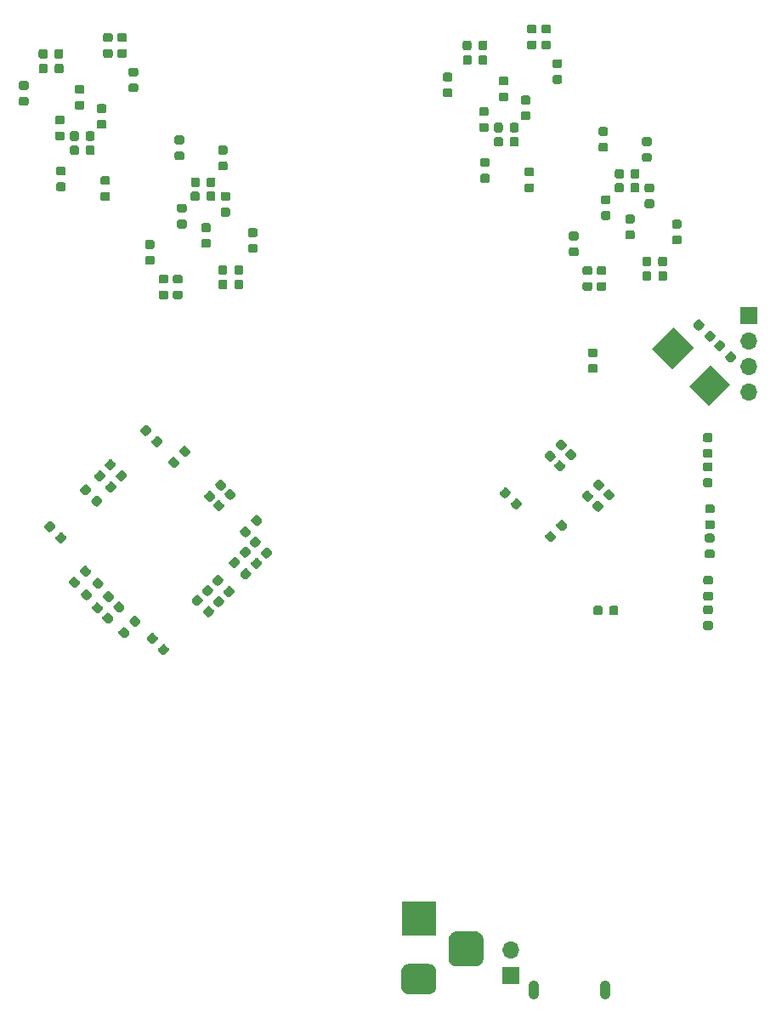
<source format=gbr>
G04 #@! TF.GenerationSoftware,KiCad,Pcbnew,5.1.5*
G04 #@! TF.CreationDate,2020-02-20T18:04:15+03:00*
G04 #@! TF.ProjectId,top,746f702e-6b69-4636-9164-5f7063625858,rev?*
G04 #@! TF.SameCoordinates,Original*
G04 #@! TF.FileFunction,Soldermask,Bot*
G04 #@! TF.FilePolarity,Negative*
%FSLAX46Y46*%
G04 Gerber Fmt 4.6, Leading zero omitted, Abs format (unit mm)*
G04 Created by KiCad (PCBNEW 5.1.5) date 2020-02-20 18:04:15*
%MOMM*%
%LPD*%
G04 APERTURE LIST*
%ADD10C,0.100000*%
%ADD11R,1.700000X1.700000*%
%ADD12O,1.700000X1.700000*%
%ADD13O,1.050000X1.900000*%
%ADD14R,3.500000X3.500000*%
G04 APERTURE END LIST*
D10*
G36*
X135778077Y-107753274D02*
G01*
X135799312Y-107756424D01*
X135820136Y-107761640D01*
X135840348Y-107768872D01*
X135859754Y-107778051D01*
X135878167Y-107789087D01*
X135895410Y-107801875D01*
X135911316Y-107816291D01*
X136273709Y-108178684D01*
X136288125Y-108194590D01*
X136300913Y-108211833D01*
X136311949Y-108230246D01*
X136321128Y-108249652D01*
X136328360Y-108269864D01*
X136333576Y-108290688D01*
X136336726Y-108311923D01*
X136337779Y-108333364D01*
X136336726Y-108354805D01*
X136333576Y-108376040D01*
X136328360Y-108396864D01*
X136321128Y-108417076D01*
X136311949Y-108436482D01*
X136300913Y-108454895D01*
X136288125Y-108472138D01*
X136273709Y-108488044D01*
X135964350Y-108797403D01*
X135948444Y-108811819D01*
X135931201Y-108824607D01*
X135912788Y-108835643D01*
X135893382Y-108844822D01*
X135873170Y-108852054D01*
X135852346Y-108857270D01*
X135831111Y-108860420D01*
X135809670Y-108861473D01*
X135788229Y-108860420D01*
X135766994Y-108857270D01*
X135746170Y-108852054D01*
X135725958Y-108844822D01*
X135706552Y-108835643D01*
X135688139Y-108824607D01*
X135670896Y-108811819D01*
X135654990Y-108797403D01*
X135292597Y-108435010D01*
X135278181Y-108419104D01*
X135265393Y-108401861D01*
X135254357Y-108383448D01*
X135245178Y-108364042D01*
X135237946Y-108343830D01*
X135232730Y-108323006D01*
X135229580Y-108301771D01*
X135228527Y-108280330D01*
X135229580Y-108258889D01*
X135232730Y-108237654D01*
X135237946Y-108216830D01*
X135245178Y-108196618D01*
X135254357Y-108177212D01*
X135265393Y-108158799D01*
X135278181Y-108141556D01*
X135292597Y-108125650D01*
X135601956Y-107816291D01*
X135617862Y-107801875D01*
X135635105Y-107789087D01*
X135653518Y-107778051D01*
X135672924Y-107768872D01*
X135693136Y-107761640D01*
X135713960Y-107756424D01*
X135735195Y-107753274D01*
X135756636Y-107752221D01*
X135778077Y-107753274D01*
G37*
G36*
X136891771Y-106639580D02*
G01*
X136913006Y-106642730D01*
X136933830Y-106647946D01*
X136954042Y-106655178D01*
X136973448Y-106664357D01*
X136991861Y-106675393D01*
X137009104Y-106688181D01*
X137025010Y-106702597D01*
X137387403Y-107064990D01*
X137401819Y-107080896D01*
X137414607Y-107098139D01*
X137425643Y-107116552D01*
X137434822Y-107135958D01*
X137442054Y-107156170D01*
X137447270Y-107176994D01*
X137450420Y-107198229D01*
X137451473Y-107219670D01*
X137450420Y-107241111D01*
X137447270Y-107262346D01*
X137442054Y-107283170D01*
X137434822Y-107303382D01*
X137425643Y-107322788D01*
X137414607Y-107341201D01*
X137401819Y-107358444D01*
X137387403Y-107374350D01*
X137078044Y-107683709D01*
X137062138Y-107698125D01*
X137044895Y-107710913D01*
X137026482Y-107721949D01*
X137007076Y-107731128D01*
X136986864Y-107738360D01*
X136966040Y-107743576D01*
X136944805Y-107746726D01*
X136923364Y-107747779D01*
X136901923Y-107746726D01*
X136880688Y-107743576D01*
X136859864Y-107738360D01*
X136839652Y-107731128D01*
X136820246Y-107721949D01*
X136801833Y-107710913D01*
X136784590Y-107698125D01*
X136768684Y-107683709D01*
X136406291Y-107321316D01*
X136391875Y-107305410D01*
X136379087Y-107288167D01*
X136368051Y-107269754D01*
X136358872Y-107250348D01*
X136351640Y-107230136D01*
X136346424Y-107209312D01*
X136343274Y-107188077D01*
X136342221Y-107166636D01*
X136343274Y-107145195D01*
X136346424Y-107123960D01*
X136351640Y-107103136D01*
X136358872Y-107082924D01*
X136368051Y-107063518D01*
X136379087Y-107045105D01*
X136391875Y-107027862D01*
X136406291Y-107011956D01*
X136715650Y-106702597D01*
X136731556Y-106688181D01*
X136748799Y-106675393D01*
X136767212Y-106664357D01*
X136786618Y-106655178D01*
X136806830Y-106647946D01*
X136827654Y-106642730D01*
X136848889Y-106639580D01*
X136870330Y-106638527D01*
X136891771Y-106639580D01*
G37*
G36*
X139508077Y-111743274D02*
G01*
X139529312Y-111746424D01*
X139550136Y-111751640D01*
X139570348Y-111758872D01*
X139589754Y-111768051D01*
X139608167Y-111779087D01*
X139625410Y-111791875D01*
X139641316Y-111806291D01*
X140003709Y-112168684D01*
X140018125Y-112184590D01*
X140030913Y-112201833D01*
X140041949Y-112220246D01*
X140051128Y-112239652D01*
X140058360Y-112259864D01*
X140063576Y-112280688D01*
X140066726Y-112301923D01*
X140067779Y-112323364D01*
X140066726Y-112344805D01*
X140063576Y-112366040D01*
X140058360Y-112386864D01*
X140051128Y-112407076D01*
X140041949Y-112426482D01*
X140030913Y-112444895D01*
X140018125Y-112462138D01*
X140003709Y-112478044D01*
X139694350Y-112787403D01*
X139678444Y-112801819D01*
X139661201Y-112814607D01*
X139642788Y-112825643D01*
X139623382Y-112834822D01*
X139603170Y-112842054D01*
X139582346Y-112847270D01*
X139561111Y-112850420D01*
X139539670Y-112851473D01*
X139518229Y-112850420D01*
X139496994Y-112847270D01*
X139476170Y-112842054D01*
X139455958Y-112834822D01*
X139436552Y-112825643D01*
X139418139Y-112814607D01*
X139400896Y-112801819D01*
X139384990Y-112787403D01*
X139022597Y-112425010D01*
X139008181Y-112409104D01*
X138995393Y-112391861D01*
X138984357Y-112373448D01*
X138975178Y-112354042D01*
X138967946Y-112333830D01*
X138962730Y-112313006D01*
X138959580Y-112291771D01*
X138958527Y-112270330D01*
X138959580Y-112248889D01*
X138962730Y-112227654D01*
X138967946Y-112206830D01*
X138975178Y-112186618D01*
X138984357Y-112167212D01*
X138995393Y-112148799D01*
X139008181Y-112131556D01*
X139022597Y-112115650D01*
X139331956Y-111806291D01*
X139347862Y-111791875D01*
X139365105Y-111779087D01*
X139383518Y-111768051D01*
X139402924Y-111758872D01*
X139423136Y-111751640D01*
X139443960Y-111746424D01*
X139465195Y-111743274D01*
X139486636Y-111742221D01*
X139508077Y-111743274D01*
G37*
G36*
X140621771Y-110629580D02*
G01*
X140643006Y-110632730D01*
X140663830Y-110637946D01*
X140684042Y-110645178D01*
X140703448Y-110654357D01*
X140721861Y-110665393D01*
X140739104Y-110678181D01*
X140755010Y-110692597D01*
X141117403Y-111054990D01*
X141131819Y-111070896D01*
X141144607Y-111088139D01*
X141155643Y-111106552D01*
X141164822Y-111125958D01*
X141172054Y-111146170D01*
X141177270Y-111166994D01*
X141180420Y-111188229D01*
X141181473Y-111209670D01*
X141180420Y-111231111D01*
X141177270Y-111252346D01*
X141172054Y-111273170D01*
X141164822Y-111293382D01*
X141155643Y-111312788D01*
X141144607Y-111331201D01*
X141131819Y-111348444D01*
X141117403Y-111364350D01*
X140808044Y-111673709D01*
X140792138Y-111688125D01*
X140774895Y-111700913D01*
X140756482Y-111711949D01*
X140737076Y-111721128D01*
X140716864Y-111728360D01*
X140696040Y-111733576D01*
X140674805Y-111736726D01*
X140653364Y-111737779D01*
X140631923Y-111736726D01*
X140610688Y-111733576D01*
X140589864Y-111728360D01*
X140569652Y-111721128D01*
X140550246Y-111711949D01*
X140531833Y-111700913D01*
X140514590Y-111688125D01*
X140498684Y-111673709D01*
X140136291Y-111311316D01*
X140121875Y-111295410D01*
X140109087Y-111278167D01*
X140098051Y-111259754D01*
X140088872Y-111240348D01*
X140081640Y-111220136D01*
X140076424Y-111199312D01*
X140073274Y-111178077D01*
X140072221Y-111156636D01*
X140073274Y-111135195D01*
X140076424Y-111113960D01*
X140081640Y-111093136D01*
X140088872Y-111072924D01*
X140098051Y-111053518D01*
X140109087Y-111035105D01*
X140121875Y-111017862D01*
X140136291Y-111001956D01*
X140445650Y-110692597D01*
X140461556Y-110678181D01*
X140478799Y-110665393D01*
X140497212Y-110654357D01*
X140516618Y-110645178D01*
X140536830Y-110637946D01*
X140557654Y-110632730D01*
X140578889Y-110629580D01*
X140600330Y-110628527D01*
X140621771Y-110629580D01*
G37*
G36*
X132464805Y-112523274D02*
G01*
X132486040Y-112526424D01*
X132506864Y-112531640D01*
X132527076Y-112538872D01*
X132546482Y-112548051D01*
X132564895Y-112559087D01*
X132582138Y-112571875D01*
X132598044Y-112586291D01*
X132907403Y-112895650D01*
X132921819Y-112911556D01*
X132934607Y-112928799D01*
X132945643Y-112947212D01*
X132954822Y-112966618D01*
X132962054Y-112986830D01*
X132967270Y-113007654D01*
X132970420Y-113028889D01*
X132971473Y-113050330D01*
X132970420Y-113071771D01*
X132967270Y-113093006D01*
X132962054Y-113113830D01*
X132954822Y-113134042D01*
X132945643Y-113153448D01*
X132934607Y-113171861D01*
X132921819Y-113189104D01*
X132907403Y-113205010D01*
X132545010Y-113567403D01*
X132529104Y-113581819D01*
X132511861Y-113594607D01*
X132493448Y-113605643D01*
X132474042Y-113614822D01*
X132453830Y-113622054D01*
X132433006Y-113627270D01*
X132411771Y-113630420D01*
X132390330Y-113631473D01*
X132368889Y-113630420D01*
X132347654Y-113627270D01*
X132326830Y-113622054D01*
X132306618Y-113614822D01*
X132287212Y-113605643D01*
X132268799Y-113594607D01*
X132251556Y-113581819D01*
X132235650Y-113567403D01*
X131926291Y-113258044D01*
X131911875Y-113242138D01*
X131899087Y-113224895D01*
X131888051Y-113206482D01*
X131878872Y-113187076D01*
X131871640Y-113166864D01*
X131866424Y-113146040D01*
X131863274Y-113124805D01*
X131862221Y-113103364D01*
X131863274Y-113081923D01*
X131866424Y-113060688D01*
X131871640Y-113039864D01*
X131878872Y-113019652D01*
X131888051Y-113000246D01*
X131899087Y-112981833D01*
X131911875Y-112964590D01*
X131926291Y-112948684D01*
X132288684Y-112586291D01*
X132304590Y-112571875D01*
X132321833Y-112559087D01*
X132340246Y-112548051D01*
X132359652Y-112538872D01*
X132379864Y-112531640D01*
X132400688Y-112526424D01*
X132421923Y-112523274D01*
X132443364Y-112522221D01*
X132464805Y-112523274D01*
G37*
G36*
X131351111Y-111409580D02*
G01*
X131372346Y-111412730D01*
X131393170Y-111417946D01*
X131413382Y-111425178D01*
X131432788Y-111434357D01*
X131451201Y-111445393D01*
X131468444Y-111458181D01*
X131484350Y-111472597D01*
X131793709Y-111781956D01*
X131808125Y-111797862D01*
X131820913Y-111815105D01*
X131831949Y-111833518D01*
X131841128Y-111852924D01*
X131848360Y-111873136D01*
X131853576Y-111893960D01*
X131856726Y-111915195D01*
X131857779Y-111936636D01*
X131856726Y-111958077D01*
X131853576Y-111979312D01*
X131848360Y-112000136D01*
X131841128Y-112020348D01*
X131831949Y-112039754D01*
X131820913Y-112058167D01*
X131808125Y-112075410D01*
X131793709Y-112091316D01*
X131431316Y-112453709D01*
X131415410Y-112468125D01*
X131398167Y-112480913D01*
X131379754Y-112491949D01*
X131360348Y-112501128D01*
X131340136Y-112508360D01*
X131319312Y-112513576D01*
X131298077Y-112516726D01*
X131276636Y-112517779D01*
X131255195Y-112516726D01*
X131233960Y-112513576D01*
X131213136Y-112508360D01*
X131192924Y-112501128D01*
X131173518Y-112491949D01*
X131155105Y-112480913D01*
X131137862Y-112468125D01*
X131121956Y-112453709D01*
X130812597Y-112144350D01*
X130798181Y-112128444D01*
X130785393Y-112111201D01*
X130774357Y-112092788D01*
X130765178Y-112073382D01*
X130757946Y-112053170D01*
X130752730Y-112032346D01*
X130749580Y-112011111D01*
X130748527Y-111989670D01*
X130749580Y-111968229D01*
X130752730Y-111946994D01*
X130757946Y-111926170D01*
X130765178Y-111905958D01*
X130774357Y-111886552D01*
X130785393Y-111868139D01*
X130798181Y-111850896D01*
X130812597Y-111834990D01*
X131174990Y-111472597D01*
X131190896Y-111458181D01*
X131208139Y-111445393D01*
X131226552Y-111434357D01*
X131245958Y-111425178D01*
X131266170Y-111417946D01*
X131286994Y-111412730D01*
X131308229Y-111409580D01*
X131329670Y-111408527D01*
X131351111Y-111409580D01*
G37*
G36*
X103901772Y-111559580D02*
G01*
X103923007Y-111562730D01*
X103943831Y-111567946D01*
X103964043Y-111575178D01*
X103983449Y-111584357D01*
X104001862Y-111595393D01*
X104019105Y-111608181D01*
X104035011Y-111622597D01*
X104397404Y-111984990D01*
X104411820Y-112000896D01*
X104424608Y-112018139D01*
X104435644Y-112036552D01*
X104444823Y-112055958D01*
X104452055Y-112076170D01*
X104457271Y-112096994D01*
X104460421Y-112118229D01*
X104461474Y-112139670D01*
X104460421Y-112161111D01*
X104457271Y-112182346D01*
X104452055Y-112203170D01*
X104444823Y-112223382D01*
X104435644Y-112242788D01*
X104424608Y-112261201D01*
X104411820Y-112278444D01*
X104397404Y-112294350D01*
X104088045Y-112603709D01*
X104072139Y-112618125D01*
X104054896Y-112630913D01*
X104036483Y-112641949D01*
X104017077Y-112651128D01*
X103996865Y-112658360D01*
X103976041Y-112663576D01*
X103954806Y-112666726D01*
X103933365Y-112667779D01*
X103911924Y-112666726D01*
X103890689Y-112663576D01*
X103869865Y-112658360D01*
X103849653Y-112651128D01*
X103830247Y-112641949D01*
X103811834Y-112630913D01*
X103794591Y-112618125D01*
X103778685Y-112603709D01*
X103416292Y-112241316D01*
X103401876Y-112225410D01*
X103389088Y-112208167D01*
X103378052Y-112189754D01*
X103368873Y-112170348D01*
X103361641Y-112150136D01*
X103356425Y-112129312D01*
X103353275Y-112108077D01*
X103352222Y-112086636D01*
X103353275Y-112065195D01*
X103356425Y-112043960D01*
X103361641Y-112023136D01*
X103368873Y-112002924D01*
X103378052Y-111983518D01*
X103389088Y-111965105D01*
X103401876Y-111947862D01*
X103416292Y-111931956D01*
X103725651Y-111622597D01*
X103741557Y-111608181D01*
X103758800Y-111595393D01*
X103777213Y-111584357D01*
X103796619Y-111575178D01*
X103816831Y-111567946D01*
X103837655Y-111562730D01*
X103858890Y-111559580D01*
X103880331Y-111558527D01*
X103901772Y-111559580D01*
G37*
G36*
X102788078Y-112673274D02*
G01*
X102809313Y-112676424D01*
X102830137Y-112681640D01*
X102850349Y-112688872D01*
X102869755Y-112698051D01*
X102888168Y-112709087D01*
X102905411Y-112721875D01*
X102921317Y-112736291D01*
X103283710Y-113098684D01*
X103298126Y-113114590D01*
X103310914Y-113131833D01*
X103321950Y-113150246D01*
X103331129Y-113169652D01*
X103338361Y-113189864D01*
X103343577Y-113210688D01*
X103346727Y-113231923D01*
X103347780Y-113253364D01*
X103346727Y-113274805D01*
X103343577Y-113296040D01*
X103338361Y-113316864D01*
X103331129Y-113337076D01*
X103321950Y-113356482D01*
X103310914Y-113374895D01*
X103298126Y-113392138D01*
X103283710Y-113408044D01*
X102974351Y-113717403D01*
X102958445Y-113731819D01*
X102941202Y-113744607D01*
X102922789Y-113755643D01*
X102903383Y-113764822D01*
X102883171Y-113772054D01*
X102862347Y-113777270D01*
X102841112Y-113780420D01*
X102819671Y-113781473D01*
X102798230Y-113780420D01*
X102776995Y-113777270D01*
X102756171Y-113772054D01*
X102735959Y-113764822D01*
X102716553Y-113755643D01*
X102698140Y-113744607D01*
X102680897Y-113731819D01*
X102664991Y-113717403D01*
X102302598Y-113355010D01*
X102288182Y-113339104D01*
X102275394Y-113321861D01*
X102264358Y-113303448D01*
X102255179Y-113284042D01*
X102247947Y-113263830D01*
X102242731Y-113243006D01*
X102239581Y-113221771D01*
X102238528Y-113200330D01*
X102239581Y-113178889D01*
X102242731Y-113157654D01*
X102247947Y-113136830D01*
X102255179Y-113116618D01*
X102264358Y-113097212D01*
X102275394Y-113078799D01*
X102288182Y-113061556D01*
X102302598Y-113045650D01*
X102611957Y-112736291D01*
X102627863Y-112721875D01*
X102645106Y-112709087D01*
X102663519Y-112698051D01*
X102682925Y-112688872D01*
X102703137Y-112681640D01*
X102723961Y-112676424D01*
X102745196Y-112673274D01*
X102766637Y-112672221D01*
X102788078Y-112673274D01*
G37*
G36*
X98278077Y-108403274D02*
G01*
X98299312Y-108406424D01*
X98320136Y-108411640D01*
X98340348Y-108418872D01*
X98359754Y-108428051D01*
X98378167Y-108439087D01*
X98395410Y-108451875D01*
X98411316Y-108466291D01*
X98773709Y-108828684D01*
X98788125Y-108844590D01*
X98800913Y-108861833D01*
X98811949Y-108880246D01*
X98821128Y-108899652D01*
X98828360Y-108919864D01*
X98833576Y-108940688D01*
X98836726Y-108961923D01*
X98837779Y-108983364D01*
X98836726Y-109004805D01*
X98833576Y-109026040D01*
X98828360Y-109046864D01*
X98821128Y-109067076D01*
X98811949Y-109086482D01*
X98800913Y-109104895D01*
X98788125Y-109122138D01*
X98773709Y-109138044D01*
X98464350Y-109447403D01*
X98448444Y-109461819D01*
X98431201Y-109474607D01*
X98412788Y-109485643D01*
X98393382Y-109494822D01*
X98373170Y-109502054D01*
X98352346Y-109507270D01*
X98331111Y-109510420D01*
X98309670Y-109511473D01*
X98288229Y-109510420D01*
X98266994Y-109507270D01*
X98246170Y-109502054D01*
X98225958Y-109494822D01*
X98206552Y-109485643D01*
X98188139Y-109474607D01*
X98170896Y-109461819D01*
X98154990Y-109447403D01*
X97792597Y-109085010D01*
X97778181Y-109069104D01*
X97765393Y-109051861D01*
X97754357Y-109033448D01*
X97745178Y-109014042D01*
X97737946Y-108993830D01*
X97732730Y-108973006D01*
X97729580Y-108951771D01*
X97728527Y-108930330D01*
X97729580Y-108908889D01*
X97732730Y-108887654D01*
X97737946Y-108866830D01*
X97745178Y-108846618D01*
X97754357Y-108827212D01*
X97765393Y-108808799D01*
X97778181Y-108791556D01*
X97792597Y-108775650D01*
X98101956Y-108466291D01*
X98117862Y-108451875D01*
X98135105Y-108439087D01*
X98153518Y-108428051D01*
X98172924Y-108418872D01*
X98193136Y-108411640D01*
X98213960Y-108406424D01*
X98235195Y-108403274D01*
X98256636Y-108402221D01*
X98278077Y-108403274D01*
G37*
G36*
X99391771Y-107289580D02*
G01*
X99413006Y-107292730D01*
X99433830Y-107297946D01*
X99454042Y-107305178D01*
X99473448Y-107314357D01*
X99491861Y-107325393D01*
X99509104Y-107338181D01*
X99525010Y-107352597D01*
X99887403Y-107714990D01*
X99901819Y-107730896D01*
X99914607Y-107748139D01*
X99925643Y-107766552D01*
X99934822Y-107785958D01*
X99942054Y-107806170D01*
X99947270Y-107826994D01*
X99950420Y-107848229D01*
X99951473Y-107869670D01*
X99950420Y-107891111D01*
X99947270Y-107912346D01*
X99942054Y-107933170D01*
X99934822Y-107953382D01*
X99925643Y-107972788D01*
X99914607Y-107991201D01*
X99901819Y-108008444D01*
X99887403Y-108024350D01*
X99578044Y-108333709D01*
X99562138Y-108348125D01*
X99544895Y-108360913D01*
X99526482Y-108371949D01*
X99507076Y-108381128D01*
X99486864Y-108388360D01*
X99466040Y-108393576D01*
X99444805Y-108396726D01*
X99423364Y-108397779D01*
X99401923Y-108396726D01*
X99380688Y-108393576D01*
X99359864Y-108388360D01*
X99339652Y-108381128D01*
X99320246Y-108371949D01*
X99301833Y-108360913D01*
X99284590Y-108348125D01*
X99268684Y-108333709D01*
X98906291Y-107971316D01*
X98891875Y-107955410D01*
X98879087Y-107938167D01*
X98868051Y-107919754D01*
X98858872Y-107900348D01*
X98851640Y-107880136D01*
X98846424Y-107859312D01*
X98843274Y-107838077D01*
X98842221Y-107816636D01*
X98843274Y-107795195D01*
X98846424Y-107773960D01*
X98851640Y-107753136D01*
X98858872Y-107732924D01*
X98868051Y-107713518D01*
X98879087Y-107695105D01*
X98891875Y-107677862D01*
X98906291Y-107661956D01*
X99215650Y-107352597D01*
X99231556Y-107338181D01*
X99248799Y-107325393D01*
X99267212Y-107314357D01*
X99286618Y-107305178D01*
X99306830Y-107297946D01*
X99327654Y-107292730D01*
X99348889Y-107289580D01*
X99370330Y-107288527D01*
X99391771Y-107289580D01*
G37*
G36*
X89561112Y-111119580D02*
G01*
X89582347Y-111122730D01*
X89603171Y-111127946D01*
X89623383Y-111135178D01*
X89642789Y-111144357D01*
X89661202Y-111155393D01*
X89678445Y-111168181D01*
X89694351Y-111182597D01*
X90003710Y-111491956D01*
X90018126Y-111507862D01*
X90030914Y-111525105D01*
X90041950Y-111543518D01*
X90051129Y-111562924D01*
X90058361Y-111583136D01*
X90063577Y-111603960D01*
X90066727Y-111625195D01*
X90067780Y-111646636D01*
X90066727Y-111668077D01*
X90063577Y-111689312D01*
X90058361Y-111710136D01*
X90051129Y-111730348D01*
X90041950Y-111749754D01*
X90030914Y-111768167D01*
X90018126Y-111785410D01*
X90003710Y-111801316D01*
X89641317Y-112163709D01*
X89625411Y-112178125D01*
X89608168Y-112190913D01*
X89589755Y-112201949D01*
X89570349Y-112211128D01*
X89550137Y-112218360D01*
X89529313Y-112223576D01*
X89508078Y-112226726D01*
X89486637Y-112227779D01*
X89465196Y-112226726D01*
X89443961Y-112223576D01*
X89423137Y-112218360D01*
X89402925Y-112211128D01*
X89383519Y-112201949D01*
X89365106Y-112190913D01*
X89347863Y-112178125D01*
X89331957Y-112163709D01*
X89022598Y-111854350D01*
X89008182Y-111838444D01*
X88995394Y-111821201D01*
X88984358Y-111802788D01*
X88975179Y-111783382D01*
X88967947Y-111763170D01*
X88962731Y-111742346D01*
X88959581Y-111721111D01*
X88958528Y-111699670D01*
X88959581Y-111678229D01*
X88962731Y-111656994D01*
X88967947Y-111636170D01*
X88975179Y-111615958D01*
X88984358Y-111596552D01*
X88995394Y-111578139D01*
X89008182Y-111560896D01*
X89022598Y-111544990D01*
X89384991Y-111182597D01*
X89400897Y-111168181D01*
X89418140Y-111155393D01*
X89436553Y-111144357D01*
X89455959Y-111135178D01*
X89476171Y-111127946D01*
X89496995Y-111122730D01*
X89518230Y-111119580D01*
X89539671Y-111118527D01*
X89561112Y-111119580D01*
G37*
G36*
X90674806Y-112233274D02*
G01*
X90696041Y-112236424D01*
X90716865Y-112241640D01*
X90737077Y-112248872D01*
X90756483Y-112258051D01*
X90774896Y-112269087D01*
X90792139Y-112281875D01*
X90808045Y-112296291D01*
X91117404Y-112605650D01*
X91131820Y-112621556D01*
X91144608Y-112638799D01*
X91155644Y-112657212D01*
X91164823Y-112676618D01*
X91172055Y-112696830D01*
X91177271Y-112717654D01*
X91180421Y-112738889D01*
X91181474Y-112760330D01*
X91180421Y-112781771D01*
X91177271Y-112803006D01*
X91172055Y-112823830D01*
X91164823Y-112844042D01*
X91155644Y-112863448D01*
X91144608Y-112881861D01*
X91131820Y-112899104D01*
X91117404Y-112915010D01*
X90755011Y-113277403D01*
X90739105Y-113291819D01*
X90721862Y-113304607D01*
X90703449Y-113315643D01*
X90684043Y-113324822D01*
X90663831Y-113332054D01*
X90643007Y-113337270D01*
X90621772Y-113340420D01*
X90600331Y-113341473D01*
X90578890Y-113340420D01*
X90557655Y-113337270D01*
X90536831Y-113332054D01*
X90516619Y-113324822D01*
X90497213Y-113315643D01*
X90478800Y-113304607D01*
X90461557Y-113291819D01*
X90445651Y-113277403D01*
X90136292Y-112968044D01*
X90121876Y-112952138D01*
X90109088Y-112934895D01*
X90098052Y-112916482D01*
X90088873Y-112897076D01*
X90081641Y-112876864D01*
X90076425Y-112856040D01*
X90073275Y-112834805D01*
X90072222Y-112813364D01*
X90073275Y-112791923D01*
X90076425Y-112770688D01*
X90081641Y-112749864D01*
X90088873Y-112729652D01*
X90098052Y-112710246D01*
X90109088Y-112691833D01*
X90121876Y-112674590D01*
X90136292Y-112658684D01*
X90498685Y-112296291D01*
X90514591Y-112281875D01*
X90531834Y-112269087D01*
X90550247Y-112258051D01*
X90569653Y-112248872D01*
X90589865Y-112241640D01*
X90610689Y-112236424D01*
X90631924Y-112233274D01*
X90653365Y-112232221D01*
X90674806Y-112233274D01*
G37*
G36*
X101701111Y-121119580D02*
G01*
X101722346Y-121122730D01*
X101743170Y-121127946D01*
X101763382Y-121135178D01*
X101782788Y-121144357D01*
X101801201Y-121155393D01*
X101818444Y-121168181D01*
X101834350Y-121182597D01*
X102143709Y-121491956D01*
X102158125Y-121507862D01*
X102170913Y-121525105D01*
X102181949Y-121543518D01*
X102191128Y-121562924D01*
X102198360Y-121583136D01*
X102203576Y-121603960D01*
X102206726Y-121625195D01*
X102207779Y-121646636D01*
X102206726Y-121668077D01*
X102203576Y-121689312D01*
X102198360Y-121710136D01*
X102191128Y-121730348D01*
X102181949Y-121749754D01*
X102170913Y-121768167D01*
X102158125Y-121785410D01*
X102143709Y-121801316D01*
X101781316Y-122163709D01*
X101765410Y-122178125D01*
X101748167Y-122190913D01*
X101729754Y-122201949D01*
X101710348Y-122211128D01*
X101690136Y-122218360D01*
X101669312Y-122223576D01*
X101648077Y-122226726D01*
X101626636Y-122227779D01*
X101605195Y-122226726D01*
X101583960Y-122223576D01*
X101563136Y-122218360D01*
X101542924Y-122211128D01*
X101523518Y-122201949D01*
X101505105Y-122190913D01*
X101487862Y-122178125D01*
X101471956Y-122163709D01*
X101162597Y-121854350D01*
X101148181Y-121838444D01*
X101135393Y-121821201D01*
X101124357Y-121802788D01*
X101115178Y-121783382D01*
X101107946Y-121763170D01*
X101102730Y-121742346D01*
X101099580Y-121721111D01*
X101098527Y-121699670D01*
X101099580Y-121678229D01*
X101102730Y-121656994D01*
X101107946Y-121636170D01*
X101115178Y-121615958D01*
X101124357Y-121596552D01*
X101135393Y-121578139D01*
X101148181Y-121560896D01*
X101162597Y-121544990D01*
X101524990Y-121182597D01*
X101540896Y-121168181D01*
X101558139Y-121155393D01*
X101576552Y-121144357D01*
X101595958Y-121135178D01*
X101616170Y-121127946D01*
X101636994Y-121122730D01*
X101658229Y-121119580D01*
X101679670Y-121118527D01*
X101701111Y-121119580D01*
G37*
G36*
X102814805Y-122233274D02*
G01*
X102836040Y-122236424D01*
X102856864Y-122241640D01*
X102877076Y-122248872D01*
X102896482Y-122258051D01*
X102914895Y-122269087D01*
X102932138Y-122281875D01*
X102948044Y-122296291D01*
X103257403Y-122605650D01*
X103271819Y-122621556D01*
X103284607Y-122638799D01*
X103295643Y-122657212D01*
X103304822Y-122676618D01*
X103312054Y-122696830D01*
X103317270Y-122717654D01*
X103320420Y-122738889D01*
X103321473Y-122760330D01*
X103320420Y-122781771D01*
X103317270Y-122803006D01*
X103312054Y-122823830D01*
X103304822Y-122844042D01*
X103295643Y-122863448D01*
X103284607Y-122881861D01*
X103271819Y-122899104D01*
X103257403Y-122915010D01*
X102895010Y-123277403D01*
X102879104Y-123291819D01*
X102861861Y-123304607D01*
X102843448Y-123315643D01*
X102824042Y-123324822D01*
X102803830Y-123332054D01*
X102783006Y-123337270D01*
X102761771Y-123340420D01*
X102740330Y-123341473D01*
X102718889Y-123340420D01*
X102697654Y-123337270D01*
X102676830Y-123332054D01*
X102656618Y-123324822D01*
X102637212Y-123315643D01*
X102618799Y-123304607D01*
X102601556Y-123291819D01*
X102585650Y-123277403D01*
X102276291Y-122968044D01*
X102261875Y-122952138D01*
X102249087Y-122934895D01*
X102238051Y-122916482D01*
X102228872Y-122897076D01*
X102221640Y-122876864D01*
X102216424Y-122856040D01*
X102213274Y-122834805D01*
X102212221Y-122813364D01*
X102213274Y-122791923D01*
X102216424Y-122770688D01*
X102221640Y-122749864D01*
X102228872Y-122729652D01*
X102238051Y-122710246D01*
X102249087Y-122691833D01*
X102261875Y-122674590D01*
X102276291Y-122658684D01*
X102638684Y-122296291D01*
X102654590Y-122281875D01*
X102671833Y-122269087D01*
X102690246Y-122258051D01*
X102709652Y-122248872D01*
X102729864Y-122241640D01*
X102750688Y-122236424D01*
X102771923Y-122233274D01*
X102793364Y-122232221D01*
X102814805Y-122233274D01*
G37*
G36*
X85984264Y-114782733D02*
G01*
X86005499Y-114785883D01*
X86026323Y-114791099D01*
X86046535Y-114798331D01*
X86065941Y-114807510D01*
X86084354Y-114818546D01*
X86101597Y-114831334D01*
X86117503Y-114845750D01*
X86426862Y-115155109D01*
X86441278Y-115171015D01*
X86454066Y-115188258D01*
X86465102Y-115206671D01*
X86474281Y-115226077D01*
X86481513Y-115246289D01*
X86486729Y-115267113D01*
X86489879Y-115288348D01*
X86490932Y-115309789D01*
X86489879Y-115331230D01*
X86486729Y-115352465D01*
X86481513Y-115373289D01*
X86474281Y-115393501D01*
X86465102Y-115412907D01*
X86454066Y-115431320D01*
X86441278Y-115448563D01*
X86426862Y-115464469D01*
X86064469Y-115826862D01*
X86048563Y-115841278D01*
X86031320Y-115854066D01*
X86012907Y-115865102D01*
X85993501Y-115874281D01*
X85973289Y-115881513D01*
X85952465Y-115886729D01*
X85931230Y-115889879D01*
X85909789Y-115890932D01*
X85888348Y-115889879D01*
X85867113Y-115886729D01*
X85846289Y-115881513D01*
X85826077Y-115874281D01*
X85806671Y-115865102D01*
X85788258Y-115854066D01*
X85771015Y-115841278D01*
X85755109Y-115826862D01*
X85445750Y-115517503D01*
X85431334Y-115501597D01*
X85418546Y-115484354D01*
X85407510Y-115465941D01*
X85398331Y-115446535D01*
X85391099Y-115426323D01*
X85385883Y-115405499D01*
X85382733Y-115384264D01*
X85381680Y-115362823D01*
X85382733Y-115341382D01*
X85385883Y-115320147D01*
X85391099Y-115299323D01*
X85398331Y-115279111D01*
X85407510Y-115259705D01*
X85418546Y-115241292D01*
X85431334Y-115224049D01*
X85445750Y-115208143D01*
X85808143Y-114845750D01*
X85824049Y-114831334D01*
X85841292Y-114818546D01*
X85859705Y-114807510D01*
X85879111Y-114798331D01*
X85899323Y-114791099D01*
X85920147Y-114785883D01*
X85941382Y-114782733D01*
X85962823Y-114781680D01*
X85984264Y-114782733D01*
G37*
G36*
X87097958Y-115896427D02*
G01*
X87119193Y-115899577D01*
X87140017Y-115904793D01*
X87160229Y-115912025D01*
X87179635Y-115921204D01*
X87198048Y-115932240D01*
X87215291Y-115945028D01*
X87231197Y-115959444D01*
X87540556Y-116268803D01*
X87554972Y-116284709D01*
X87567760Y-116301952D01*
X87578796Y-116320365D01*
X87587975Y-116339771D01*
X87595207Y-116359983D01*
X87600423Y-116380807D01*
X87603573Y-116402042D01*
X87604626Y-116423483D01*
X87603573Y-116444924D01*
X87600423Y-116466159D01*
X87595207Y-116486983D01*
X87587975Y-116507195D01*
X87578796Y-116526601D01*
X87567760Y-116545014D01*
X87554972Y-116562257D01*
X87540556Y-116578163D01*
X87178163Y-116940556D01*
X87162257Y-116954972D01*
X87145014Y-116967760D01*
X87126601Y-116978796D01*
X87107195Y-116987975D01*
X87086983Y-116995207D01*
X87066159Y-117000423D01*
X87044924Y-117003573D01*
X87023483Y-117004626D01*
X87002042Y-117003573D01*
X86980807Y-117000423D01*
X86959983Y-116995207D01*
X86939771Y-116987975D01*
X86920365Y-116978796D01*
X86901952Y-116967760D01*
X86884709Y-116954972D01*
X86868803Y-116940556D01*
X86559444Y-116631197D01*
X86545028Y-116615291D01*
X86532240Y-116598048D01*
X86521204Y-116579635D01*
X86512025Y-116560229D01*
X86504793Y-116540017D01*
X86499577Y-116519193D01*
X86496427Y-116497958D01*
X86495374Y-116476517D01*
X86496427Y-116455076D01*
X86499577Y-116433841D01*
X86504793Y-116413017D01*
X86512025Y-116392805D01*
X86521204Y-116373399D01*
X86532240Y-116354986D01*
X86545028Y-116337743D01*
X86559444Y-116321837D01*
X86921837Y-115959444D01*
X86937743Y-115945028D01*
X86954986Y-115932240D01*
X86973399Y-115921204D01*
X86992805Y-115912025D01*
X87013017Y-115904793D01*
X87033841Y-115899577D01*
X87055076Y-115896427D01*
X87076517Y-115895374D01*
X87097958Y-115896427D01*
G37*
G36*
X106454264Y-116292733D02*
G01*
X106475499Y-116295883D01*
X106496323Y-116301099D01*
X106516535Y-116308331D01*
X106535941Y-116317510D01*
X106554354Y-116328546D01*
X106571597Y-116341334D01*
X106587503Y-116355750D01*
X106896862Y-116665109D01*
X106911278Y-116681015D01*
X106924066Y-116698258D01*
X106935102Y-116716671D01*
X106944281Y-116736077D01*
X106951513Y-116756289D01*
X106956729Y-116777113D01*
X106959879Y-116798348D01*
X106960932Y-116819789D01*
X106959879Y-116841230D01*
X106956729Y-116862465D01*
X106951513Y-116883289D01*
X106944281Y-116903501D01*
X106935102Y-116922907D01*
X106924066Y-116941320D01*
X106911278Y-116958563D01*
X106896862Y-116974469D01*
X106534469Y-117336862D01*
X106518563Y-117351278D01*
X106501320Y-117364066D01*
X106482907Y-117375102D01*
X106463501Y-117384281D01*
X106443289Y-117391513D01*
X106422465Y-117396729D01*
X106401230Y-117399879D01*
X106379789Y-117400932D01*
X106358348Y-117399879D01*
X106337113Y-117396729D01*
X106316289Y-117391513D01*
X106296077Y-117384281D01*
X106276671Y-117375102D01*
X106258258Y-117364066D01*
X106241015Y-117351278D01*
X106225109Y-117336862D01*
X105915750Y-117027503D01*
X105901334Y-117011597D01*
X105888546Y-116994354D01*
X105877510Y-116975941D01*
X105868331Y-116956535D01*
X105861099Y-116936323D01*
X105855883Y-116915499D01*
X105852733Y-116894264D01*
X105851680Y-116872823D01*
X105852733Y-116851382D01*
X105855883Y-116830147D01*
X105861099Y-116809323D01*
X105868331Y-116789111D01*
X105877510Y-116769705D01*
X105888546Y-116751292D01*
X105901334Y-116734049D01*
X105915750Y-116718143D01*
X106278143Y-116355750D01*
X106294049Y-116341334D01*
X106311292Y-116328546D01*
X106329705Y-116317510D01*
X106349111Y-116308331D01*
X106369323Y-116301099D01*
X106390147Y-116295883D01*
X106411382Y-116292733D01*
X106432823Y-116291680D01*
X106454264Y-116292733D01*
G37*
G36*
X107567958Y-117406427D02*
G01*
X107589193Y-117409577D01*
X107610017Y-117414793D01*
X107630229Y-117422025D01*
X107649635Y-117431204D01*
X107668048Y-117442240D01*
X107685291Y-117455028D01*
X107701197Y-117469444D01*
X108010556Y-117778803D01*
X108024972Y-117794709D01*
X108037760Y-117811952D01*
X108048796Y-117830365D01*
X108057975Y-117849771D01*
X108065207Y-117869983D01*
X108070423Y-117890807D01*
X108073573Y-117912042D01*
X108074626Y-117933483D01*
X108073573Y-117954924D01*
X108070423Y-117976159D01*
X108065207Y-117996983D01*
X108057975Y-118017195D01*
X108048796Y-118036601D01*
X108037760Y-118055014D01*
X108024972Y-118072257D01*
X108010556Y-118088163D01*
X107648163Y-118450556D01*
X107632257Y-118464972D01*
X107615014Y-118477760D01*
X107596601Y-118488796D01*
X107577195Y-118497975D01*
X107556983Y-118505207D01*
X107536159Y-118510423D01*
X107514924Y-118513573D01*
X107493483Y-118514626D01*
X107472042Y-118513573D01*
X107450807Y-118510423D01*
X107429983Y-118505207D01*
X107409771Y-118497975D01*
X107390365Y-118488796D01*
X107371952Y-118477760D01*
X107354709Y-118464972D01*
X107338803Y-118450556D01*
X107029444Y-118141197D01*
X107015028Y-118125291D01*
X107002240Y-118108048D01*
X106991204Y-118089635D01*
X106982025Y-118070229D01*
X106974793Y-118050017D01*
X106969577Y-118029193D01*
X106966427Y-118007958D01*
X106965374Y-117986517D01*
X106966427Y-117965076D01*
X106969577Y-117943841D01*
X106974793Y-117923017D01*
X106982025Y-117902805D01*
X106991204Y-117883399D01*
X107002240Y-117864986D01*
X107015028Y-117847743D01*
X107029444Y-117831837D01*
X107391837Y-117469444D01*
X107407743Y-117455028D01*
X107424986Y-117442240D01*
X107443399Y-117431204D01*
X107462805Y-117422025D01*
X107483017Y-117414793D01*
X107503841Y-117409577D01*
X107525076Y-117406427D01*
X107546517Y-117405374D01*
X107567958Y-117406427D01*
G37*
G36*
X90688077Y-122873275D02*
G01*
X90709312Y-122876425D01*
X90730136Y-122881641D01*
X90750348Y-122888873D01*
X90769754Y-122898052D01*
X90788167Y-122909088D01*
X90805410Y-122921876D01*
X90821316Y-122936292D01*
X91183709Y-123298685D01*
X91198125Y-123314591D01*
X91210913Y-123331834D01*
X91221949Y-123350247D01*
X91231128Y-123369653D01*
X91238360Y-123389865D01*
X91243576Y-123410689D01*
X91246726Y-123431924D01*
X91247779Y-123453365D01*
X91246726Y-123474806D01*
X91243576Y-123496041D01*
X91238360Y-123516865D01*
X91231128Y-123537077D01*
X91221949Y-123556483D01*
X91210913Y-123574896D01*
X91198125Y-123592139D01*
X91183709Y-123608045D01*
X90874350Y-123917404D01*
X90858444Y-123931820D01*
X90841201Y-123944608D01*
X90822788Y-123955644D01*
X90803382Y-123964823D01*
X90783170Y-123972055D01*
X90762346Y-123977271D01*
X90741111Y-123980421D01*
X90719670Y-123981474D01*
X90698229Y-123980421D01*
X90676994Y-123977271D01*
X90656170Y-123972055D01*
X90635958Y-123964823D01*
X90616552Y-123955644D01*
X90598139Y-123944608D01*
X90580896Y-123931820D01*
X90564990Y-123917404D01*
X90202597Y-123555011D01*
X90188181Y-123539105D01*
X90175393Y-123521862D01*
X90164357Y-123503449D01*
X90155178Y-123484043D01*
X90147946Y-123463831D01*
X90142730Y-123443007D01*
X90139580Y-123421772D01*
X90138527Y-123400331D01*
X90139580Y-123378890D01*
X90142730Y-123357655D01*
X90147946Y-123336831D01*
X90155178Y-123316619D01*
X90164357Y-123297213D01*
X90175393Y-123278800D01*
X90188181Y-123261557D01*
X90202597Y-123245651D01*
X90511956Y-122936292D01*
X90527862Y-122921876D01*
X90545105Y-122909088D01*
X90563518Y-122898052D01*
X90582924Y-122888873D01*
X90603136Y-122881641D01*
X90623960Y-122876425D01*
X90645195Y-122873275D01*
X90666636Y-122872222D01*
X90688077Y-122873275D01*
G37*
G36*
X91801771Y-121759581D02*
G01*
X91823006Y-121762731D01*
X91843830Y-121767947D01*
X91864042Y-121775179D01*
X91883448Y-121784358D01*
X91901861Y-121795394D01*
X91919104Y-121808182D01*
X91935010Y-121822598D01*
X92297403Y-122184991D01*
X92311819Y-122200897D01*
X92324607Y-122218140D01*
X92335643Y-122236553D01*
X92344822Y-122255959D01*
X92352054Y-122276171D01*
X92357270Y-122296995D01*
X92360420Y-122318230D01*
X92361473Y-122339671D01*
X92360420Y-122361112D01*
X92357270Y-122382347D01*
X92352054Y-122403171D01*
X92344822Y-122423383D01*
X92335643Y-122442789D01*
X92324607Y-122461202D01*
X92311819Y-122478445D01*
X92297403Y-122494351D01*
X91988044Y-122803710D01*
X91972138Y-122818126D01*
X91954895Y-122830914D01*
X91936482Y-122841950D01*
X91917076Y-122851129D01*
X91896864Y-122858361D01*
X91876040Y-122863577D01*
X91854805Y-122866727D01*
X91833364Y-122867780D01*
X91811923Y-122866727D01*
X91790688Y-122863577D01*
X91769864Y-122858361D01*
X91749652Y-122851129D01*
X91730246Y-122841950D01*
X91711833Y-122830914D01*
X91694590Y-122818126D01*
X91678684Y-122803710D01*
X91316291Y-122441317D01*
X91301875Y-122425411D01*
X91289087Y-122408168D01*
X91278051Y-122389755D01*
X91268872Y-122370349D01*
X91261640Y-122350137D01*
X91256424Y-122329313D01*
X91253274Y-122308078D01*
X91252221Y-122286637D01*
X91253274Y-122265196D01*
X91256424Y-122243961D01*
X91261640Y-122223137D01*
X91268872Y-122202925D01*
X91278051Y-122183519D01*
X91289087Y-122165106D01*
X91301875Y-122147863D01*
X91316291Y-122131957D01*
X91625650Y-121822598D01*
X91641556Y-121808182D01*
X91658799Y-121795394D01*
X91677212Y-121784358D01*
X91696618Y-121775179D01*
X91716830Y-121767947D01*
X91737654Y-121762731D01*
X91758889Y-121759581D01*
X91780330Y-121758528D01*
X91801771Y-121759581D01*
G37*
G36*
X88391230Y-120320121D02*
G01*
X88412465Y-120323271D01*
X88433289Y-120328487D01*
X88453501Y-120335719D01*
X88472907Y-120344898D01*
X88491320Y-120355934D01*
X88508563Y-120368722D01*
X88524469Y-120383138D01*
X88886862Y-120745531D01*
X88901278Y-120761437D01*
X88914066Y-120778680D01*
X88925102Y-120797093D01*
X88934281Y-120816499D01*
X88941513Y-120836711D01*
X88946729Y-120857535D01*
X88949879Y-120878770D01*
X88950932Y-120900211D01*
X88949879Y-120921652D01*
X88946729Y-120942887D01*
X88941513Y-120963711D01*
X88934281Y-120983923D01*
X88925102Y-121003329D01*
X88914066Y-121021742D01*
X88901278Y-121038985D01*
X88886862Y-121054891D01*
X88577503Y-121364250D01*
X88561597Y-121378666D01*
X88544354Y-121391454D01*
X88525941Y-121402490D01*
X88506535Y-121411669D01*
X88486323Y-121418901D01*
X88465499Y-121424117D01*
X88444264Y-121427267D01*
X88422823Y-121428320D01*
X88401382Y-121427267D01*
X88380147Y-121424117D01*
X88359323Y-121418901D01*
X88339111Y-121411669D01*
X88319705Y-121402490D01*
X88301292Y-121391454D01*
X88284049Y-121378666D01*
X88268143Y-121364250D01*
X87905750Y-121001857D01*
X87891334Y-120985951D01*
X87878546Y-120968708D01*
X87867510Y-120950295D01*
X87858331Y-120930889D01*
X87851099Y-120910677D01*
X87845883Y-120889853D01*
X87842733Y-120868618D01*
X87841680Y-120847177D01*
X87842733Y-120825736D01*
X87845883Y-120804501D01*
X87851099Y-120783677D01*
X87858331Y-120763465D01*
X87867510Y-120744059D01*
X87878546Y-120725646D01*
X87891334Y-120708403D01*
X87905750Y-120692497D01*
X88215109Y-120383138D01*
X88231015Y-120368722D01*
X88248258Y-120355934D01*
X88266671Y-120344898D01*
X88286077Y-120335719D01*
X88306289Y-120328487D01*
X88327113Y-120323271D01*
X88348348Y-120320121D01*
X88369789Y-120319068D01*
X88391230Y-120320121D01*
G37*
G36*
X89504924Y-119206427D02*
G01*
X89526159Y-119209577D01*
X89546983Y-119214793D01*
X89567195Y-119222025D01*
X89586601Y-119231204D01*
X89605014Y-119242240D01*
X89622257Y-119255028D01*
X89638163Y-119269444D01*
X90000556Y-119631837D01*
X90014972Y-119647743D01*
X90027760Y-119664986D01*
X90038796Y-119683399D01*
X90047975Y-119702805D01*
X90055207Y-119723017D01*
X90060423Y-119743841D01*
X90063573Y-119765076D01*
X90064626Y-119786517D01*
X90063573Y-119807958D01*
X90060423Y-119829193D01*
X90055207Y-119850017D01*
X90047975Y-119870229D01*
X90038796Y-119889635D01*
X90027760Y-119908048D01*
X90014972Y-119925291D01*
X90000556Y-119941197D01*
X89691197Y-120250556D01*
X89675291Y-120264972D01*
X89658048Y-120277760D01*
X89639635Y-120288796D01*
X89620229Y-120297975D01*
X89600017Y-120305207D01*
X89579193Y-120310423D01*
X89557958Y-120313573D01*
X89536517Y-120314626D01*
X89515076Y-120313573D01*
X89493841Y-120310423D01*
X89473017Y-120305207D01*
X89452805Y-120297975D01*
X89433399Y-120288796D01*
X89414986Y-120277760D01*
X89397743Y-120264972D01*
X89381837Y-120250556D01*
X89019444Y-119888163D01*
X89005028Y-119872257D01*
X88992240Y-119855014D01*
X88981204Y-119836601D01*
X88972025Y-119817195D01*
X88964793Y-119796983D01*
X88959577Y-119776159D01*
X88956427Y-119754924D01*
X88955374Y-119733483D01*
X88956427Y-119712042D01*
X88959577Y-119690807D01*
X88964793Y-119669983D01*
X88972025Y-119649771D01*
X88981204Y-119630365D01*
X88992240Y-119611952D01*
X89005028Y-119594709D01*
X89019444Y-119578803D01*
X89328803Y-119269444D01*
X89344709Y-119255028D01*
X89361952Y-119242240D01*
X89380365Y-119231204D01*
X89399771Y-119222025D01*
X89419983Y-119214793D01*
X89440807Y-119209577D01*
X89462042Y-119206427D01*
X89483483Y-119205374D01*
X89504924Y-119206427D01*
G37*
G36*
X96204264Y-125912733D02*
G01*
X96225499Y-125915883D01*
X96246323Y-125921099D01*
X96266535Y-125928331D01*
X96285941Y-125937510D01*
X96304354Y-125948546D01*
X96321597Y-125961334D01*
X96337503Y-125975750D01*
X96646862Y-126285109D01*
X96661278Y-126301015D01*
X96674066Y-126318258D01*
X96685102Y-126336671D01*
X96694281Y-126356077D01*
X96701513Y-126376289D01*
X96706729Y-126397113D01*
X96709879Y-126418348D01*
X96710932Y-126439789D01*
X96709879Y-126461230D01*
X96706729Y-126482465D01*
X96701513Y-126503289D01*
X96694281Y-126523501D01*
X96685102Y-126542907D01*
X96674066Y-126561320D01*
X96661278Y-126578563D01*
X96646862Y-126594469D01*
X96284469Y-126956862D01*
X96268563Y-126971278D01*
X96251320Y-126984066D01*
X96232907Y-126995102D01*
X96213501Y-127004281D01*
X96193289Y-127011513D01*
X96172465Y-127016729D01*
X96151230Y-127019879D01*
X96129789Y-127020932D01*
X96108348Y-127019879D01*
X96087113Y-127016729D01*
X96066289Y-127011513D01*
X96046077Y-127004281D01*
X96026671Y-126995102D01*
X96008258Y-126984066D01*
X95991015Y-126971278D01*
X95975109Y-126956862D01*
X95665750Y-126647503D01*
X95651334Y-126631597D01*
X95638546Y-126614354D01*
X95627510Y-126595941D01*
X95618331Y-126576535D01*
X95611099Y-126556323D01*
X95605883Y-126535499D01*
X95602733Y-126514264D01*
X95601680Y-126492823D01*
X95602733Y-126471382D01*
X95605883Y-126450147D01*
X95611099Y-126429323D01*
X95618331Y-126409111D01*
X95627510Y-126389705D01*
X95638546Y-126371292D01*
X95651334Y-126354049D01*
X95665750Y-126338143D01*
X96028143Y-125975750D01*
X96044049Y-125961334D01*
X96061292Y-125948546D01*
X96079705Y-125937510D01*
X96099111Y-125928331D01*
X96119323Y-125921099D01*
X96140147Y-125915883D01*
X96161382Y-125912733D01*
X96182823Y-125911680D01*
X96204264Y-125912733D01*
G37*
G36*
X97317958Y-127026427D02*
G01*
X97339193Y-127029577D01*
X97360017Y-127034793D01*
X97380229Y-127042025D01*
X97399635Y-127051204D01*
X97418048Y-127062240D01*
X97435291Y-127075028D01*
X97451197Y-127089444D01*
X97760556Y-127398803D01*
X97774972Y-127414709D01*
X97787760Y-127431952D01*
X97798796Y-127450365D01*
X97807975Y-127469771D01*
X97815207Y-127489983D01*
X97820423Y-127510807D01*
X97823573Y-127532042D01*
X97824626Y-127553483D01*
X97823573Y-127574924D01*
X97820423Y-127596159D01*
X97815207Y-127616983D01*
X97807975Y-127637195D01*
X97798796Y-127656601D01*
X97787760Y-127675014D01*
X97774972Y-127692257D01*
X97760556Y-127708163D01*
X97398163Y-128070556D01*
X97382257Y-128084972D01*
X97365014Y-128097760D01*
X97346601Y-128108796D01*
X97327195Y-128117975D01*
X97306983Y-128125207D01*
X97286159Y-128130423D01*
X97264924Y-128133573D01*
X97243483Y-128134626D01*
X97222042Y-128133573D01*
X97200807Y-128130423D01*
X97179983Y-128125207D01*
X97159771Y-128117975D01*
X97140365Y-128108796D01*
X97121952Y-128097760D01*
X97104709Y-128084972D01*
X97088803Y-128070556D01*
X96779444Y-127761197D01*
X96765028Y-127745291D01*
X96752240Y-127728048D01*
X96741204Y-127709635D01*
X96732025Y-127690229D01*
X96724793Y-127670017D01*
X96719577Y-127649193D01*
X96716427Y-127627958D01*
X96715374Y-127606517D01*
X96716427Y-127585076D01*
X96719577Y-127563841D01*
X96724793Y-127543017D01*
X96732025Y-127522805D01*
X96741204Y-127503399D01*
X96752240Y-127484986D01*
X96765028Y-127467743D01*
X96779444Y-127451837D01*
X97141837Y-127089444D01*
X97157743Y-127075028D01*
X97174986Y-127062240D01*
X97193399Y-127051204D01*
X97212805Y-127042025D01*
X97233017Y-127034793D01*
X97253841Y-127029577D01*
X97275076Y-127026427D01*
X97296517Y-127025374D01*
X97317958Y-127026427D01*
G37*
G36*
X105504805Y-119483274D02*
G01*
X105526040Y-119486424D01*
X105546864Y-119491640D01*
X105567076Y-119498872D01*
X105586482Y-119508051D01*
X105604895Y-119519087D01*
X105622138Y-119531875D01*
X105638044Y-119546291D01*
X105947403Y-119855650D01*
X105961819Y-119871556D01*
X105974607Y-119888799D01*
X105985643Y-119907212D01*
X105994822Y-119926618D01*
X106002054Y-119946830D01*
X106007270Y-119967654D01*
X106010420Y-119988889D01*
X106011473Y-120010330D01*
X106010420Y-120031771D01*
X106007270Y-120053006D01*
X106002054Y-120073830D01*
X105994822Y-120094042D01*
X105985643Y-120113448D01*
X105974607Y-120131861D01*
X105961819Y-120149104D01*
X105947403Y-120165010D01*
X105585010Y-120527403D01*
X105569104Y-120541819D01*
X105551861Y-120554607D01*
X105533448Y-120565643D01*
X105514042Y-120574822D01*
X105493830Y-120582054D01*
X105473006Y-120587270D01*
X105451771Y-120590420D01*
X105430330Y-120591473D01*
X105408889Y-120590420D01*
X105387654Y-120587270D01*
X105366830Y-120582054D01*
X105346618Y-120574822D01*
X105327212Y-120565643D01*
X105308799Y-120554607D01*
X105291556Y-120541819D01*
X105275650Y-120527403D01*
X104966291Y-120218044D01*
X104951875Y-120202138D01*
X104939087Y-120184895D01*
X104928051Y-120166482D01*
X104918872Y-120147076D01*
X104911640Y-120126864D01*
X104906424Y-120106040D01*
X104903274Y-120084805D01*
X104902221Y-120063364D01*
X104903274Y-120041923D01*
X104906424Y-120020688D01*
X104911640Y-119999864D01*
X104918872Y-119979652D01*
X104928051Y-119960246D01*
X104939087Y-119941833D01*
X104951875Y-119924590D01*
X104966291Y-119908684D01*
X105328684Y-119546291D01*
X105344590Y-119531875D01*
X105361833Y-119519087D01*
X105380246Y-119508051D01*
X105399652Y-119498872D01*
X105419864Y-119491640D01*
X105440688Y-119486424D01*
X105461923Y-119483274D01*
X105483364Y-119482221D01*
X105504805Y-119483274D01*
G37*
G36*
X104391111Y-118369580D02*
G01*
X104412346Y-118372730D01*
X104433170Y-118377946D01*
X104453382Y-118385178D01*
X104472788Y-118394357D01*
X104491201Y-118405393D01*
X104508444Y-118418181D01*
X104524350Y-118432597D01*
X104833709Y-118741956D01*
X104848125Y-118757862D01*
X104860913Y-118775105D01*
X104871949Y-118793518D01*
X104881128Y-118812924D01*
X104888360Y-118833136D01*
X104893576Y-118853960D01*
X104896726Y-118875195D01*
X104897779Y-118896636D01*
X104896726Y-118918077D01*
X104893576Y-118939312D01*
X104888360Y-118960136D01*
X104881128Y-118980348D01*
X104871949Y-118999754D01*
X104860913Y-119018167D01*
X104848125Y-119035410D01*
X104833709Y-119051316D01*
X104471316Y-119413709D01*
X104455410Y-119428125D01*
X104438167Y-119440913D01*
X104419754Y-119451949D01*
X104400348Y-119461128D01*
X104380136Y-119468360D01*
X104359312Y-119473576D01*
X104338077Y-119476726D01*
X104316636Y-119477779D01*
X104295195Y-119476726D01*
X104273960Y-119473576D01*
X104253136Y-119468360D01*
X104232924Y-119461128D01*
X104213518Y-119451949D01*
X104195105Y-119440913D01*
X104177862Y-119428125D01*
X104161956Y-119413709D01*
X103852597Y-119104350D01*
X103838181Y-119088444D01*
X103825393Y-119071201D01*
X103814357Y-119052788D01*
X103805178Y-119033382D01*
X103797946Y-119013170D01*
X103792730Y-118992346D01*
X103789580Y-118971111D01*
X103788527Y-118949670D01*
X103789580Y-118928229D01*
X103792730Y-118906994D01*
X103797946Y-118886170D01*
X103805178Y-118865958D01*
X103814357Y-118846552D01*
X103825393Y-118828139D01*
X103838181Y-118810896D01*
X103852597Y-118794990D01*
X104214990Y-118432597D01*
X104230896Y-118418181D01*
X104248139Y-118405393D01*
X104266552Y-118394357D01*
X104285958Y-118385178D01*
X104306170Y-118377946D01*
X104326994Y-118372730D01*
X104348229Y-118369580D01*
X104369670Y-118368527D01*
X104391111Y-118369580D01*
G37*
G36*
X89604924Y-121546427D02*
G01*
X89626159Y-121549577D01*
X89646983Y-121554793D01*
X89667195Y-121562025D01*
X89686601Y-121571204D01*
X89705014Y-121582240D01*
X89722257Y-121595028D01*
X89738163Y-121609444D01*
X90100556Y-121971837D01*
X90114972Y-121987743D01*
X90127760Y-122004986D01*
X90138796Y-122023399D01*
X90147975Y-122042805D01*
X90155207Y-122063017D01*
X90160423Y-122083841D01*
X90163573Y-122105076D01*
X90164626Y-122126517D01*
X90163573Y-122147958D01*
X90160423Y-122169193D01*
X90155207Y-122190017D01*
X90147975Y-122210229D01*
X90138796Y-122229635D01*
X90127760Y-122248048D01*
X90114972Y-122265291D01*
X90100556Y-122281197D01*
X89791197Y-122590556D01*
X89775291Y-122604972D01*
X89758048Y-122617760D01*
X89739635Y-122628796D01*
X89720229Y-122637975D01*
X89700017Y-122645207D01*
X89679193Y-122650423D01*
X89657958Y-122653573D01*
X89636517Y-122654626D01*
X89615076Y-122653573D01*
X89593841Y-122650423D01*
X89573017Y-122645207D01*
X89552805Y-122637975D01*
X89533399Y-122628796D01*
X89514986Y-122617760D01*
X89497743Y-122604972D01*
X89481837Y-122590556D01*
X89119444Y-122228163D01*
X89105028Y-122212257D01*
X89092240Y-122195014D01*
X89081204Y-122176601D01*
X89072025Y-122157195D01*
X89064793Y-122136983D01*
X89059577Y-122116159D01*
X89056427Y-122094924D01*
X89055374Y-122073483D01*
X89056427Y-122052042D01*
X89059577Y-122030807D01*
X89064793Y-122009983D01*
X89072025Y-121989771D01*
X89081204Y-121970365D01*
X89092240Y-121951952D01*
X89105028Y-121934709D01*
X89119444Y-121918803D01*
X89428803Y-121609444D01*
X89444709Y-121595028D01*
X89461952Y-121582240D01*
X89480365Y-121571204D01*
X89499771Y-121562025D01*
X89519983Y-121554793D01*
X89540807Y-121549577D01*
X89562042Y-121546427D01*
X89583483Y-121545374D01*
X89604924Y-121546427D01*
G37*
G36*
X90718618Y-120432733D02*
G01*
X90739853Y-120435883D01*
X90760677Y-120441099D01*
X90780889Y-120448331D01*
X90800295Y-120457510D01*
X90818708Y-120468546D01*
X90835951Y-120481334D01*
X90851857Y-120495750D01*
X91214250Y-120858143D01*
X91228666Y-120874049D01*
X91241454Y-120891292D01*
X91252490Y-120909705D01*
X91261669Y-120929111D01*
X91268901Y-120949323D01*
X91274117Y-120970147D01*
X91277267Y-120991382D01*
X91278320Y-121012823D01*
X91277267Y-121034264D01*
X91274117Y-121055499D01*
X91268901Y-121076323D01*
X91261669Y-121096535D01*
X91252490Y-121115941D01*
X91241454Y-121134354D01*
X91228666Y-121151597D01*
X91214250Y-121167503D01*
X90904891Y-121476862D01*
X90888985Y-121491278D01*
X90871742Y-121504066D01*
X90853329Y-121515102D01*
X90833923Y-121524281D01*
X90813711Y-121531513D01*
X90792887Y-121536729D01*
X90771652Y-121539879D01*
X90750211Y-121540932D01*
X90728770Y-121539879D01*
X90707535Y-121536729D01*
X90686711Y-121531513D01*
X90666499Y-121524281D01*
X90647093Y-121515102D01*
X90628680Y-121504066D01*
X90611437Y-121491278D01*
X90595531Y-121476862D01*
X90233138Y-121114469D01*
X90218722Y-121098563D01*
X90205934Y-121081320D01*
X90194898Y-121062907D01*
X90185719Y-121043501D01*
X90178487Y-121023289D01*
X90173271Y-121002465D01*
X90170121Y-120981230D01*
X90169068Y-120959789D01*
X90170121Y-120938348D01*
X90173271Y-120917113D01*
X90178487Y-120896289D01*
X90185719Y-120876077D01*
X90194898Y-120856671D01*
X90205934Y-120838258D01*
X90218722Y-120821015D01*
X90233138Y-120805109D01*
X90542497Y-120495750D01*
X90558403Y-120481334D01*
X90575646Y-120468546D01*
X90594059Y-120457510D01*
X90613465Y-120448331D01*
X90633677Y-120441099D01*
X90654501Y-120435883D01*
X90675736Y-120432733D01*
X90697177Y-120431680D01*
X90718618Y-120432733D01*
G37*
G36*
X105428077Y-115283274D02*
G01*
X105449312Y-115286424D01*
X105470136Y-115291640D01*
X105490348Y-115298872D01*
X105509754Y-115308051D01*
X105528167Y-115319087D01*
X105545410Y-115331875D01*
X105561316Y-115346291D01*
X105923709Y-115708684D01*
X105938125Y-115724590D01*
X105950913Y-115741833D01*
X105961949Y-115760246D01*
X105971128Y-115779652D01*
X105978360Y-115799864D01*
X105983576Y-115820688D01*
X105986726Y-115841923D01*
X105987779Y-115863364D01*
X105986726Y-115884805D01*
X105983576Y-115906040D01*
X105978360Y-115926864D01*
X105971128Y-115947076D01*
X105961949Y-115966482D01*
X105950913Y-115984895D01*
X105938125Y-116002138D01*
X105923709Y-116018044D01*
X105614350Y-116327403D01*
X105598444Y-116341819D01*
X105581201Y-116354607D01*
X105562788Y-116365643D01*
X105543382Y-116374822D01*
X105523170Y-116382054D01*
X105502346Y-116387270D01*
X105481111Y-116390420D01*
X105459670Y-116391473D01*
X105438229Y-116390420D01*
X105416994Y-116387270D01*
X105396170Y-116382054D01*
X105375958Y-116374822D01*
X105356552Y-116365643D01*
X105338139Y-116354607D01*
X105320896Y-116341819D01*
X105304990Y-116327403D01*
X104942597Y-115965010D01*
X104928181Y-115949104D01*
X104915393Y-115931861D01*
X104904357Y-115913448D01*
X104895178Y-115894042D01*
X104887946Y-115873830D01*
X104882730Y-115853006D01*
X104879580Y-115831771D01*
X104878527Y-115810330D01*
X104879580Y-115788889D01*
X104882730Y-115767654D01*
X104887946Y-115746830D01*
X104895178Y-115726618D01*
X104904357Y-115707212D01*
X104915393Y-115688799D01*
X104928181Y-115671556D01*
X104942597Y-115655650D01*
X105251956Y-115346291D01*
X105267862Y-115331875D01*
X105285105Y-115319087D01*
X105303518Y-115308051D01*
X105322924Y-115298872D01*
X105343136Y-115291640D01*
X105363960Y-115286424D01*
X105385195Y-115283274D01*
X105406636Y-115282221D01*
X105428077Y-115283274D01*
G37*
G36*
X106541771Y-114169580D02*
G01*
X106563006Y-114172730D01*
X106583830Y-114177946D01*
X106604042Y-114185178D01*
X106623448Y-114194357D01*
X106641861Y-114205393D01*
X106659104Y-114218181D01*
X106675010Y-114232597D01*
X107037403Y-114594990D01*
X107051819Y-114610896D01*
X107064607Y-114628139D01*
X107075643Y-114646552D01*
X107084822Y-114665958D01*
X107092054Y-114686170D01*
X107097270Y-114706994D01*
X107100420Y-114728229D01*
X107101473Y-114749670D01*
X107100420Y-114771111D01*
X107097270Y-114792346D01*
X107092054Y-114813170D01*
X107084822Y-114833382D01*
X107075643Y-114852788D01*
X107064607Y-114871201D01*
X107051819Y-114888444D01*
X107037403Y-114904350D01*
X106728044Y-115213709D01*
X106712138Y-115228125D01*
X106694895Y-115240913D01*
X106676482Y-115251949D01*
X106657076Y-115261128D01*
X106636864Y-115268360D01*
X106616040Y-115273576D01*
X106594805Y-115276726D01*
X106573364Y-115277779D01*
X106551923Y-115276726D01*
X106530688Y-115273576D01*
X106509864Y-115268360D01*
X106489652Y-115261128D01*
X106470246Y-115251949D01*
X106451833Y-115240913D01*
X106434590Y-115228125D01*
X106418684Y-115213709D01*
X106056291Y-114851316D01*
X106041875Y-114835410D01*
X106029087Y-114818167D01*
X106018051Y-114799754D01*
X106008872Y-114780348D01*
X106001640Y-114760136D01*
X105996424Y-114739312D01*
X105993274Y-114718077D01*
X105992221Y-114696636D01*
X105993274Y-114675195D01*
X105996424Y-114653960D01*
X106001640Y-114633136D01*
X106008872Y-114612924D01*
X106018051Y-114593518D01*
X106029087Y-114575105D01*
X106041875Y-114557862D01*
X106056291Y-114541956D01*
X106365650Y-114232597D01*
X106381556Y-114218181D01*
X106398799Y-114205393D01*
X106417212Y-114194357D01*
X106436618Y-114185178D01*
X106456830Y-114177946D01*
X106477654Y-114172730D01*
X106498889Y-114169580D01*
X106520330Y-114168527D01*
X106541771Y-114169580D01*
G37*
G36*
X92084806Y-110833274D02*
G01*
X92106041Y-110836424D01*
X92126865Y-110841640D01*
X92147077Y-110848872D01*
X92166483Y-110858051D01*
X92184896Y-110869087D01*
X92202139Y-110881875D01*
X92218045Y-110896291D01*
X92527404Y-111205650D01*
X92541820Y-111221556D01*
X92554608Y-111238799D01*
X92565644Y-111257212D01*
X92574823Y-111276618D01*
X92582055Y-111296830D01*
X92587271Y-111317654D01*
X92590421Y-111338889D01*
X92591474Y-111360330D01*
X92590421Y-111381771D01*
X92587271Y-111403006D01*
X92582055Y-111423830D01*
X92574823Y-111444042D01*
X92565644Y-111463448D01*
X92554608Y-111481861D01*
X92541820Y-111499104D01*
X92527404Y-111515010D01*
X92165011Y-111877403D01*
X92149105Y-111891819D01*
X92131862Y-111904607D01*
X92113449Y-111915643D01*
X92094043Y-111924822D01*
X92073831Y-111932054D01*
X92053007Y-111937270D01*
X92031772Y-111940420D01*
X92010331Y-111941473D01*
X91988890Y-111940420D01*
X91967655Y-111937270D01*
X91946831Y-111932054D01*
X91926619Y-111924822D01*
X91907213Y-111915643D01*
X91888800Y-111904607D01*
X91871557Y-111891819D01*
X91855651Y-111877403D01*
X91546292Y-111568044D01*
X91531876Y-111552138D01*
X91519088Y-111534895D01*
X91508052Y-111516482D01*
X91498873Y-111497076D01*
X91491641Y-111476864D01*
X91486425Y-111456040D01*
X91483275Y-111434805D01*
X91482222Y-111413364D01*
X91483275Y-111391923D01*
X91486425Y-111370688D01*
X91491641Y-111349864D01*
X91498873Y-111329652D01*
X91508052Y-111310246D01*
X91519088Y-111291833D01*
X91531876Y-111274590D01*
X91546292Y-111258684D01*
X91908685Y-110896291D01*
X91924591Y-110881875D01*
X91941834Y-110869087D01*
X91960247Y-110858051D01*
X91979653Y-110848872D01*
X91999865Y-110841640D01*
X92020689Y-110836424D01*
X92041924Y-110833274D01*
X92063365Y-110832221D01*
X92084806Y-110833274D01*
G37*
G36*
X90971112Y-109719580D02*
G01*
X90992347Y-109722730D01*
X91013171Y-109727946D01*
X91033383Y-109735178D01*
X91052789Y-109744357D01*
X91071202Y-109755393D01*
X91088445Y-109768181D01*
X91104351Y-109782597D01*
X91413710Y-110091956D01*
X91428126Y-110107862D01*
X91440914Y-110125105D01*
X91451950Y-110143518D01*
X91461129Y-110162924D01*
X91468361Y-110183136D01*
X91473577Y-110203960D01*
X91476727Y-110225195D01*
X91477780Y-110246636D01*
X91476727Y-110268077D01*
X91473577Y-110289312D01*
X91468361Y-110310136D01*
X91461129Y-110330348D01*
X91451950Y-110349754D01*
X91440914Y-110368167D01*
X91428126Y-110385410D01*
X91413710Y-110401316D01*
X91051317Y-110763709D01*
X91035411Y-110778125D01*
X91018168Y-110790913D01*
X90999755Y-110801949D01*
X90980349Y-110811128D01*
X90960137Y-110818360D01*
X90939313Y-110823576D01*
X90918078Y-110826726D01*
X90896637Y-110827779D01*
X90875196Y-110826726D01*
X90853961Y-110823576D01*
X90833137Y-110818360D01*
X90812925Y-110811128D01*
X90793519Y-110801949D01*
X90775106Y-110790913D01*
X90757863Y-110778125D01*
X90741957Y-110763709D01*
X90432598Y-110454350D01*
X90418182Y-110438444D01*
X90405394Y-110421201D01*
X90394358Y-110402788D01*
X90385179Y-110383382D01*
X90377947Y-110363170D01*
X90372731Y-110342346D01*
X90369581Y-110321111D01*
X90368528Y-110299670D01*
X90369581Y-110278229D01*
X90372731Y-110256994D01*
X90377947Y-110236170D01*
X90385179Y-110215958D01*
X90394358Y-110196552D01*
X90405394Y-110178139D01*
X90418182Y-110160896D01*
X90432598Y-110144990D01*
X90794991Y-109782597D01*
X90810897Y-109768181D01*
X90828140Y-109755393D01*
X90846553Y-109744357D01*
X90865959Y-109735178D01*
X90886171Y-109727946D01*
X90906995Y-109722730D01*
X90928230Y-109719580D01*
X90949671Y-109718527D01*
X90971112Y-109719580D01*
G37*
G36*
X92011111Y-108619580D02*
G01*
X92032346Y-108622730D01*
X92053170Y-108627946D01*
X92073382Y-108635178D01*
X92092788Y-108644357D01*
X92111201Y-108655393D01*
X92128444Y-108668181D01*
X92144350Y-108682597D01*
X92453709Y-108991956D01*
X92468125Y-109007862D01*
X92480913Y-109025105D01*
X92491949Y-109043518D01*
X92501128Y-109062924D01*
X92508360Y-109083136D01*
X92513576Y-109103960D01*
X92516726Y-109125195D01*
X92517779Y-109146636D01*
X92516726Y-109168077D01*
X92513576Y-109189312D01*
X92508360Y-109210136D01*
X92501128Y-109230348D01*
X92491949Y-109249754D01*
X92480913Y-109268167D01*
X92468125Y-109285410D01*
X92453709Y-109301316D01*
X92091316Y-109663709D01*
X92075410Y-109678125D01*
X92058167Y-109690913D01*
X92039754Y-109701949D01*
X92020348Y-109711128D01*
X92000136Y-109718360D01*
X91979312Y-109723576D01*
X91958077Y-109726726D01*
X91936636Y-109727779D01*
X91915195Y-109726726D01*
X91893960Y-109723576D01*
X91873136Y-109718360D01*
X91852924Y-109711128D01*
X91833518Y-109701949D01*
X91815105Y-109690913D01*
X91797862Y-109678125D01*
X91781956Y-109663709D01*
X91472597Y-109354350D01*
X91458181Y-109338444D01*
X91445393Y-109321201D01*
X91434357Y-109302788D01*
X91425178Y-109283382D01*
X91417946Y-109263170D01*
X91412730Y-109242346D01*
X91409580Y-109221111D01*
X91408527Y-109199670D01*
X91409580Y-109178229D01*
X91412730Y-109156994D01*
X91417946Y-109136170D01*
X91425178Y-109115958D01*
X91434357Y-109096552D01*
X91445393Y-109078139D01*
X91458181Y-109060896D01*
X91472597Y-109044990D01*
X91834990Y-108682597D01*
X91850896Y-108668181D01*
X91868139Y-108655393D01*
X91886552Y-108644357D01*
X91905958Y-108635178D01*
X91926170Y-108627946D01*
X91946994Y-108622730D01*
X91968229Y-108619580D01*
X91989670Y-108618527D01*
X92011111Y-108619580D01*
G37*
G36*
X93124805Y-109733274D02*
G01*
X93146040Y-109736424D01*
X93166864Y-109741640D01*
X93187076Y-109748872D01*
X93206482Y-109758051D01*
X93224895Y-109769087D01*
X93242138Y-109781875D01*
X93258044Y-109796291D01*
X93567403Y-110105650D01*
X93581819Y-110121556D01*
X93594607Y-110138799D01*
X93605643Y-110157212D01*
X93614822Y-110176618D01*
X93622054Y-110196830D01*
X93627270Y-110217654D01*
X93630420Y-110238889D01*
X93631473Y-110260330D01*
X93630420Y-110281771D01*
X93627270Y-110303006D01*
X93622054Y-110323830D01*
X93614822Y-110344042D01*
X93605643Y-110363448D01*
X93594607Y-110381861D01*
X93581819Y-110399104D01*
X93567403Y-110415010D01*
X93205010Y-110777403D01*
X93189104Y-110791819D01*
X93171861Y-110804607D01*
X93153448Y-110815643D01*
X93134042Y-110824822D01*
X93113830Y-110832054D01*
X93093006Y-110837270D01*
X93071771Y-110840420D01*
X93050330Y-110841473D01*
X93028889Y-110840420D01*
X93007654Y-110837270D01*
X92986830Y-110832054D01*
X92966618Y-110824822D01*
X92947212Y-110815643D01*
X92928799Y-110804607D01*
X92911556Y-110791819D01*
X92895650Y-110777403D01*
X92586291Y-110468044D01*
X92571875Y-110452138D01*
X92559087Y-110434895D01*
X92548051Y-110416482D01*
X92538872Y-110397076D01*
X92531640Y-110376864D01*
X92526424Y-110356040D01*
X92523274Y-110334805D01*
X92522221Y-110313364D01*
X92523274Y-110291923D01*
X92526424Y-110270688D01*
X92531640Y-110249864D01*
X92538872Y-110229652D01*
X92548051Y-110210246D01*
X92559087Y-110191833D01*
X92571875Y-110174590D01*
X92586291Y-110158684D01*
X92948684Y-109796291D01*
X92964590Y-109781875D01*
X92981833Y-109769087D01*
X93000246Y-109758051D01*
X93019652Y-109748872D01*
X93039864Y-109741640D01*
X93060688Y-109736424D01*
X93081923Y-109733274D01*
X93103364Y-109732221D01*
X93124805Y-109733274D01*
G37*
G36*
X140792691Y-123216053D02*
G01*
X140813926Y-123219203D01*
X140834750Y-123224419D01*
X140854962Y-123231651D01*
X140874368Y-123240830D01*
X140892781Y-123251866D01*
X140910024Y-123264654D01*
X140925930Y-123279070D01*
X140940346Y-123294976D01*
X140953134Y-123312219D01*
X140964170Y-123330632D01*
X140973349Y-123350038D01*
X140980581Y-123370250D01*
X140985797Y-123391074D01*
X140988947Y-123412309D01*
X140990000Y-123433750D01*
X140990000Y-123946250D01*
X140988947Y-123967691D01*
X140985797Y-123988926D01*
X140980581Y-124009750D01*
X140973349Y-124029962D01*
X140964170Y-124049368D01*
X140953134Y-124067781D01*
X140940346Y-124085024D01*
X140925930Y-124100930D01*
X140910024Y-124115346D01*
X140892781Y-124128134D01*
X140874368Y-124139170D01*
X140854962Y-124148349D01*
X140834750Y-124155581D01*
X140813926Y-124160797D01*
X140792691Y-124163947D01*
X140771250Y-124165000D01*
X140333750Y-124165000D01*
X140312309Y-124163947D01*
X140291074Y-124160797D01*
X140270250Y-124155581D01*
X140250038Y-124148349D01*
X140230632Y-124139170D01*
X140212219Y-124128134D01*
X140194976Y-124115346D01*
X140179070Y-124100930D01*
X140164654Y-124085024D01*
X140151866Y-124067781D01*
X140140830Y-124049368D01*
X140131651Y-124029962D01*
X140124419Y-124009750D01*
X140119203Y-123988926D01*
X140116053Y-123967691D01*
X140115000Y-123946250D01*
X140115000Y-123433750D01*
X140116053Y-123412309D01*
X140119203Y-123391074D01*
X140124419Y-123370250D01*
X140131651Y-123350038D01*
X140140830Y-123330632D01*
X140151866Y-123312219D01*
X140164654Y-123294976D01*
X140179070Y-123279070D01*
X140194976Y-123264654D01*
X140212219Y-123251866D01*
X140230632Y-123240830D01*
X140250038Y-123231651D01*
X140270250Y-123224419D01*
X140291074Y-123219203D01*
X140312309Y-123216053D01*
X140333750Y-123215000D01*
X140771250Y-123215000D01*
X140792691Y-123216053D01*
G37*
G36*
X142367691Y-123216053D02*
G01*
X142388926Y-123219203D01*
X142409750Y-123224419D01*
X142429962Y-123231651D01*
X142449368Y-123240830D01*
X142467781Y-123251866D01*
X142485024Y-123264654D01*
X142500930Y-123279070D01*
X142515346Y-123294976D01*
X142528134Y-123312219D01*
X142539170Y-123330632D01*
X142548349Y-123350038D01*
X142555581Y-123370250D01*
X142560797Y-123391074D01*
X142563947Y-123412309D01*
X142565000Y-123433750D01*
X142565000Y-123946250D01*
X142563947Y-123967691D01*
X142560797Y-123988926D01*
X142555581Y-124009750D01*
X142548349Y-124029962D01*
X142539170Y-124049368D01*
X142528134Y-124067781D01*
X142515346Y-124085024D01*
X142500930Y-124100930D01*
X142485024Y-124115346D01*
X142467781Y-124128134D01*
X142449368Y-124139170D01*
X142429962Y-124148349D01*
X142409750Y-124155581D01*
X142388926Y-124160797D01*
X142367691Y-124163947D01*
X142346250Y-124165000D01*
X141908750Y-124165000D01*
X141887309Y-124163947D01*
X141866074Y-124160797D01*
X141845250Y-124155581D01*
X141825038Y-124148349D01*
X141805632Y-124139170D01*
X141787219Y-124128134D01*
X141769976Y-124115346D01*
X141754070Y-124100930D01*
X141739654Y-124085024D01*
X141726866Y-124067781D01*
X141715830Y-124049368D01*
X141706651Y-124029962D01*
X141699419Y-124009750D01*
X141694203Y-123988926D01*
X141691053Y-123967691D01*
X141690000Y-123946250D01*
X141690000Y-123433750D01*
X141691053Y-123412309D01*
X141694203Y-123391074D01*
X141699419Y-123370250D01*
X141706651Y-123350038D01*
X141715830Y-123330632D01*
X141726866Y-123312219D01*
X141739654Y-123294976D01*
X141754070Y-123279070D01*
X141769976Y-123264654D01*
X141787219Y-123251866D01*
X141805632Y-123240830D01*
X141825038Y-123231651D01*
X141845250Y-123224419D01*
X141866074Y-123219203D01*
X141887309Y-123216053D01*
X141908750Y-123215000D01*
X142346250Y-123215000D01*
X142367691Y-123216053D01*
G37*
G36*
X92821771Y-122789581D02*
G01*
X92843006Y-122792731D01*
X92863830Y-122797947D01*
X92884042Y-122805179D01*
X92903448Y-122814358D01*
X92921861Y-122825394D01*
X92939104Y-122838182D01*
X92955010Y-122852598D01*
X93317403Y-123214991D01*
X93331819Y-123230897D01*
X93344607Y-123248140D01*
X93355643Y-123266553D01*
X93364822Y-123285959D01*
X93372054Y-123306171D01*
X93377270Y-123326995D01*
X93380420Y-123348230D01*
X93381473Y-123369671D01*
X93380420Y-123391112D01*
X93377270Y-123412347D01*
X93372054Y-123433171D01*
X93364822Y-123453383D01*
X93355643Y-123472789D01*
X93344607Y-123491202D01*
X93331819Y-123508445D01*
X93317403Y-123524351D01*
X93008044Y-123833710D01*
X92992138Y-123848126D01*
X92974895Y-123860914D01*
X92956482Y-123871950D01*
X92937076Y-123881129D01*
X92916864Y-123888361D01*
X92896040Y-123893577D01*
X92874805Y-123896727D01*
X92853364Y-123897780D01*
X92831923Y-123896727D01*
X92810688Y-123893577D01*
X92789864Y-123888361D01*
X92769652Y-123881129D01*
X92750246Y-123871950D01*
X92731833Y-123860914D01*
X92714590Y-123848126D01*
X92698684Y-123833710D01*
X92336291Y-123471317D01*
X92321875Y-123455411D01*
X92309087Y-123438168D01*
X92298051Y-123419755D01*
X92288872Y-123400349D01*
X92281640Y-123380137D01*
X92276424Y-123359313D01*
X92273274Y-123338078D01*
X92272221Y-123316637D01*
X92273274Y-123295196D01*
X92276424Y-123273961D01*
X92281640Y-123253137D01*
X92288872Y-123232925D01*
X92298051Y-123213519D01*
X92309087Y-123195106D01*
X92321875Y-123177863D01*
X92336291Y-123161957D01*
X92645650Y-122852598D01*
X92661556Y-122838182D01*
X92678799Y-122825394D01*
X92697212Y-122814358D01*
X92716618Y-122805179D01*
X92736830Y-122797947D01*
X92757654Y-122792731D01*
X92778889Y-122789581D01*
X92800330Y-122788528D01*
X92821771Y-122789581D01*
G37*
G36*
X91708077Y-123903275D02*
G01*
X91729312Y-123906425D01*
X91750136Y-123911641D01*
X91770348Y-123918873D01*
X91789754Y-123928052D01*
X91808167Y-123939088D01*
X91825410Y-123951876D01*
X91841316Y-123966292D01*
X92203709Y-124328685D01*
X92218125Y-124344591D01*
X92230913Y-124361834D01*
X92241949Y-124380247D01*
X92251128Y-124399653D01*
X92258360Y-124419865D01*
X92263576Y-124440689D01*
X92266726Y-124461924D01*
X92267779Y-124483365D01*
X92266726Y-124504806D01*
X92263576Y-124526041D01*
X92258360Y-124546865D01*
X92251128Y-124567077D01*
X92241949Y-124586483D01*
X92230913Y-124604896D01*
X92218125Y-124622139D01*
X92203709Y-124638045D01*
X91894350Y-124947404D01*
X91878444Y-124961820D01*
X91861201Y-124974608D01*
X91842788Y-124985644D01*
X91823382Y-124994823D01*
X91803170Y-125002055D01*
X91782346Y-125007271D01*
X91761111Y-125010421D01*
X91739670Y-125011474D01*
X91718229Y-125010421D01*
X91696994Y-125007271D01*
X91676170Y-125002055D01*
X91655958Y-124994823D01*
X91636552Y-124985644D01*
X91618139Y-124974608D01*
X91600896Y-124961820D01*
X91584990Y-124947404D01*
X91222597Y-124585011D01*
X91208181Y-124569105D01*
X91195393Y-124551862D01*
X91184357Y-124533449D01*
X91175178Y-124514043D01*
X91167946Y-124493831D01*
X91162730Y-124473007D01*
X91159580Y-124451772D01*
X91158527Y-124430331D01*
X91159580Y-124408890D01*
X91162730Y-124387655D01*
X91167946Y-124366831D01*
X91175178Y-124346619D01*
X91184357Y-124327213D01*
X91195393Y-124308800D01*
X91208181Y-124291557D01*
X91222597Y-124275651D01*
X91531956Y-123966292D01*
X91547862Y-123951876D01*
X91565105Y-123939088D01*
X91583518Y-123928052D01*
X91602924Y-123918873D01*
X91623136Y-123911641D01*
X91643960Y-123906425D01*
X91665195Y-123903275D01*
X91686636Y-123902222D01*
X91708077Y-123903275D01*
G37*
G36*
X105451111Y-117319580D02*
G01*
X105472346Y-117322730D01*
X105493170Y-117327946D01*
X105513382Y-117335178D01*
X105532788Y-117344357D01*
X105551201Y-117355393D01*
X105568444Y-117368181D01*
X105584350Y-117382597D01*
X105893709Y-117691956D01*
X105908125Y-117707862D01*
X105920913Y-117725105D01*
X105931949Y-117743518D01*
X105941128Y-117762924D01*
X105948360Y-117783136D01*
X105953576Y-117803960D01*
X105956726Y-117825195D01*
X105957779Y-117846636D01*
X105956726Y-117868077D01*
X105953576Y-117889312D01*
X105948360Y-117910136D01*
X105941128Y-117930348D01*
X105931949Y-117949754D01*
X105920913Y-117968167D01*
X105908125Y-117985410D01*
X105893709Y-118001316D01*
X105531316Y-118363709D01*
X105515410Y-118378125D01*
X105498167Y-118390913D01*
X105479754Y-118401949D01*
X105460348Y-118411128D01*
X105440136Y-118418360D01*
X105419312Y-118423576D01*
X105398077Y-118426726D01*
X105376636Y-118427779D01*
X105355195Y-118426726D01*
X105333960Y-118423576D01*
X105313136Y-118418360D01*
X105292924Y-118411128D01*
X105273518Y-118401949D01*
X105255105Y-118390913D01*
X105237862Y-118378125D01*
X105221956Y-118363709D01*
X104912597Y-118054350D01*
X104898181Y-118038444D01*
X104885393Y-118021201D01*
X104874357Y-118002788D01*
X104865178Y-117983382D01*
X104857946Y-117963170D01*
X104852730Y-117942346D01*
X104849580Y-117921111D01*
X104848527Y-117899670D01*
X104849580Y-117878229D01*
X104852730Y-117856994D01*
X104857946Y-117836170D01*
X104865178Y-117815958D01*
X104874357Y-117796552D01*
X104885393Y-117778139D01*
X104898181Y-117760896D01*
X104912597Y-117744990D01*
X105274990Y-117382597D01*
X105290896Y-117368181D01*
X105308139Y-117355393D01*
X105326552Y-117344357D01*
X105345958Y-117335178D01*
X105366170Y-117327946D01*
X105386994Y-117322730D01*
X105408229Y-117319580D01*
X105429670Y-117318527D01*
X105451111Y-117319580D01*
G37*
G36*
X106564805Y-118433274D02*
G01*
X106586040Y-118436424D01*
X106606864Y-118441640D01*
X106627076Y-118448872D01*
X106646482Y-118458051D01*
X106664895Y-118469087D01*
X106682138Y-118481875D01*
X106698044Y-118496291D01*
X107007403Y-118805650D01*
X107021819Y-118821556D01*
X107034607Y-118838799D01*
X107045643Y-118857212D01*
X107054822Y-118876618D01*
X107062054Y-118896830D01*
X107067270Y-118917654D01*
X107070420Y-118938889D01*
X107071473Y-118960330D01*
X107070420Y-118981771D01*
X107067270Y-119003006D01*
X107062054Y-119023830D01*
X107054822Y-119044042D01*
X107045643Y-119063448D01*
X107034607Y-119081861D01*
X107021819Y-119099104D01*
X107007403Y-119115010D01*
X106645010Y-119477403D01*
X106629104Y-119491819D01*
X106611861Y-119504607D01*
X106593448Y-119515643D01*
X106574042Y-119524822D01*
X106553830Y-119532054D01*
X106533006Y-119537270D01*
X106511771Y-119540420D01*
X106490330Y-119541473D01*
X106468889Y-119540420D01*
X106447654Y-119537270D01*
X106426830Y-119532054D01*
X106406618Y-119524822D01*
X106387212Y-119515643D01*
X106368799Y-119504607D01*
X106351556Y-119491819D01*
X106335650Y-119477403D01*
X106026291Y-119168044D01*
X106011875Y-119152138D01*
X105999087Y-119134895D01*
X105988051Y-119116482D01*
X105978872Y-119097076D01*
X105971640Y-119076864D01*
X105966424Y-119056040D01*
X105963274Y-119034805D01*
X105962221Y-119013364D01*
X105963274Y-118991923D01*
X105966424Y-118970688D01*
X105971640Y-118949864D01*
X105978872Y-118929652D01*
X105988051Y-118910246D01*
X105999087Y-118891833D01*
X106011875Y-118874590D01*
X106026291Y-118858684D01*
X106388684Y-118496291D01*
X106404590Y-118481875D01*
X106421833Y-118469087D01*
X106440246Y-118458051D01*
X106459652Y-118448872D01*
X106479864Y-118441640D01*
X106500688Y-118436424D01*
X106521923Y-118433274D01*
X106543364Y-118432221D01*
X106564805Y-118433274D01*
G37*
G36*
X101804805Y-123233275D02*
G01*
X101826040Y-123236425D01*
X101846864Y-123241641D01*
X101867076Y-123248873D01*
X101886482Y-123258052D01*
X101904895Y-123269088D01*
X101922138Y-123281876D01*
X101938044Y-123296292D01*
X102247403Y-123605651D01*
X102261819Y-123621557D01*
X102274607Y-123638800D01*
X102285643Y-123657213D01*
X102294822Y-123676619D01*
X102302054Y-123696831D01*
X102307270Y-123717655D01*
X102310420Y-123738890D01*
X102311473Y-123760331D01*
X102310420Y-123781772D01*
X102307270Y-123803007D01*
X102302054Y-123823831D01*
X102294822Y-123844043D01*
X102285643Y-123863449D01*
X102274607Y-123881862D01*
X102261819Y-123899105D01*
X102247403Y-123915011D01*
X101885010Y-124277404D01*
X101869104Y-124291820D01*
X101851861Y-124304608D01*
X101833448Y-124315644D01*
X101814042Y-124324823D01*
X101793830Y-124332055D01*
X101773006Y-124337271D01*
X101751771Y-124340421D01*
X101730330Y-124341474D01*
X101708889Y-124340421D01*
X101687654Y-124337271D01*
X101666830Y-124332055D01*
X101646618Y-124324823D01*
X101627212Y-124315644D01*
X101608799Y-124304608D01*
X101591556Y-124291820D01*
X101575650Y-124277404D01*
X101266291Y-123968045D01*
X101251875Y-123952139D01*
X101239087Y-123934896D01*
X101228051Y-123916483D01*
X101218872Y-123897077D01*
X101211640Y-123876865D01*
X101206424Y-123856041D01*
X101203274Y-123834806D01*
X101202221Y-123813365D01*
X101203274Y-123791924D01*
X101206424Y-123770689D01*
X101211640Y-123749865D01*
X101218872Y-123729653D01*
X101228051Y-123710247D01*
X101239087Y-123691834D01*
X101251875Y-123674591D01*
X101266291Y-123658685D01*
X101628684Y-123296292D01*
X101644590Y-123281876D01*
X101661833Y-123269088D01*
X101680246Y-123258052D01*
X101699652Y-123248873D01*
X101719864Y-123241641D01*
X101740688Y-123236425D01*
X101761923Y-123233275D01*
X101783364Y-123232222D01*
X101804805Y-123233275D01*
G37*
G36*
X100691111Y-122119581D02*
G01*
X100712346Y-122122731D01*
X100733170Y-122127947D01*
X100753382Y-122135179D01*
X100772788Y-122144358D01*
X100791201Y-122155394D01*
X100808444Y-122168182D01*
X100824350Y-122182598D01*
X101133709Y-122491957D01*
X101148125Y-122507863D01*
X101160913Y-122525106D01*
X101171949Y-122543519D01*
X101181128Y-122562925D01*
X101188360Y-122583137D01*
X101193576Y-122603961D01*
X101196726Y-122625196D01*
X101197779Y-122646637D01*
X101196726Y-122668078D01*
X101193576Y-122689313D01*
X101188360Y-122710137D01*
X101181128Y-122730349D01*
X101171949Y-122749755D01*
X101160913Y-122768168D01*
X101148125Y-122785411D01*
X101133709Y-122801317D01*
X100771316Y-123163710D01*
X100755410Y-123178126D01*
X100738167Y-123190914D01*
X100719754Y-123201950D01*
X100700348Y-123211129D01*
X100680136Y-123218361D01*
X100659312Y-123223577D01*
X100638077Y-123226727D01*
X100616636Y-123227780D01*
X100595195Y-123226727D01*
X100573960Y-123223577D01*
X100553136Y-123218361D01*
X100532924Y-123211129D01*
X100513518Y-123201950D01*
X100495105Y-123190914D01*
X100477862Y-123178126D01*
X100461956Y-123163710D01*
X100152597Y-122854351D01*
X100138181Y-122838445D01*
X100125393Y-122821202D01*
X100114357Y-122802789D01*
X100105178Y-122783383D01*
X100097946Y-122763171D01*
X100092730Y-122742347D01*
X100089580Y-122721112D01*
X100088527Y-122699671D01*
X100089580Y-122678230D01*
X100092730Y-122656995D01*
X100097946Y-122636171D01*
X100105178Y-122615959D01*
X100114357Y-122596553D01*
X100125393Y-122578140D01*
X100138181Y-122560897D01*
X100152597Y-122544991D01*
X100514990Y-122182598D01*
X100530896Y-122168182D01*
X100548139Y-122155394D01*
X100566552Y-122144358D01*
X100585958Y-122135179D01*
X100606170Y-122127947D01*
X100626994Y-122122731D01*
X100648229Y-122119581D01*
X100669670Y-122118528D01*
X100691111Y-122119581D01*
G37*
G36*
X101868077Y-111773273D02*
G01*
X101889312Y-111776423D01*
X101910136Y-111781639D01*
X101930348Y-111788871D01*
X101949754Y-111798050D01*
X101968167Y-111809086D01*
X101985410Y-111821874D01*
X102001316Y-111836290D01*
X102363709Y-112198683D01*
X102378125Y-112214589D01*
X102390913Y-112231832D01*
X102401949Y-112250245D01*
X102411128Y-112269651D01*
X102418360Y-112289863D01*
X102423576Y-112310687D01*
X102426726Y-112331922D01*
X102427779Y-112353363D01*
X102426726Y-112374804D01*
X102423576Y-112396039D01*
X102418360Y-112416863D01*
X102411128Y-112437075D01*
X102401949Y-112456481D01*
X102390913Y-112474894D01*
X102378125Y-112492137D01*
X102363709Y-112508043D01*
X102054350Y-112817402D01*
X102038444Y-112831818D01*
X102021201Y-112844606D01*
X102002788Y-112855642D01*
X101983382Y-112864821D01*
X101963170Y-112872053D01*
X101942346Y-112877269D01*
X101921111Y-112880419D01*
X101899670Y-112881472D01*
X101878229Y-112880419D01*
X101856994Y-112877269D01*
X101836170Y-112872053D01*
X101815958Y-112864821D01*
X101796552Y-112855642D01*
X101778139Y-112844606D01*
X101760896Y-112831818D01*
X101744990Y-112817402D01*
X101382597Y-112455009D01*
X101368181Y-112439103D01*
X101355393Y-112421860D01*
X101344357Y-112403447D01*
X101335178Y-112384041D01*
X101327946Y-112363829D01*
X101322730Y-112343005D01*
X101319580Y-112321770D01*
X101318527Y-112300329D01*
X101319580Y-112278888D01*
X101322730Y-112257653D01*
X101327946Y-112236829D01*
X101335178Y-112216617D01*
X101344357Y-112197211D01*
X101355393Y-112178798D01*
X101368181Y-112161555D01*
X101382597Y-112145649D01*
X101691956Y-111836290D01*
X101707862Y-111821874D01*
X101725105Y-111809086D01*
X101743518Y-111798050D01*
X101762924Y-111788871D01*
X101783136Y-111781639D01*
X101803960Y-111776423D01*
X101825195Y-111773273D01*
X101846636Y-111772220D01*
X101868077Y-111773273D01*
G37*
G36*
X102981771Y-110659579D02*
G01*
X103003006Y-110662729D01*
X103023830Y-110667945D01*
X103044042Y-110675177D01*
X103063448Y-110684356D01*
X103081861Y-110695392D01*
X103099104Y-110708180D01*
X103115010Y-110722596D01*
X103477403Y-111084989D01*
X103491819Y-111100895D01*
X103504607Y-111118138D01*
X103515643Y-111136551D01*
X103524822Y-111155957D01*
X103532054Y-111176169D01*
X103537270Y-111196993D01*
X103540420Y-111218228D01*
X103541473Y-111239669D01*
X103540420Y-111261110D01*
X103537270Y-111282345D01*
X103532054Y-111303169D01*
X103524822Y-111323381D01*
X103515643Y-111342787D01*
X103504607Y-111361200D01*
X103491819Y-111378443D01*
X103477403Y-111394349D01*
X103168044Y-111703708D01*
X103152138Y-111718124D01*
X103134895Y-111730912D01*
X103116482Y-111741948D01*
X103097076Y-111751127D01*
X103076864Y-111758359D01*
X103056040Y-111763575D01*
X103034805Y-111766725D01*
X103013364Y-111767778D01*
X102991923Y-111766725D01*
X102970688Y-111763575D01*
X102949864Y-111758359D01*
X102929652Y-111751127D01*
X102910246Y-111741948D01*
X102891833Y-111730912D01*
X102874590Y-111718124D01*
X102858684Y-111703708D01*
X102496291Y-111341315D01*
X102481875Y-111325409D01*
X102469087Y-111308166D01*
X102458051Y-111289753D01*
X102448872Y-111270347D01*
X102441640Y-111250135D01*
X102436424Y-111229311D01*
X102433274Y-111208076D01*
X102432221Y-111186635D01*
X102433274Y-111165194D01*
X102436424Y-111143959D01*
X102441640Y-111123135D01*
X102448872Y-111102923D01*
X102458051Y-111083517D01*
X102469087Y-111065104D01*
X102481875Y-111047861D01*
X102496291Y-111031955D01*
X102805650Y-110722596D01*
X102821556Y-110708180D01*
X102838799Y-110695392D01*
X102857212Y-110684356D01*
X102876618Y-110675177D01*
X102896830Y-110667945D01*
X102917654Y-110662729D01*
X102938889Y-110659579D01*
X102960330Y-110658526D01*
X102981771Y-110659579D01*
G37*
G36*
X136748077Y-108733274D02*
G01*
X136769312Y-108736424D01*
X136790136Y-108741640D01*
X136810348Y-108748872D01*
X136829754Y-108758051D01*
X136848167Y-108769087D01*
X136865410Y-108781875D01*
X136881316Y-108796291D01*
X137243709Y-109158684D01*
X137258125Y-109174590D01*
X137270913Y-109191833D01*
X137281949Y-109210246D01*
X137291128Y-109229652D01*
X137298360Y-109249864D01*
X137303576Y-109270688D01*
X137306726Y-109291923D01*
X137307779Y-109313364D01*
X137306726Y-109334805D01*
X137303576Y-109356040D01*
X137298360Y-109376864D01*
X137291128Y-109397076D01*
X137281949Y-109416482D01*
X137270913Y-109434895D01*
X137258125Y-109452138D01*
X137243709Y-109468044D01*
X136934350Y-109777403D01*
X136918444Y-109791819D01*
X136901201Y-109804607D01*
X136882788Y-109815643D01*
X136863382Y-109824822D01*
X136843170Y-109832054D01*
X136822346Y-109837270D01*
X136801111Y-109840420D01*
X136779670Y-109841473D01*
X136758229Y-109840420D01*
X136736994Y-109837270D01*
X136716170Y-109832054D01*
X136695958Y-109824822D01*
X136676552Y-109815643D01*
X136658139Y-109804607D01*
X136640896Y-109791819D01*
X136624990Y-109777403D01*
X136262597Y-109415010D01*
X136248181Y-109399104D01*
X136235393Y-109381861D01*
X136224357Y-109363448D01*
X136215178Y-109344042D01*
X136207946Y-109323830D01*
X136202730Y-109303006D01*
X136199580Y-109281771D01*
X136198527Y-109260330D01*
X136199580Y-109238889D01*
X136202730Y-109217654D01*
X136207946Y-109196830D01*
X136215178Y-109176618D01*
X136224357Y-109157212D01*
X136235393Y-109138799D01*
X136248181Y-109121556D01*
X136262597Y-109105650D01*
X136571956Y-108796291D01*
X136587862Y-108781875D01*
X136605105Y-108769087D01*
X136623518Y-108758051D01*
X136642924Y-108748872D01*
X136663136Y-108741640D01*
X136683960Y-108736424D01*
X136705195Y-108733274D01*
X136726636Y-108732221D01*
X136748077Y-108733274D01*
G37*
G36*
X137861771Y-107619580D02*
G01*
X137883006Y-107622730D01*
X137903830Y-107627946D01*
X137924042Y-107635178D01*
X137943448Y-107644357D01*
X137961861Y-107655393D01*
X137979104Y-107668181D01*
X137995010Y-107682597D01*
X138357403Y-108044990D01*
X138371819Y-108060896D01*
X138384607Y-108078139D01*
X138395643Y-108096552D01*
X138404822Y-108115958D01*
X138412054Y-108136170D01*
X138417270Y-108156994D01*
X138420420Y-108178229D01*
X138421473Y-108199670D01*
X138420420Y-108221111D01*
X138417270Y-108242346D01*
X138412054Y-108263170D01*
X138404822Y-108283382D01*
X138395643Y-108302788D01*
X138384607Y-108321201D01*
X138371819Y-108338444D01*
X138357403Y-108354350D01*
X138048044Y-108663709D01*
X138032138Y-108678125D01*
X138014895Y-108690913D01*
X137996482Y-108701949D01*
X137977076Y-108711128D01*
X137956864Y-108718360D01*
X137936040Y-108723576D01*
X137914805Y-108726726D01*
X137893364Y-108727779D01*
X137871923Y-108726726D01*
X137850688Y-108723576D01*
X137829864Y-108718360D01*
X137809652Y-108711128D01*
X137790246Y-108701949D01*
X137771833Y-108690913D01*
X137754590Y-108678125D01*
X137738684Y-108663709D01*
X137376291Y-108301316D01*
X137361875Y-108285410D01*
X137349087Y-108268167D01*
X137338051Y-108249754D01*
X137328872Y-108230348D01*
X137321640Y-108210136D01*
X137316424Y-108189312D01*
X137313274Y-108168077D01*
X137312221Y-108146636D01*
X137313274Y-108125195D01*
X137316424Y-108103960D01*
X137321640Y-108083136D01*
X137328872Y-108062924D01*
X137338051Y-108043518D01*
X137349087Y-108025105D01*
X137361875Y-108007862D01*
X137376291Y-107991956D01*
X137685650Y-107682597D01*
X137701556Y-107668181D01*
X137718799Y-107655393D01*
X137737212Y-107644357D01*
X137756618Y-107635178D01*
X137776830Y-107627946D01*
X137797654Y-107622730D01*
X137818889Y-107619580D01*
X137840330Y-107618527D01*
X137861771Y-107619580D01*
G37*
G36*
X150641111Y-94699580D02*
G01*
X150662346Y-94702730D01*
X150683170Y-94707946D01*
X150703382Y-94715178D01*
X150722788Y-94724357D01*
X150741201Y-94735393D01*
X150758444Y-94748181D01*
X150774350Y-94762597D01*
X151083709Y-95071956D01*
X151098125Y-95087862D01*
X151110913Y-95105105D01*
X151121949Y-95123518D01*
X151131128Y-95142924D01*
X151138360Y-95163136D01*
X151143576Y-95183960D01*
X151146726Y-95205195D01*
X151147779Y-95226636D01*
X151146726Y-95248077D01*
X151143576Y-95269312D01*
X151138360Y-95290136D01*
X151131128Y-95310348D01*
X151121949Y-95329754D01*
X151110913Y-95348167D01*
X151098125Y-95365410D01*
X151083709Y-95381316D01*
X150721316Y-95743709D01*
X150705410Y-95758125D01*
X150688167Y-95770913D01*
X150669754Y-95781949D01*
X150650348Y-95791128D01*
X150630136Y-95798360D01*
X150609312Y-95803576D01*
X150588077Y-95806726D01*
X150566636Y-95807779D01*
X150545195Y-95806726D01*
X150523960Y-95803576D01*
X150503136Y-95798360D01*
X150482924Y-95791128D01*
X150463518Y-95781949D01*
X150445105Y-95770913D01*
X150427862Y-95758125D01*
X150411956Y-95743709D01*
X150102597Y-95434350D01*
X150088181Y-95418444D01*
X150075393Y-95401201D01*
X150064357Y-95382788D01*
X150055178Y-95363382D01*
X150047946Y-95343170D01*
X150042730Y-95322346D01*
X150039580Y-95301111D01*
X150038527Y-95279670D01*
X150039580Y-95258229D01*
X150042730Y-95236994D01*
X150047946Y-95216170D01*
X150055178Y-95195958D01*
X150064357Y-95176552D01*
X150075393Y-95158139D01*
X150088181Y-95140896D01*
X150102597Y-95124990D01*
X150464990Y-94762597D01*
X150480896Y-94748181D01*
X150498139Y-94735393D01*
X150516552Y-94724357D01*
X150535958Y-94715178D01*
X150556170Y-94707946D01*
X150576994Y-94702730D01*
X150598229Y-94699580D01*
X150619670Y-94698527D01*
X150641111Y-94699580D01*
G37*
G36*
X151754805Y-95813274D02*
G01*
X151776040Y-95816424D01*
X151796864Y-95821640D01*
X151817076Y-95828872D01*
X151836482Y-95838051D01*
X151854895Y-95849087D01*
X151872138Y-95861875D01*
X151888044Y-95876291D01*
X152197403Y-96185650D01*
X152211819Y-96201556D01*
X152224607Y-96218799D01*
X152235643Y-96237212D01*
X152244822Y-96256618D01*
X152252054Y-96276830D01*
X152257270Y-96297654D01*
X152260420Y-96318889D01*
X152261473Y-96340330D01*
X152260420Y-96361771D01*
X152257270Y-96383006D01*
X152252054Y-96403830D01*
X152244822Y-96424042D01*
X152235643Y-96443448D01*
X152224607Y-96461861D01*
X152211819Y-96479104D01*
X152197403Y-96495010D01*
X151835010Y-96857403D01*
X151819104Y-96871819D01*
X151801861Y-96884607D01*
X151783448Y-96895643D01*
X151764042Y-96904822D01*
X151743830Y-96912054D01*
X151723006Y-96917270D01*
X151701771Y-96920420D01*
X151680330Y-96921473D01*
X151658889Y-96920420D01*
X151637654Y-96917270D01*
X151616830Y-96912054D01*
X151596618Y-96904822D01*
X151577212Y-96895643D01*
X151558799Y-96884607D01*
X151541556Y-96871819D01*
X151525650Y-96857403D01*
X151216291Y-96548044D01*
X151201875Y-96532138D01*
X151189087Y-96514895D01*
X151178051Y-96496482D01*
X151168872Y-96477076D01*
X151161640Y-96456864D01*
X151156424Y-96436040D01*
X151153274Y-96414805D01*
X151152221Y-96393364D01*
X151153274Y-96371923D01*
X151156424Y-96350688D01*
X151161640Y-96329864D01*
X151168872Y-96309652D01*
X151178051Y-96290246D01*
X151189087Y-96271833D01*
X151201875Y-96254590D01*
X151216291Y-96238684D01*
X151578684Y-95876291D01*
X151594590Y-95861875D01*
X151611833Y-95849087D01*
X151630246Y-95838051D01*
X151649652Y-95828872D01*
X151669864Y-95821640D01*
X151690688Y-95816424D01*
X151711923Y-95813274D01*
X151733364Y-95812221D01*
X151754805Y-95813274D01*
G37*
G36*
X95557958Y-105216427D02*
G01*
X95579193Y-105219577D01*
X95600017Y-105224793D01*
X95620229Y-105232025D01*
X95639635Y-105241204D01*
X95658048Y-105252240D01*
X95675291Y-105265028D01*
X95691197Y-105279444D01*
X96000556Y-105588803D01*
X96014972Y-105604709D01*
X96027760Y-105621952D01*
X96038796Y-105640365D01*
X96047975Y-105659771D01*
X96055207Y-105679983D01*
X96060423Y-105700807D01*
X96063573Y-105722042D01*
X96064626Y-105743483D01*
X96063573Y-105764924D01*
X96060423Y-105786159D01*
X96055207Y-105806983D01*
X96047975Y-105827195D01*
X96038796Y-105846601D01*
X96027760Y-105865014D01*
X96014972Y-105882257D01*
X96000556Y-105898163D01*
X95638163Y-106260556D01*
X95622257Y-106274972D01*
X95605014Y-106287760D01*
X95586601Y-106298796D01*
X95567195Y-106307975D01*
X95546983Y-106315207D01*
X95526159Y-106320423D01*
X95504924Y-106323573D01*
X95483483Y-106324626D01*
X95462042Y-106323573D01*
X95440807Y-106320423D01*
X95419983Y-106315207D01*
X95399771Y-106307975D01*
X95380365Y-106298796D01*
X95361952Y-106287760D01*
X95344709Y-106274972D01*
X95328803Y-106260556D01*
X95019444Y-105951197D01*
X95005028Y-105935291D01*
X94992240Y-105918048D01*
X94981204Y-105899635D01*
X94972025Y-105880229D01*
X94964793Y-105860017D01*
X94959577Y-105839193D01*
X94956427Y-105817958D01*
X94955374Y-105796517D01*
X94956427Y-105775076D01*
X94959577Y-105753841D01*
X94964793Y-105733017D01*
X94972025Y-105712805D01*
X94981204Y-105693399D01*
X94992240Y-105674986D01*
X95005028Y-105657743D01*
X95019444Y-105641837D01*
X95381837Y-105279444D01*
X95397743Y-105265028D01*
X95414986Y-105252240D01*
X95433399Y-105241204D01*
X95452805Y-105232025D01*
X95473017Y-105224793D01*
X95493841Y-105219577D01*
X95515076Y-105216427D01*
X95536517Y-105215374D01*
X95557958Y-105216427D01*
G37*
G36*
X96671652Y-106330121D02*
G01*
X96692887Y-106333271D01*
X96713711Y-106338487D01*
X96733923Y-106345719D01*
X96753329Y-106354898D01*
X96771742Y-106365934D01*
X96788985Y-106378722D01*
X96804891Y-106393138D01*
X97114250Y-106702497D01*
X97128666Y-106718403D01*
X97141454Y-106735646D01*
X97152490Y-106754059D01*
X97161669Y-106773465D01*
X97168901Y-106793677D01*
X97174117Y-106814501D01*
X97177267Y-106835736D01*
X97178320Y-106857177D01*
X97177267Y-106878618D01*
X97174117Y-106899853D01*
X97168901Y-106920677D01*
X97161669Y-106940889D01*
X97152490Y-106960295D01*
X97141454Y-106978708D01*
X97128666Y-106995951D01*
X97114250Y-107011857D01*
X96751857Y-107374250D01*
X96735951Y-107388666D01*
X96718708Y-107401454D01*
X96700295Y-107412490D01*
X96680889Y-107421669D01*
X96660677Y-107428901D01*
X96639853Y-107434117D01*
X96618618Y-107437267D01*
X96597177Y-107438320D01*
X96575736Y-107437267D01*
X96554501Y-107434117D01*
X96533677Y-107428901D01*
X96513465Y-107421669D01*
X96494059Y-107412490D01*
X96475646Y-107401454D01*
X96458403Y-107388666D01*
X96442497Y-107374250D01*
X96133138Y-107064891D01*
X96118722Y-107048985D01*
X96105934Y-107031742D01*
X96094898Y-107013329D01*
X96085719Y-106993923D01*
X96078487Y-106973711D01*
X96073271Y-106952887D01*
X96070121Y-106931652D01*
X96069068Y-106910211D01*
X96070121Y-106888770D01*
X96073271Y-106867535D01*
X96078487Y-106846711D01*
X96085719Y-106826499D01*
X96094898Y-106807093D01*
X96105934Y-106788680D01*
X96118722Y-106771437D01*
X96133138Y-106755531D01*
X96495531Y-106393138D01*
X96511437Y-106378722D01*
X96528680Y-106365934D01*
X96547093Y-106354898D01*
X96566499Y-106345719D01*
X96586711Y-106338487D01*
X96607535Y-106333271D01*
X96628770Y-106330121D01*
X96650211Y-106329068D01*
X96671652Y-106330121D01*
G37*
G36*
X94438618Y-124212733D02*
G01*
X94459853Y-124215883D01*
X94480677Y-124221099D01*
X94500889Y-124228331D01*
X94520295Y-124237510D01*
X94538708Y-124248546D01*
X94555951Y-124261334D01*
X94571857Y-124275750D01*
X94934250Y-124638143D01*
X94948666Y-124654049D01*
X94961454Y-124671292D01*
X94972490Y-124689705D01*
X94981669Y-124709111D01*
X94988901Y-124729323D01*
X94994117Y-124750147D01*
X94997267Y-124771382D01*
X94998320Y-124792823D01*
X94997267Y-124814264D01*
X94994117Y-124835499D01*
X94988901Y-124856323D01*
X94981669Y-124876535D01*
X94972490Y-124895941D01*
X94961454Y-124914354D01*
X94948666Y-124931597D01*
X94934250Y-124947503D01*
X94624891Y-125256862D01*
X94608985Y-125271278D01*
X94591742Y-125284066D01*
X94573329Y-125295102D01*
X94553923Y-125304281D01*
X94533711Y-125311513D01*
X94512887Y-125316729D01*
X94491652Y-125319879D01*
X94470211Y-125320932D01*
X94448770Y-125319879D01*
X94427535Y-125316729D01*
X94406711Y-125311513D01*
X94386499Y-125304281D01*
X94367093Y-125295102D01*
X94348680Y-125284066D01*
X94331437Y-125271278D01*
X94315531Y-125256862D01*
X93953138Y-124894469D01*
X93938722Y-124878563D01*
X93925934Y-124861320D01*
X93914898Y-124842907D01*
X93905719Y-124823501D01*
X93898487Y-124803289D01*
X93893271Y-124782465D01*
X93890121Y-124761230D01*
X93889068Y-124739789D01*
X93890121Y-124718348D01*
X93893271Y-124697113D01*
X93898487Y-124676289D01*
X93905719Y-124656077D01*
X93914898Y-124636671D01*
X93925934Y-124618258D01*
X93938722Y-124601015D01*
X93953138Y-124585109D01*
X94262497Y-124275750D01*
X94278403Y-124261334D01*
X94295646Y-124248546D01*
X94314059Y-124237510D01*
X94333465Y-124228331D01*
X94353677Y-124221099D01*
X94374501Y-124215883D01*
X94395736Y-124212733D01*
X94417177Y-124211680D01*
X94438618Y-124212733D01*
G37*
G36*
X93324924Y-125326427D02*
G01*
X93346159Y-125329577D01*
X93366983Y-125334793D01*
X93387195Y-125342025D01*
X93406601Y-125351204D01*
X93425014Y-125362240D01*
X93442257Y-125375028D01*
X93458163Y-125389444D01*
X93820556Y-125751837D01*
X93834972Y-125767743D01*
X93847760Y-125784986D01*
X93858796Y-125803399D01*
X93867975Y-125822805D01*
X93875207Y-125843017D01*
X93880423Y-125863841D01*
X93883573Y-125885076D01*
X93884626Y-125906517D01*
X93883573Y-125927958D01*
X93880423Y-125949193D01*
X93875207Y-125970017D01*
X93867975Y-125990229D01*
X93858796Y-126009635D01*
X93847760Y-126028048D01*
X93834972Y-126045291D01*
X93820556Y-126061197D01*
X93511197Y-126370556D01*
X93495291Y-126384972D01*
X93478048Y-126397760D01*
X93459635Y-126408796D01*
X93440229Y-126417975D01*
X93420017Y-126425207D01*
X93399193Y-126430423D01*
X93377958Y-126433573D01*
X93356517Y-126434626D01*
X93335076Y-126433573D01*
X93313841Y-126430423D01*
X93293017Y-126425207D01*
X93272805Y-126417975D01*
X93253399Y-126408796D01*
X93234986Y-126397760D01*
X93217743Y-126384972D01*
X93201837Y-126370556D01*
X92839444Y-126008163D01*
X92825028Y-125992257D01*
X92812240Y-125975014D01*
X92801204Y-125956601D01*
X92792025Y-125937195D01*
X92784793Y-125916983D01*
X92779577Y-125896159D01*
X92776427Y-125874924D01*
X92775374Y-125853483D01*
X92776427Y-125832042D01*
X92779577Y-125810807D01*
X92784793Y-125789983D01*
X92792025Y-125769771D01*
X92801204Y-125750365D01*
X92812240Y-125731952D01*
X92825028Y-125714709D01*
X92839444Y-125698803D01*
X93148803Y-125389444D01*
X93164709Y-125375028D01*
X93181952Y-125362240D01*
X93200365Y-125351204D01*
X93219771Y-125342025D01*
X93239983Y-125334793D01*
X93260807Y-125329577D01*
X93282042Y-125326427D01*
X93303483Y-125325374D01*
X93324924Y-125326427D01*
G37*
G36*
X153837958Y-97896427D02*
G01*
X153859193Y-97899577D01*
X153880017Y-97904793D01*
X153900229Y-97912025D01*
X153919635Y-97921204D01*
X153938048Y-97932240D01*
X153955291Y-97945028D01*
X153971197Y-97959444D01*
X154280556Y-98268803D01*
X154294972Y-98284709D01*
X154307760Y-98301952D01*
X154318796Y-98320365D01*
X154327975Y-98339771D01*
X154335207Y-98359983D01*
X154340423Y-98380807D01*
X154343573Y-98402042D01*
X154344626Y-98423483D01*
X154343573Y-98444924D01*
X154340423Y-98466159D01*
X154335207Y-98486983D01*
X154327975Y-98507195D01*
X154318796Y-98526601D01*
X154307760Y-98545014D01*
X154294972Y-98562257D01*
X154280556Y-98578163D01*
X153918163Y-98940556D01*
X153902257Y-98954972D01*
X153885014Y-98967760D01*
X153866601Y-98978796D01*
X153847195Y-98987975D01*
X153826983Y-98995207D01*
X153806159Y-99000423D01*
X153784924Y-99003573D01*
X153763483Y-99004626D01*
X153742042Y-99003573D01*
X153720807Y-99000423D01*
X153699983Y-98995207D01*
X153679771Y-98987975D01*
X153660365Y-98978796D01*
X153641952Y-98967760D01*
X153624709Y-98954972D01*
X153608803Y-98940556D01*
X153299444Y-98631197D01*
X153285028Y-98615291D01*
X153272240Y-98598048D01*
X153261204Y-98579635D01*
X153252025Y-98560229D01*
X153244793Y-98540017D01*
X153239577Y-98519193D01*
X153236427Y-98497958D01*
X153235374Y-98476517D01*
X153236427Y-98455076D01*
X153239577Y-98433841D01*
X153244793Y-98413017D01*
X153252025Y-98392805D01*
X153261204Y-98373399D01*
X153272240Y-98354986D01*
X153285028Y-98337743D01*
X153299444Y-98321837D01*
X153661837Y-97959444D01*
X153677743Y-97945028D01*
X153694986Y-97932240D01*
X153713399Y-97921204D01*
X153732805Y-97912025D01*
X153753017Y-97904793D01*
X153773841Y-97899577D01*
X153795076Y-97896427D01*
X153816517Y-97895374D01*
X153837958Y-97896427D01*
G37*
G36*
X152724264Y-96782733D02*
G01*
X152745499Y-96785883D01*
X152766323Y-96791099D01*
X152786535Y-96798331D01*
X152805941Y-96807510D01*
X152824354Y-96818546D01*
X152841597Y-96831334D01*
X152857503Y-96845750D01*
X153166862Y-97155109D01*
X153181278Y-97171015D01*
X153194066Y-97188258D01*
X153205102Y-97206671D01*
X153214281Y-97226077D01*
X153221513Y-97246289D01*
X153226729Y-97267113D01*
X153229879Y-97288348D01*
X153230932Y-97309789D01*
X153229879Y-97331230D01*
X153226729Y-97352465D01*
X153221513Y-97373289D01*
X153214281Y-97393501D01*
X153205102Y-97412907D01*
X153194066Y-97431320D01*
X153181278Y-97448563D01*
X153166862Y-97464469D01*
X152804469Y-97826862D01*
X152788563Y-97841278D01*
X152771320Y-97854066D01*
X152752907Y-97865102D01*
X152733501Y-97874281D01*
X152713289Y-97881513D01*
X152692465Y-97886729D01*
X152671230Y-97889879D01*
X152649789Y-97890932D01*
X152628348Y-97889879D01*
X152607113Y-97886729D01*
X152586289Y-97881513D01*
X152566077Y-97874281D01*
X152546671Y-97865102D01*
X152528258Y-97854066D01*
X152511015Y-97841278D01*
X152495109Y-97826862D01*
X152185750Y-97517503D01*
X152171334Y-97501597D01*
X152158546Y-97484354D01*
X152147510Y-97465941D01*
X152138331Y-97446535D01*
X152131099Y-97426323D01*
X152125883Y-97405499D01*
X152122733Y-97384264D01*
X152121680Y-97362823D01*
X152122733Y-97341382D01*
X152125883Y-97320147D01*
X152131099Y-97299323D01*
X152138331Y-97279111D01*
X152147510Y-97259705D01*
X152158546Y-97241292D01*
X152171334Y-97224049D01*
X152185750Y-97208143D01*
X152548143Y-96845750D01*
X152564049Y-96831334D01*
X152581292Y-96818546D01*
X152599705Y-96807510D01*
X152619111Y-96798331D01*
X152639323Y-96791099D01*
X152660147Y-96785883D01*
X152681382Y-96782733D01*
X152702823Y-96781680D01*
X152724264Y-96782733D01*
G37*
G36*
X151797691Y-121811053D02*
G01*
X151818926Y-121814203D01*
X151839750Y-121819419D01*
X151859962Y-121826651D01*
X151879368Y-121835830D01*
X151897781Y-121846866D01*
X151915024Y-121859654D01*
X151930930Y-121874070D01*
X151945346Y-121889976D01*
X151958134Y-121907219D01*
X151969170Y-121925632D01*
X151978349Y-121945038D01*
X151985581Y-121965250D01*
X151990797Y-121986074D01*
X151993947Y-122007309D01*
X151995000Y-122028750D01*
X151995000Y-122466250D01*
X151993947Y-122487691D01*
X151990797Y-122508926D01*
X151985581Y-122529750D01*
X151978349Y-122549962D01*
X151969170Y-122569368D01*
X151958134Y-122587781D01*
X151945346Y-122605024D01*
X151930930Y-122620930D01*
X151915024Y-122635346D01*
X151897781Y-122648134D01*
X151879368Y-122659170D01*
X151859962Y-122668349D01*
X151839750Y-122675581D01*
X151818926Y-122680797D01*
X151797691Y-122683947D01*
X151776250Y-122685000D01*
X151263750Y-122685000D01*
X151242309Y-122683947D01*
X151221074Y-122680797D01*
X151200250Y-122675581D01*
X151180038Y-122668349D01*
X151160632Y-122659170D01*
X151142219Y-122648134D01*
X151124976Y-122635346D01*
X151109070Y-122620930D01*
X151094654Y-122605024D01*
X151081866Y-122587781D01*
X151070830Y-122569368D01*
X151061651Y-122549962D01*
X151054419Y-122529750D01*
X151049203Y-122508926D01*
X151046053Y-122487691D01*
X151045000Y-122466250D01*
X151045000Y-122028750D01*
X151046053Y-122007309D01*
X151049203Y-121986074D01*
X151054419Y-121965250D01*
X151061651Y-121945038D01*
X151070830Y-121925632D01*
X151081866Y-121907219D01*
X151094654Y-121889976D01*
X151109070Y-121874070D01*
X151124976Y-121859654D01*
X151142219Y-121846866D01*
X151160632Y-121835830D01*
X151180038Y-121826651D01*
X151200250Y-121819419D01*
X151221074Y-121814203D01*
X151242309Y-121811053D01*
X151263750Y-121810000D01*
X151776250Y-121810000D01*
X151797691Y-121811053D01*
G37*
G36*
X151797691Y-120236053D02*
G01*
X151818926Y-120239203D01*
X151839750Y-120244419D01*
X151859962Y-120251651D01*
X151879368Y-120260830D01*
X151897781Y-120271866D01*
X151915024Y-120284654D01*
X151930930Y-120299070D01*
X151945346Y-120314976D01*
X151958134Y-120332219D01*
X151969170Y-120350632D01*
X151978349Y-120370038D01*
X151985581Y-120390250D01*
X151990797Y-120411074D01*
X151993947Y-120432309D01*
X151995000Y-120453750D01*
X151995000Y-120891250D01*
X151993947Y-120912691D01*
X151990797Y-120933926D01*
X151985581Y-120954750D01*
X151978349Y-120974962D01*
X151969170Y-120994368D01*
X151958134Y-121012781D01*
X151945346Y-121030024D01*
X151930930Y-121045930D01*
X151915024Y-121060346D01*
X151897781Y-121073134D01*
X151879368Y-121084170D01*
X151859962Y-121093349D01*
X151839750Y-121100581D01*
X151818926Y-121105797D01*
X151797691Y-121108947D01*
X151776250Y-121110000D01*
X151263750Y-121110000D01*
X151242309Y-121108947D01*
X151221074Y-121105797D01*
X151200250Y-121100581D01*
X151180038Y-121093349D01*
X151160632Y-121084170D01*
X151142219Y-121073134D01*
X151124976Y-121060346D01*
X151109070Y-121045930D01*
X151094654Y-121030024D01*
X151081866Y-121012781D01*
X151070830Y-120994368D01*
X151061651Y-120974962D01*
X151054419Y-120954750D01*
X151049203Y-120933926D01*
X151046053Y-120912691D01*
X151045000Y-120891250D01*
X151045000Y-120453750D01*
X151046053Y-120432309D01*
X151049203Y-120411074D01*
X151054419Y-120390250D01*
X151061651Y-120370038D01*
X151070830Y-120350632D01*
X151081866Y-120332219D01*
X151094654Y-120314976D01*
X151109070Y-120299070D01*
X151124976Y-120284654D01*
X151142219Y-120271866D01*
X151160632Y-120260830D01*
X151180038Y-120251651D01*
X151200250Y-120244419D01*
X151221074Y-120239203D01*
X151242309Y-120236053D01*
X151263750Y-120235000D01*
X151776250Y-120235000D01*
X151797691Y-120236053D01*
G37*
G36*
X141651771Y-111619580D02*
G01*
X141673006Y-111622730D01*
X141693830Y-111627946D01*
X141714042Y-111635178D01*
X141733448Y-111644357D01*
X141751861Y-111655393D01*
X141769104Y-111668181D01*
X141785010Y-111682597D01*
X142147403Y-112044990D01*
X142161819Y-112060896D01*
X142174607Y-112078139D01*
X142185643Y-112096552D01*
X142194822Y-112115958D01*
X142202054Y-112136170D01*
X142207270Y-112156994D01*
X142210420Y-112178229D01*
X142211473Y-112199670D01*
X142210420Y-112221111D01*
X142207270Y-112242346D01*
X142202054Y-112263170D01*
X142194822Y-112283382D01*
X142185643Y-112302788D01*
X142174607Y-112321201D01*
X142161819Y-112338444D01*
X142147403Y-112354350D01*
X141838044Y-112663709D01*
X141822138Y-112678125D01*
X141804895Y-112690913D01*
X141786482Y-112701949D01*
X141767076Y-112711128D01*
X141746864Y-112718360D01*
X141726040Y-112723576D01*
X141704805Y-112726726D01*
X141683364Y-112727779D01*
X141661923Y-112726726D01*
X141640688Y-112723576D01*
X141619864Y-112718360D01*
X141599652Y-112711128D01*
X141580246Y-112701949D01*
X141561833Y-112690913D01*
X141544590Y-112678125D01*
X141528684Y-112663709D01*
X141166291Y-112301316D01*
X141151875Y-112285410D01*
X141139087Y-112268167D01*
X141128051Y-112249754D01*
X141118872Y-112230348D01*
X141111640Y-112210136D01*
X141106424Y-112189312D01*
X141103274Y-112168077D01*
X141102221Y-112146636D01*
X141103274Y-112125195D01*
X141106424Y-112103960D01*
X141111640Y-112083136D01*
X141118872Y-112062924D01*
X141128051Y-112043518D01*
X141139087Y-112025105D01*
X141151875Y-112007862D01*
X141166291Y-111991956D01*
X141475650Y-111682597D01*
X141491556Y-111668181D01*
X141508799Y-111655393D01*
X141527212Y-111644357D01*
X141546618Y-111635178D01*
X141566830Y-111627946D01*
X141587654Y-111622730D01*
X141608889Y-111619580D01*
X141630330Y-111618527D01*
X141651771Y-111619580D01*
G37*
G36*
X140538077Y-112733274D02*
G01*
X140559312Y-112736424D01*
X140580136Y-112741640D01*
X140600348Y-112748872D01*
X140619754Y-112758051D01*
X140638167Y-112769087D01*
X140655410Y-112781875D01*
X140671316Y-112796291D01*
X141033709Y-113158684D01*
X141048125Y-113174590D01*
X141060913Y-113191833D01*
X141071949Y-113210246D01*
X141081128Y-113229652D01*
X141088360Y-113249864D01*
X141093576Y-113270688D01*
X141096726Y-113291923D01*
X141097779Y-113313364D01*
X141096726Y-113334805D01*
X141093576Y-113356040D01*
X141088360Y-113376864D01*
X141081128Y-113397076D01*
X141071949Y-113416482D01*
X141060913Y-113434895D01*
X141048125Y-113452138D01*
X141033709Y-113468044D01*
X140724350Y-113777403D01*
X140708444Y-113791819D01*
X140691201Y-113804607D01*
X140672788Y-113815643D01*
X140653382Y-113824822D01*
X140633170Y-113832054D01*
X140612346Y-113837270D01*
X140591111Y-113840420D01*
X140569670Y-113841473D01*
X140548229Y-113840420D01*
X140526994Y-113837270D01*
X140506170Y-113832054D01*
X140485958Y-113824822D01*
X140466552Y-113815643D01*
X140448139Y-113804607D01*
X140430896Y-113791819D01*
X140414990Y-113777403D01*
X140052597Y-113415010D01*
X140038181Y-113399104D01*
X140025393Y-113381861D01*
X140014357Y-113363448D01*
X140005178Y-113344042D01*
X139997946Y-113323830D01*
X139992730Y-113303006D01*
X139989580Y-113281771D01*
X139988527Y-113260330D01*
X139989580Y-113238889D01*
X139992730Y-113217654D01*
X139997946Y-113196830D01*
X140005178Y-113176618D01*
X140014357Y-113157212D01*
X140025393Y-113138799D01*
X140038181Y-113121556D01*
X140052597Y-113105650D01*
X140361956Y-112796291D01*
X140377862Y-112781875D01*
X140395105Y-112769087D01*
X140413518Y-112758051D01*
X140432924Y-112748872D01*
X140453136Y-112741640D01*
X140473960Y-112736424D01*
X140495195Y-112733274D01*
X140516636Y-112732221D01*
X140538077Y-112733274D01*
G37*
G36*
X136928618Y-114662733D02*
G01*
X136949853Y-114665883D01*
X136970677Y-114671099D01*
X136990889Y-114678331D01*
X137010295Y-114687510D01*
X137028708Y-114698546D01*
X137045951Y-114711334D01*
X137061857Y-114725750D01*
X137424250Y-115088143D01*
X137438666Y-115104049D01*
X137451454Y-115121292D01*
X137462490Y-115139705D01*
X137471669Y-115159111D01*
X137478901Y-115179323D01*
X137484117Y-115200147D01*
X137487267Y-115221382D01*
X137488320Y-115242823D01*
X137487267Y-115264264D01*
X137484117Y-115285499D01*
X137478901Y-115306323D01*
X137471669Y-115326535D01*
X137462490Y-115345941D01*
X137451454Y-115364354D01*
X137438666Y-115381597D01*
X137424250Y-115397503D01*
X137114891Y-115706862D01*
X137098985Y-115721278D01*
X137081742Y-115734066D01*
X137063329Y-115745102D01*
X137043923Y-115754281D01*
X137023711Y-115761513D01*
X137002887Y-115766729D01*
X136981652Y-115769879D01*
X136960211Y-115770932D01*
X136938770Y-115769879D01*
X136917535Y-115766729D01*
X136896711Y-115761513D01*
X136876499Y-115754281D01*
X136857093Y-115745102D01*
X136838680Y-115734066D01*
X136821437Y-115721278D01*
X136805531Y-115706862D01*
X136443138Y-115344469D01*
X136428722Y-115328563D01*
X136415934Y-115311320D01*
X136404898Y-115292907D01*
X136395719Y-115273501D01*
X136388487Y-115253289D01*
X136383271Y-115232465D01*
X136380121Y-115211230D01*
X136379068Y-115189789D01*
X136380121Y-115168348D01*
X136383271Y-115147113D01*
X136388487Y-115126289D01*
X136395719Y-115106077D01*
X136404898Y-115086671D01*
X136415934Y-115068258D01*
X136428722Y-115051015D01*
X136443138Y-115035109D01*
X136752497Y-114725750D01*
X136768403Y-114711334D01*
X136785646Y-114698546D01*
X136804059Y-114687510D01*
X136823465Y-114678331D01*
X136843677Y-114671099D01*
X136864501Y-114665883D01*
X136885736Y-114662733D01*
X136907177Y-114661680D01*
X136928618Y-114662733D01*
G37*
G36*
X135814924Y-115776427D02*
G01*
X135836159Y-115779577D01*
X135856983Y-115784793D01*
X135877195Y-115792025D01*
X135896601Y-115801204D01*
X135915014Y-115812240D01*
X135932257Y-115825028D01*
X135948163Y-115839444D01*
X136310556Y-116201837D01*
X136324972Y-116217743D01*
X136337760Y-116234986D01*
X136348796Y-116253399D01*
X136357975Y-116272805D01*
X136365207Y-116293017D01*
X136370423Y-116313841D01*
X136373573Y-116335076D01*
X136374626Y-116356517D01*
X136373573Y-116377958D01*
X136370423Y-116399193D01*
X136365207Y-116420017D01*
X136357975Y-116440229D01*
X136348796Y-116459635D01*
X136337760Y-116478048D01*
X136324972Y-116495291D01*
X136310556Y-116511197D01*
X136001197Y-116820556D01*
X135985291Y-116834972D01*
X135968048Y-116847760D01*
X135949635Y-116858796D01*
X135930229Y-116867975D01*
X135910017Y-116875207D01*
X135889193Y-116880423D01*
X135867958Y-116883573D01*
X135846517Y-116884626D01*
X135825076Y-116883573D01*
X135803841Y-116880423D01*
X135783017Y-116875207D01*
X135762805Y-116867975D01*
X135743399Y-116858796D01*
X135724986Y-116847760D01*
X135707743Y-116834972D01*
X135691837Y-116820556D01*
X135329444Y-116458163D01*
X135315028Y-116442257D01*
X135302240Y-116425014D01*
X135291204Y-116406601D01*
X135282025Y-116387195D01*
X135274793Y-116366983D01*
X135269577Y-116346159D01*
X135266427Y-116324924D01*
X135265374Y-116303483D01*
X135266427Y-116282042D01*
X135269577Y-116260807D01*
X135274793Y-116239983D01*
X135282025Y-116219771D01*
X135291204Y-116200365D01*
X135302240Y-116181952D01*
X135315028Y-116164709D01*
X135329444Y-116148803D01*
X135638803Y-115839444D01*
X135654709Y-115825028D01*
X135671952Y-115812240D01*
X135690365Y-115801204D01*
X135709771Y-115792025D01*
X135729983Y-115784793D01*
X135750807Y-115779577D01*
X135772042Y-115776427D01*
X135793483Y-115775374D01*
X135814924Y-115776427D01*
G37*
G36*
X102731111Y-120119580D02*
G01*
X102752346Y-120122730D01*
X102773170Y-120127946D01*
X102793382Y-120135178D01*
X102812788Y-120144357D01*
X102831201Y-120155393D01*
X102848444Y-120168181D01*
X102864350Y-120182597D01*
X103173709Y-120491956D01*
X103188125Y-120507862D01*
X103200913Y-120525105D01*
X103211949Y-120543518D01*
X103221128Y-120562924D01*
X103228360Y-120583136D01*
X103233576Y-120603960D01*
X103236726Y-120625195D01*
X103237779Y-120646636D01*
X103236726Y-120668077D01*
X103233576Y-120689312D01*
X103228360Y-120710136D01*
X103221128Y-120730348D01*
X103211949Y-120749754D01*
X103200913Y-120768167D01*
X103188125Y-120785410D01*
X103173709Y-120801316D01*
X102811316Y-121163709D01*
X102795410Y-121178125D01*
X102778167Y-121190913D01*
X102759754Y-121201949D01*
X102740348Y-121211128D01*
X102720136Y-121218360D01*
X102699312Y-121223576D01*
X102678077Y-121226726D01*
X102656636Y-121227779D01*
X102635195Y-121226726D01*
X102613960Y-121223576D01*
X102593136Y-121218360D01*
X102572924Y-121211128D01*
X102553518Y-121201949D01*
X102535105Y-121190913D01*
X102517862Y-121178125D01*
X102501956Y-121163709D01*
X102192597Y-120854350D01*
X102178181Y-120838444D01*
X102165393Y-120821201D01*
X102154357Y-120802788D01*
X102145178Y-120783382D01*
X102137946Y-120763170D01*
X102132730Y-120742346D01*
X102129580Y-120721111D01*
X102128527Y-120699670D01*
X102129580Y-120678229D01*
X102132730Y-120656994D01*
X102137946Y-120636170D01*
X102145178Y-120615958D01*
X102154357Y-120596552D01*
X102165393Y-120578139D01*
X102178181Y-120560896D01*
X102192597Y-120544990D01*
X102554990Y-120182597D01*
X102570896Y-120168181D01*
X102588139Y-120155393D01*
X102606552Y-120144357D01*
X102625958Y-120135178D01*
X102646170Y-120127946D01*
X102666994Y-120122730D01*
X102688229Y-120119580D01*
X102709670Y-120118527D01*
X102731111Y-120119580D01*
G37*
G36*
X103844805Y-121233274D02*
G01*
X103866040Y-121236424D01*
X103886864Y-121241640D01*
X103907076Y-121248872D01*
X103926482Y-121258051D01*
X103944895Y-121269087D01*
X103962138Y-121281875D01*
X103978044Y-121296291D01*
X104287403Y-121605650D01*
X104301819Y-121621556D01*
X104314607Y-121638799D01*
X104325643Y-121657212D01*
X104334822Y-121676618D01*
X104342054Y-121696830D01*
X104347270Y-121717654D01*
X104350420Y-121738889D01*
X104351473Y-121760330D01*
X104350420Y-121781771D01*
X104347270Y-121803006D01*
X104342054Y-121823830D01*
X104334822Y-121844042D01*
X104325643Y-121863448D01*
X104314607Y-121881861D01*
X104301819Y-121899104D01*
X104287403Y-121915010D01*
X103925010Y-122277403D01*
X103909104Y-122291819D01*
X103891861Y-122304607D01*
X103873448Y-122315643D01*
X103854042Y-122324822D01*
X103833830Y-122332054D01*
X103813006Y-122337270D01*
X103791771Y-122340420D01*
X103770330Y-122341473D01*
X103748889Y-122340420D01*
X103727654Y-122337270D01*
X103706830Y-122332054D01*
X103686618Y-122324822D01*
X103667212Y-122315643D01*
X103648799Y-122304607D01*
X103631556Y-122291819D01*
X103615650Y-122277403D01*
X103306291Y-121968044D01*
X103291875Y-121952138D01*
X103279087Y-121934895D01*
X103268051Y-121916482D01*
X103258872Y-121897076D01*
X103251640Y-121876864D01*
X103246424Y-121856040D01*
X103243274Y-121834805D01*
X103242221Y-121813364D01*
X103243274Y-121791923D01*
X103246424Y-121770688D01*
X103251640Y-121749864D01*
X103258872Y-121729652D01*
X103268051Y-121710246D01*
X103279087Y-121691833D01*
X103291875Y-121674590D01*
X103306291Y-121658684D01*
X103668684Y-121296291D01*
X103684590Y-121281875D01*
X103701833Y-121269087D01*
X103720246Y-121258051D01*
X103739652Y-121248872D01*
X103759864Y-121241640D01*
X103780688Y-121236424D01*
X103801923Y-121233274D01*
X103823364Y-121232221D01*
X103844805Y-121233274D01*
G37*
G36*
X151967691Y-114701053D02*
G01*
X151988926Y-114704203D01*
X152009750Y-114709419D01*
X152029962Y-114716651D01*
X152049368Y-114725830D01*
X152067781Y-114736866D01*
X152085024Y-114749654D01*
X152100930Y-114764070D01*
X152115346Y-114779976D01*
X152128134Y-114797219D01*
X152139170Y-114815632D01*
X152148349Y-114835038D01*
X152155581Y-114855250D01*
X152160797Y-114876074D01*
X152163947Y-114897309D01*
X152165000Y-114918750D01*
X152165000Y-115356250D01*
X152163947Y-115377691D01*
X152160797Y-115398926D01*
X152155581Y-115419750D01*
X152148349Y-115439962D01*
X152139170Y-115459368D01*
X152128134Y-115477781D01*
X152115346Y-115495024D01*
X152100930Y-115510930D01*
X152085024Y-115525346D01*
X152067781Y-115538134D01*
X152049368Y-115549170D01*
X152029962Y-115558349D01*
X152009750Y-115565581D01*
X151988926Y-115570797D01*
X151967691Y-115573947D01*
X151946250Y-115575000D01*
X151433750Y-115575000D01*
X151412309Y-115573947D01*
X151391074Y-115570797D01*
X151370250Y-115565581D01*
X151350038Y-115558349D01*
X151330632Y-115549170D01*
X151312219Y-115538134D01*
X151294976Y-115525346D01*
X151279070Y-115510930D01*
X151264654Y-115495024D01*
X151251866Y-115477781D01*
X151240830Y-115459368D01*
X151231651Y-115439962D01*
X151224419Y-115419750D01*
X151219203Y-115398926D01*
X151216053Y-115377691D01*
X151215000Y-115356250D01*
X151215000Y-114918750D01*
X151216053Y-114897309D01*
X151219203Y-114876074D01*
X151224419Y-114855250D01*
X151231651Y-114835038D01*
X151240830Y-114815632D01*
X151251866Y-114797219D01*
X151264654Y-114779976D01*
X151279070Y-114764070D01*
X151294976Y-114749654D01*
X151312219Y-114736866D01*
X151330632Y-114725830D01*
X151350038Y-114716651D01*
X151370250Y-114709419D01*
X151391074Y-114704203D01*
X151412309Y-114701053D01*
X151433750Y-114700000D01*
X151946250Y-114700000D01*
X151967691Y-114701053D01*
G37*
G36*
X151967691Y-113126053D02*
G01*
X151988926Y-113129203D01*
X152009750Y-113134419D01*
X152029962Y-113141651D01*
X152049368Y-113150830D01*
X152067781Y-113161866D01*
X152085024Y-113174654D01*
X152100930Y-113189070D01*
X152115346Y-113204976D01*
X152128134Y-113222219D01*
X152139170Y-113240632D01*
X152148349Y-113260038D01*
X152155581Y-113280250D01*
X152160797Y-113301074D01*
X152163947Y-113322309D01*
X152165000Y-113343750D01*
X152165000Y-113781250D01*
X152163947Y-113802691D01*
X152160797Y-113823926D01*
X152155581Y-113844750D01*
X152148349Y-113864962D01*
X152139170Y-113884368D01*
X152128134Y-113902781D01*
X152115346Y-113920024D01*
X152100930Y-113935930D01*
X152085024Y-113950346D01*
X152067781Y-113963134D01*
X152049368Y-113974170D01*
X152029962Y-113983349D01*
X152009750Y-113990581D01*
X151988926Y-113995797D01*
X151967691Y-113998947D01*
X151946250Y-114000000D01*
X151433750Y-114000000D01*
X151412309Y-113998947D01*
X151391074Y-113995797D01*
X151370250Y-113990581D01*
X151350038Y-113983349D01*
X151330632Y-113974170D01*
X151312219Y-113963134D01*
X151294976Y-113950346D01*
X151279070Y-113935930D01*
X151264654Y-113920024D01*
X151251866Y-113902781D01*
X151240830Y-113884368D01*
X151231651Y-113864962D01*
X151224419Y-113844750D01*
X151219203Y-113823926D01*
X151216053Y-113802691D01*
X151215000Y-113781250D01*
X151215000Y-113343750D01*
X151216053Y-113322309D01*
X151219203Y-113301074D01*
X151224419Y-113280250D01*
X151231651Y-113260038D01*
X151240830Y-113240632D01*
X151251866Y-113222219D01*
X151264654Y-113204976D01*
X151279070Y-113189070D01*
X151294976Y-113174654D01*
X151312219Y-113161866D01*
X151330632Y-113150830D01*
X151350038Y-113141651D01*
X151370250Y-113134419D01*
X151391074Y-113129203D01*
X151412309Y-113126053D01*
X151433750Y-113125000D01*
X151946250Y-113125000D01*
X151967691Y-113126053D01*
G37*
G36*
X151767691Y-107611053D02*
G01*
X151788926Y-107614203D01*
X151809750Y-107619419D01*
X151829962Y-107626651D01*
X151849368Y-107635830D01*
X151867781Y-107646866D01*
X151885024Y-107659654D01*
X151900930Y-107674070D01*
X151915346Y-107689976D01*
X151928134Y-107707219D01*
X151939170Y-107725632D01*
X151948349Y-107745038D01*
X151955581Y-107765250D01*
X151960797Y-107786074D01*
X151963947Y-107807309D01*
X151965000Y-107828750D01*
X151965000Y-108266250D01*
X151963947Y-108287691D01*
X151960797Y-108308926D01*
X151955581Y-108329750D01*
X151948349Y-108349962D01*
X151939170Y-108369368D01*
X151928134Y-108387781D01*
X151915346Y-108405024D01*
X151900930Y-108420930D01*
X151885024Y-108435346D01*
X151867781Y-108448134D01*
X151849368Y-108459170D01*
X151829962Y-108468349D01*
X151809750Y-108475581D01*
X151788926Y-108480797D01*
X151767691Y-108483947D01*
X151746250Y-108485000D01*
X151233750Y-108485000D01*
X151212309Y-108483947D01*
X151191074Y-108480797D01*
X151170250Y-108475581D01*
X151150038Y-108468349D01*
X151130632Y-108459170D01*
X151112219Y-108448134D01*
X151094976Y-108435346D01*
X151079070Y-108420930D01*
X151064654Y-108405024D01*
X151051866Y-108387781D01*
X151040830Y-108369368D01*
X151031651Y-108349962D01*
X151024419Y-108329750D01*
X151019203Y-108308926D01*
X151016053Y-108287691D01*
X151015000Y-108266250D01*
X151015000Y-107828750D01*
X151016053Y-107807309D01*
X151019203Y-107786074D01*
X151024419Y-107765250D01*
X151031651Y-107745038D01*
X151040830Y-107725632D01*
X151051866Y-107707219D01*
X151064654Y-107689976D01*
X151079070Y-107674070D01*
X151094976Y-107659654D01*
X151112219Y-107646866D01*
X151130632Y-107635830D01*
X151150038Y-107626651D01*
X151170250Y-107619419D01*
X151191074Y-107614203D01*
X151212309Y-107611053D01*
X151233750Y-107610000D01*
X151746250Y-107610000D01*
X151767691Y-107611053D01*
G37*
G36*
X151767691Y-106036053D02*
G01*
X151788926Y-106039203D01*
X151809750Y-106044419D01*
X151829962Y-106051651D01*
X151849368Y-106060830D01*
X151867781Y-106071866D01*
X151885024Y-106084654D01*
X151900930Y-106099070D01*
X151915346Y-106114976D01*
X151928134Y-106132219D01*
X151939170Y-106150632D01*
X151948349Y-106170038D01*
X151955581Y-106190250D01*
X151960797Y-106211074D01*
X151963947Y-106232309D01*
X151965000Y-106253750D01*
X151965000Y-106691250D01*
X151963947Y-106712691D01*
X151960797Y-106733926D01*
X151955581Y-106754750D01*
X151948349Y-106774962D01*
X151939170Y-106794368D01*
X151928134Y-106812781D01*
X151915346Y-106830024D01*
X151900930Y-106845930D01*
X151885024Y-106860346D01*
X151867781Y-106873134D01*
X151849368Y-106884170D01*
X151829962Y-106893349D01*
X151809750Y-106900581D01*
X151788926Y-106905797D01*
X151767691Y-106908947D01*
X151746250Y-106910000D01*
X151233750Y-106910000D01*
X151212309Y-106908947D01*
X151191074Y-106905797D01*
X151170250Y-106900581D01*
X151150038Y-106893349D01*
X151130632Y-106884170D01*
X151112219Y-106873134D01*
X151094976Y-106860346D01*
X151079070Y-106845930D01*
X151064654Y-106830024D01*
X151051866Y-106812781D01*
X151040830Y-106794368D01*
X151031651Y-106774962D01*
X151024419Y-106754750D01*
X151019203Y-106733926D01*
X151016053Y-106712691D01*
X151015000Y-106691250D01*
X151015000Y-106253750D01*
X151016053Y-106232309D01*
X151019203Y-106211074D01*
X151024419Y-106190250D01*
X151031651Y-106170038D01*
X151040830Y-106150632D01*
X151051866Y-106132219D01*
X151064654Y-106114976D01*
X151079070Y-106099070D01*
X151094976Y-106084654D01*
X151112219Y-106071866D01*
X151130632Y-106060830D01*
X151150038Y-106051651D01*
X151170250Y-106044419D01*
X151191074Y-106039203D01*
X151212309Y-106036053D01*
X151233750Y-106035000D01*
X151746250Y-106035000D01*
X151767691Y-106036053D01*
G37*
G36*
X97537691Y-91831053D02*
G01*
X97558926Y-91834203D01*
X97579750Y-91839419D01*
X97599962Y-91846651D01*
X97619368Y-91855830D01*
X97637781Y-91866866D01*
X97655024Y-91879654D01*
X97670930Y-91894070D01*
X97685346Y-91909976D01*
X97698134Y-91927219D01*
X97709170Y-91945632D01*
X97718349Y-91965038D01*
X97725581Y-91985250D01*
X97730797Y-92006074D01*
X97733947Y-92027309D01*
X97735000Y-92048750D01*
X97735000Y-92486250D01*
X97733947Y-92507691D01*
X97730797Y-92528926D01*
X97725581Y-92549750D01*
X97718349Y-92569962D01*
X97709170Y-92589368D01*
X97698134Y-92607781D01*
X97685346Y-92625024D01*
X97670930Y-92640930D01*
X97655024Y-92655346D01*
X97637781Y-92668134D01*
X97619368Y-92679170D01*
X97599962Y-92688349D01*
X97579750Y-92695581D01*
X97558926Y-92700797D01*
X97537691Y-92703947D01*
X97516250Y-92705000D01*
X97003750Y-92705000D01*
X96982309Y-92703947D01*
X96961074Y-92700797D01*
X96940250Y-92695581D01*
X96920038Y-92688349D01*
X96900632Y-92679170D01*
X96882219Y-92668134D01*
X96864976Y-92655346D01*
X96849070Y-92640930D01*
X96834654Y-92625024D01*
X96821866Y-92607781D01*
X96810830Y-92589368D01*
X96801651Y-92569962D01*
X96794419Y-92549750D01*
X96789203Y-92528926D01*
X96786053Y-92507691D01*
X96785000Y-92486250D01*
X96785000Y-92048750D01*
X96786053Y-92027309D01*
X96789203Y-92006074D01*
X96794419Y-91985250D01*
X96801651Y-91965038D01*
X96810830Y-91945632D01*
X96821866Y-91927219D01*
X96834654Y-91909976D01*
X96849070Y-91894070D01*
X96864976Y-91879654D01*
X96882219Y-91866866D01*
X96900632Y-91855830D01*
X96920038Y-91846651D01*
X96940250Y-91839419D01*
X96961074Y-91834203D01*
X96982309Y-91831053D01*
X97003750Y-91830000D01*
X97516250Y-91830000D01*
X97537691Y-91831053D01*
G37*
G36*
X97537691Y-90256053D02*
G01*
X97558926Y-90259203D01*
X97579750Y-90264419D01*
X97599962Y-90271651D01*
X97619368Y-90280830D01*
X97637781Y-90291866D01*
X97655024Y-90304654D01*
X97670930Y-90319070D01*
X97685346Y-90334976D01*
X97698134Y-90352219D01*
X97709170Y-90370632D01*
X97718349Y-90390038D01*
X97725581Y-90410250D01*
X97730797Y-90431074D01*
X97733947Y-90452309D01*
X97735000Y-90473750D01*
X97735000Y-90911250D01*
X97733947Y-90932691D01*
X97730797Y-90953926D01*
X97725581Y-90974750D01*
X97718349Y-90994962D01*
X97709170Y-91014368D01*
X97698134Y-91032781D01*
X97685346Y-91050024D01*
X97670930Y-91065930D01*
X97655024Y-91080346D01*
X97637781Y-91093134D01*
X97619368Y-91104170D01*
X97599962Y-91113349D01*
X97579750Y-91120581D01*
X97558926Y-91125797D01*
X97537691Y-91128947D01*
X97516250Y-91130000D01*
X97003750Y-91130000D01*
X96982309Y-91128947D01*
X96961074Y-91125797D01*
X96940250Y-91120581D01*
X96920038Y-91113349D01*
X96900632Y-91104170D01*
X96882219Y-91093134D01*
X96864976Y-91080346D01*
X96849070Y-91065930D01*
X96834654Y-91050024D01*
X96821866Y-91032781D01*
X96810830Y-91014368D01*
X96801651Y-90994962D01*
X96794419Y-90974750D01*
X96789203Y-90953926D01*
X96786053Y-90932691D01*
X96785000Y-90911250D01*
X96785000Y-90473750D01*
X96786053Y-90452309D01*
X96789203Y-90431074D01*
X96794419Y-90410250D01*
X96801651Y-90390038D01*
X96810830Y-90370632D01*
X96821866Y-90352219D01*
X96834654Y-90334976D01*
X96849070Y-90319070D01*
X96864976Y-90304654D01*
X96882219Y-90291866D01*
X96900632Y-90280830D01*
X96920038Y-90271651D01*
X96940250Y-90264419D01*
X96961074Y-90259203D01*
X96982309Y-90256053D01*
X97003750Y-90255000D01*
X97516250Y-90255000D01*
X97537691Y-90256053D01*
G37*
G36*
X93427691Y-67791053D02*
G01*
X93448926Y-67794203D01*
X93469750Y-67799419D01*
X93489962Y-67806651D01*
X93509368Y-67815830D01*
X93527781Y-67826866D01*
X93545024Y-67839654D01*
X93560930Y-67854070D01*
X93575346Y-67869976D01*
X93588134Y-67887219D01*
X93599170Y-67905632D01*
X93608349Y-67925038D01*
X93615581Y-67945250D01*
X93620797Y-67966074D01*
X93623947Y-67987309D01*
X93625000Y-68008750D01*
X93625000Y-68446250D01*
X93623947Y-68467691D01*
X93620797Y-68488926D01*
X93615581Y-68509750D01*
X93608349Y-68529962D01*
X93599170Y-68549368D01*
X93588134Y-68567781D01*
X93575346Y-68585024D01*
X93560930Y-68600930D01*
X93545024Y-68615346D01*
X93527781Y-68628134D01*
X93509368Y-68639170D01*
X93489962Y-68648349D01*
X93469750Y-68655581D01*
X93448926Y-68660797D01*
X93427691Y-68663947D01*
X93406250Y-68665000D01*
X92893750Y-68665000D01*
X92872309Y-68663947D01*
X92851074Y-68660797D01*
X92830250Y-68655581D01*
X92810038Y-68648349D01*
X92790632Y-68639170D01*
X92772219Y-68628134D01*
X92754976Y-68615346D01*
X92739070Y-68600930D01*
X92724654Y-68585024D01*
X92711866Y-68567781D01*
X92700830Y-68549368D01*
X92691651Y-68529962D01*
X92684419Y-68509750D01*
X92679203Y-68488926D01*
X92676053Y-68467691D01*
X92675000Y-68446250D01*
X92675000Y-68008750D01*
X92676053Y-67987309D01*
X92679203Y-67966074D01*
X92684419Y-67945250D01*
X92691651Y-67925038D01*
X92700830Y-67905632D01*
X92711866Y-67887219D01*
X92724654Y-67869976D01*
X92739070Y-67854070D01*
X92754976Y-67839654D01*
X92772219Y-67826866D01*
X92790632Y-67815830D01*
X92810038Y-67806651D01*
X92830250Y-67799419D01*
X92851074Y-67794203D01*
X92872309Y-67791053D01*
X92893750Y-67790000D01*
X93406250Y-67790000D01*
X93427691Y-67791053D01*
G37*
G36*
X93427691Y-66216053D02*
G01*
X93448926Y-66219203D01*
X93469750Y-66224419D01*
X93489962Y-66231651D01*
X93509368Y-66240830D01*
X93527781Y-66251866D01*
X93545024Y-66264654D01*
X93560930Y-66279070D01*
X93575346Y-66294976D01*
X93588134Y-66312219D01*
X93599170Y-66330632D01*
X93608349Y-66350038D01*
X93615581Y-66370250D01*
X93620797Y-66391074D01*
X93623947Y-66412309D01*
X93625000Y-66433750D01*
X93625000Y-66871250D01*
X93623947Y-66892691D01*
X93620797Y-66913926D01*
X93615581Y-66934750D01*
X93608349Y-66954962D01*
X93599170Y-66974368D01*
X93588134Y-66992781D01*
X93575346Y-67010024D01*
X93560930Y-67025930D01*
X93545024Y-67040346D01*
X93527781Y-67053134D01*
X93509368Y-67064170D01*
X93489962Y-67073349D01*
X93469750Y-67080581D01*
X93448926Y-67085797D01*
X93427691Y-67088947D01*
X93406250Y-67090000D01*
X92893750Y-67090000D01*
X92872309Y-67088947D01*
X92851074Y-67085797D01*
X92830250Y-67080581D01*
X92810038Y-67073349D01*
X92790632Y-67064170D01*
X92772219Y-67053134D01*
X92754976Y-67040346D01*
X92739070Y-67025930D01*
X92724654Y-67010024D01*
X92711866Y-66992781D01*
X92700830Y-66974368D01*
X92691651Y-66954962D01*
X92684419Y-66934750D01*
X92679203Y-66913926D01*
X92676053Y-66892691D01*
X92675000Y-66871250D01*
X92675000Y-66433750D01*
X92676053Y-66412309D01*
X92679203Y-66391074D01*
X92684419Y-66370250D01*
X92691651Y-66350038D01*
X92700830Y-66330632D01*
X92711866Y-66312219D01*
X92724654Y-66294976D01*
X92739070Y-66279070D01*
X92754976Y-66264654D01*
X92772219Y-66251866D01*
X92790632Y-66240830D01*
X92810038Y-66231651D01*
X92830250Y-66224419D01*
X92851074Y-66219203D01*
X92872309Y-66216053D01*
X92893750Y-66215000D01*
X93406250Y-66215000D01*
X93427691Y-66216053D01*
G37*
G36*
X101777691Y-86701053D02*
G01*
X101798926Y-86704203D01*
X101819750Y-86709419D01*
X101839962Y-86716651D01*
X101859368Y-86725830D01*
X101877781Y-86736866D01*
X101895024Y-86749654D01*
X101910930Y-86764070D01*
X101925346Y-86779976D01*
X101938134Y-86797219D01*
X101949170Y-86815632D01*
X101958349Y-86835038D01*
X101965581Y-86855250D01*
X101970797Y-86876074D01*
X101973947Y-86897309D01*
X101975000Y-86918750D01*
X101975000Y-87356250D01*
X101973947Y-87377691D01*
X101970797Y-87398926D01*
X101965581Y-87419750D01*
X101958349Y-87439962D01*
X101949170Y-87459368D01*
X101938134Y-87477781D01*
X101925346Y-87495024D01*
X101910930Y-87510930D01*
X101895024Y-87525346D01*
X101877781Y-87538134D01*
X101859368Y-87549170D01*
X101839962Y-87558349D01*
X101819750Y-87565581D01*
X101798926Y-87570797D01*
X101777691Y-87573947D01*
X101756250Y-87575000D01*
X101243750Y-87575000D01*
X101222309Y-87573947D01*
X101201074Y-87570797D01*
X101180250Y-87565581D01*
X101160038Y-87558349D01*
X101140632Y-87549170D01*
X101122219Y-87538134D01*
X101104976Y-87525346D01*
X101089070Y-87510930D01*
X101074654Y-87495024D01*
X101061866Y-87477781D01*
X101050830Y-87459368D01*
X101041651Y-87439962D01*
X101034419Y-87419750D01*
X101029203Y-87398926D01*
X101026053Y-87377691D01*
X101025000Y-87356250D01*
X101025000Y-86918750D01*
X101026053Y-86897309D01*
X101029203Y-86876074D01*
X101034419Y-86855250D01*
X101041651Y-86835038D01*
X101050830Y-86815632D01*
X101061866Y-86797219D01*
X101074654Y-86779976D01*
X101089070Y-86764070D01*
X101104976Y-86749654D01*
X101122219Y-86736866D01*
X101140632Y-86725830D01*
X101160038Y-86716651D01*
X101180250Y-86709419D01*
X101201074Y-86704203D01*
X101222309Y-86701053D01*
X101243750Y-86700000D01*
X101756250Y-86700000D01*
X101777691Y-86701053D01*
G37*
G36*
X101777691Y-85126053D02*
G01*
X101798926Y-85129203D01*
X101819750Y-85134419D01*
X101839962Y-85141651D01*
X101859368Y-85150830D01*
X101877781Y-85161866D01*
X101895024Y-85174654D01*
X101910930Y-85189070D01*
X101925346Y-85204976D01*
X101938134Y-85222219D01*
X101949170Y-85240632D01*
X101958349Y-85260038D01*
X101965581Y-85280250D01*
X101970797Y-85301074D01*
X101973947Y-85322309D01*
X101975000Y-85343750D01*
X101975000Y-85781250D01*
X101973947Y-85802691D01*
X101970797Y-85823926D01*
X101965581Y-85844750D01*
X101958349Y-85864962D01*
X101949170Y-85884368D01*
X101938134Y-85902781D01*
X101925346Y-85920024D01*
X101910930Y-85935930D01*
X101895024Y-85950346D01*
X101877781Y-85963134D01*
X101859368Y-85974170D01*
X101839962Y-85983349D01*
X101819750Y-85990581D01*
X101798926Y-85995797D01*
X101777691Y-85998947D01*
X101756250Y-86000000D01*
X101243750Y-86000000D01*
X101222309Y-85998947D01*
X101201074Y-85995797D01*
X101180250Y-85990581D01*
X101160038Y-85983349D01*
X101140632Y-85974170D01*
X101122219Y-85963134D01*
X101104976Y-85950346D01*
X101089070Y-85935930D01*
X101074654Y-85920024D01*
X101061866Y-85902781D01*
X101050830Y-85884368D01*
X101041651Y-85864962D01*
X101034419Y-85844750D01*
X101029203Y-85823926D01*
X101026053Y-85802691D01*
X101025000Y-85781250D01*
X101025000Y-85343750D01*
X101026053Y-85322309D01*
X101029203Y-85301074D01*
X101034419Y-85280250D01*
X101041651Y-85260038D01*
X101050830Y-85240632D01*
X101061866Y-85222219D01*
X101074654Y-85204976D01*
X101089070Y-85189070D01*
X101104976Y-85174654D01*
X101122219Y-85161866D01*
X101140632Y-85150830D01*
X101160038Y-85141651D01*
X101180250Y-85134419D01*
X101201074Y-85129203D01*
X101222309Y-85126053D01*
X101243750Y-85125000D01*
X101756250Y-85125000D01*
X101777691Y-85126053D01*
G37*
G36*
X103457691Y-77416053D02*
G01*
X103478926Y-77419203D01*
X103499750Y-77424419D01*
X103519962Y-77431651D01*
X103539368Y-77440830D01*
X103557781Y-77451866D01*
X103575024Y-77464654D01*
X103590930Y-77479070D01*
X103605346Y-77494976D01*
X103618134Y-77512219D01*
X103629170Y-77530632D01*
X103638349Y-77550038D01*
X103645581Y-77570250D01*
X103650797Y-77591074D01*
X103653947Y-77612309D01*
X103655000Y-77633750D01*
X103655000Y-78071250D01*
X103653947Y-78092691D01*
X103650797Y-78113926D01*
X103645581Y-78134750D01*
X103638349Y-78154962D01*
X103629170Y-78174368D01*
X103618134Y-78192781D01*
X103605346Y-78210024D01*
X103590930Y-78225930D01*
X103575024Y-78240346D01*
X103557781Y-78253134D01*
X103539368Y-78264170D01*
X103519962Y-78273349D01*
X103499750Y-78280581D01*
X103478926Y-78285797D01*
X103457691Y-78288947D01*
X103436250Y-78290000D01*
X102923750Y-78290000D01*
X102902309Y-78288947D01*
X102881074Y-78285797D01*
X102860250Y-78280581D01*
X102840038Y-78273349D01*
X102820632Y-78264170D01*
X102802219Y-78253134D01*
X102784976Y-78240346D01*
X102769070Y-78225930D01*
X102754654Y-78210024D01*
X102741866Y-78192781D01*
X102730830Y-78174368D01*
X102721651Y-78154962D01*
X102714419Y-78134750D01*
X102709203Y-78113926D01*
X102706053Y-78092691D01*
X102705000Y-78071250D01*
X102705000Y-77633750D01*
X102706053Y-77612309D01*
X102709203Y-77591074D01*
X102714419Y-77570250D01*
X102721651Y-77550038D01*
X102730830Y-77530632D01*
X102741866Y-77512219D01*
X102754654Y-77494976D01*
X102769070Y-77479070D01*
X102784976Y-77464654D01*
X102802219Y-77451866D01*
X102820632Y-77440830D01*
X102840038Y-77431651D01*
X102860250Y-77424419D01*
X102881074Y-77419203D01*
X102902309Y-77416053D01*
X102923750Y-77415000D01*
X103436250Y-77415000D01*
X103457691Y-77416053D01*
G37*
G36*
X103457691Y-78991053D02*
G01*
X103478926Y-78994203D01*
X103499750Y-78999419D01*
X103519962Y-79006651D01*
X103539368Y-79015830D01*
X103557781Y-79026866D01*
X103575024Y-79039654D01*
X103590930Y-79054070D01*
X103605346Y-79069976D01*
X103618134Y-79087219D01*
X103629170Y-79105632D01*
X103638349Y-79125038D01*
X103645581Y-79145250D01*
X103650797Y-79166074D01*
X103653947Y-79187309D01*
X103655000Y-79208750D01*
X103655000Y-79646250D01*
X103653947Y-79667691D01*
X103650797Y-79688926D01*
X103645581Y-79709750D01*
X103638349Y-79729962D01*
X103629170Y-79749368D01*
X103618134Y-79767781D01*
X103605346Y-79785024D01*
X103590930Y-79800930D01*
X103575024Y-79815346D01*
X103557781Y-79828134D01*
X103539368Y-79839170D01*
X103519962Y-79848349D01*
X103499750Y-79855581D01*
X103478926Y-79860797D01*
X103457691Y-79863947D01*
X103436250Y-79865000D01*
X102923750Y-79865000D01*
X102902309Y-79863947D01*
X102881074Y-79860797D01*
X102860250Y-79855581D01*
X102840038Y-79848349D01*
X102820632Y-79839170D01*
X102802219Y-79828134D01*
X102784976Y-79815346D01*
X102769070Y-79800930D01*
X102754654Y-79785024D01*
X102741866Y-79767781D01*
X102730830Y-79749368D01*
X102721651Y-79729962D01*
X102714419Y-79709750D01*
X102709203Y-79688926D01*
X102706053Y-79667691D01*
X102705000Y-79646250D01*
X102705000Y-79208750D01*
X102706053Y-79187309D01*
X102709203Y-79166074D01*
X102714419Y-79145250D01*
X102721651Y-79125038D01*
X102730830Y-79105632D01*
X102741866Y-79087219D01*
X102754654Y-79069976D01*
X102769070Y-79054070D01*
X102784976Y-79039654D01*
X102802219Y-79026866D01*
X102820632Y-79015830D01*
X102840038Y-79006651D01*
X102860250Y-78999419D01*
X102881074Y-78994203D01*
X102902309Y-78991053D01*
X102923750Y-78990000D01*
X103436250Y-78990000D01*
X103457691Y-78991053D01*
G37*
G36*
X89197691Y-71386053D02*
G01*
X89218926Y-71389203D01*
X89239750Y-71394419D01*
X89259962Y-71401651D01*
X89279368Y-71410830D01*
X89297781Y-71421866D01*
X89315024Y-71434654D01*
X89330930Y-71449070D01*
X89345346Y-71464976D01*
X89358134Y-71482219D01*
X89369170Y-71500632D01*
X89378349Y-71520038D01*
X89385581Y-71540250D01*
X89390797Y-71561074D01*
X89393947Y-71582309D01*
X89395000Y-71603750D01*
X89395000Y-72041250D01*
X89393947Y-72062691D01*
X89390797Y-72083926D01*
X89385581Y-72104750D01*
X89378349Y-72124962D01*
X89369170Y-72144368D01*
X89358134Y-72162781D01*
X89345346Y-72180024D01*
X89330930Y-72195930D01*
X89315024Y-72210346D01*
X89297781Y-72223134D01*
X89279368Y-72234170D01*
X89259962Y-72243349D01*
X89239750Y-72250581D01*
X89218926Y-72255797D01*
X89197691Y-72258947D01*
X89176250Y-72260000D01*
X88663750Y-72260000D01*
X88642309Y-72258947D01*
X88621074Y-72255797D01*
X88600250Y-72250581D01*
X88580038Y-72243349D01*
X88560632Y-72234170D01*
X88542219Y-72223134D01*
X88524976Y-72210346D01*
X88509070Y-72195930D01*
X88494654Y-72180024D01*
X88481866Y-72162781D01*
X88470830Y-72144368D01*
X88461651Y-72124962D01*
X88454419Y-72104750D01*
X88449203Y-72083926D01*
X88446053Y-72062691D01*
X88445000Y-72041250D01*
X88445000Y-71603750D01*
X88446053Y-71582309D01*
X88449203Y-71561074D01*
X88454419Y-71540250D01*
X88461651Y-71520038D01*
X88470830Y-71500632D01*
X88481866Y-71482219D01*
X88494654Y-71464976D01*
X88509070Y-71449070D01*
X88524976Y-71434654D01*
X88542219Y-71421866D01*
X88560632Y-71410830D01*
X88580038Y-71401651D01*
X88600250Y-71394419D01*
X88621074Y-71389203D01*
X88642309Y-71386053D01*
X88663750Y-71385000D01*
X89176250Y-71385000D01*
X89197691Y-71386053D01*
G37*
G36*
X89197691Y-72961053D02*
G01*
X89218926Y-72964203D01*
X89239750Y-72969419D01*
X89259962Y-72976651D01*
X89279368Y-72985830D01*
X89297781Y-72996866D01*
X89315024Y-73009654D01*
X89330930Y-73024070D01*
X89345346Y-73039976D01*
X89358134Y-73057219D01*
X89369170Y-73075632D01*
X89378349Y-73095038D01*
X89385581Y-73115250D01*
X89390797Y-73136074D01*
X89393947Y-73157309D01*
X89395000Y-73178750D01*
X89395000Y-73616250D01*
X89393947Y-73637691D01*
X89390797Y-73658926D01*
X89385581Y-73679750D01*
X89378349Y-73699962D01*
X89369170Y-73719368D01*
X89358134Y-73737781D01*
X89345346Y-73755024D01*
X89330930Y-73770930D01*
X89315024Y-73785346D01*
X89297781Y-73798134D01*
X89279368Y-73809170D01*
X89259962Y-73818349D01*
X89239750Y-73825581D01*
X89218926Y-73830797D01*
X89197691Y-73833947D01*
X89176250Y-73835000D01*
X88663750Y-73835000D01*
X88642309Y-73833947D01*
X88621074Y-73830797D01*
X88600250Y-73825581D01*
X88580038Y-73818349D01*
X88560632Y-73809170D01*
X88542219Y-73798134D01*
X88524976Y-73785346D01*
X88509070Y-73770930D01*
X88494654Y-73755024D01*
X88481866Y-73737781D01*
X88470830Y-73719368D01*
X88461651Y-73699962D01*
X88454419Y-73679750D01*
X88449203Y-73658926D01*
X88446053Y-73637691D01*
X88445000Y-73616250D01*
X88445000Y-73178750D01*
X88446053Y-73157309D01*
X88449203Y-73136074D01*
X88454419Y-73115250D01*
X88461651Y-73095038D01*
X88470830Y-73075632D01*
X88481866Y-73057219D01*
X88494654Y-73039976D01*
X88509070Y-73024070D01*
X88524976Y-73009654D01*
X88542219Y-72996866D01*
X88560632Y-72985830D01*
X88580038Y-72976651D01*
X88600250Y-72969419D01*
X88621074Y-72964203D01*
X88642309Y-72961053D01*
X88663750Y-72960000D01*
X89176250Y-72960000D01*
X89197691Y-72961053D01*
G37*
G36*
X87337690Y-81068553D02*
G01*
X87358925Y-81071703D01*
X87379749Y-81076919D01*
X87399961Y-81084151D01*
X87419367Y-81093330D01*
X87437780Y-81104366D01*
X87455023Y-81117154D01*
X87470929Y-81131570D01*
X87485345Y-81147476D01*
X87498133Y-81164719D01*
X87509169Y-81183132D01*
X87518348Y-81202538D01*
X87525580Y-81222750D01*
X87530796Y-81243574D01*
X87533946Y-81264809D01*
X87534999Y-81286250D01*
X87534999Y-81723750D01*
X87533946Y-81745191D01*
X87530796Y-81766426D01*
X87525580Y-81787250D01*
X87518348Y-81807462D01*
X87509169Y-81826868D01*
X87498133Y-81845281D01*
X87485345Y-81862524D01*
X87470929Y-81878430D01*
X87455023Y-81892846D01*
X87437780Y-81905634D01*
X87419367Y-81916670D01*
X87399961Y-81925849D01*
X87379749Y-81933081D01*
X87358925Y-81938297D01*
X87337690Y-81941447D01*
X87316249Y-81942500D01*
X86803749Y-81942500D01*
X86782308Y-81941447D01*
X86761073Y-81938297D01*
X86740249Y-81933081D01*
X86720037Y-81925849D01*
X86700631Y-81916670D01*
X86682218Y-81905634D01*
X86664975Y-81892846D01*
X86649069Y-81878430D01*
X86634653Y-81862524D01*
X86621865Y-81845281D01*
X86610829Y-81826868D01*
X86601650Y-81807462D01*
X86594418Y-81787250D01*
X86589202Y-81766426D01*
X86586052Y-81745191D01*
X86584999Y-81723750D01*
X86584999Y-81286250D01*
X86586052Y-81264809D01*
X86589202Y-81243574D01*
X86594418Y-81222750D01*
X86601650Y-81202538D01*
X86610829Y-81183132D01*
X86621865Y-81164719D01*
X86634653Y-81147476D01*
X86649069Y-81131570D01*
X86664975Y-81117154D01*
X86682218Y-81104366D01*
X86700631Y-81093330D01*
X86720037Y-81084151D01*
X86740249Y-81076919D01*
X86761073Y-81071703D01*
X86782308Y-81068553D01*
X86803749Y-81067500D01*
X87316249Y-81067500D01*
X87337690Y-81068553D01*
G37*
G36*
X87337690Y-79493553D02*
G01*
X87358925Y-79496703D01*
X87379749Y-79501919D01*
X87399961Y-79509151D01*
X87419367Y-79518330D01*
X87437780Y-79529366D01*
X87455023Y-79542154D01*
X87470929Y-79556570D01*
X87485345Y-79572476D01*
X87498133Y-79589719D01*
X87509169Y-79608132D01*
X87518348Y-79627538D01*
X87525580Y-79647750D01*
X87530796Y-79668574D01*
X87533946Y-79689809D01*
X87534999Y-79711250D01*
X87534999Y-80148750D01*
X87533946Y-80170191D01*
X87530796Y-80191426D01*
X87525580Y-80212250D01*
X87518348Y-80232462D01*
X87509169Y-80251868D01*
X87498133Y-80270281D01*
X87485345Y-80287524D01*
X87470929Y-80303430D01*
X87455023Y-80317846D01*
X87437780Y-80330634D01*
X87419367Y-80341670D01*
X87399961Y-80350849D01*
X87379749Y-80358081D01*
X87358925Y-80363297D01*
X87337690Y-80366447D01*
X87316249Y-80367500D01*
X86803749Y-80367500D01*
X86782308Y-80366447D01*
X86761073Y-80363297D01*
X86740249Y-80358081D01*
X86720037Y-80350849D01*
X86700631Y-80341670D01*
X86682218Y-80330634D01*
X86664975Y-80317846D01*
X86649069Y-80303430D01*
X86634653Y-80287524D01*
X86621865Y-80270281D01*
X86610829Y-80251868D01*
X86601650Y-80232462D01*
X86594418Y-80212250D01*
X86589202Y-80191426D01*
X86586052Y-80170191D01*
X86584999Y-80148750D01*
X86584999Y-79711250D01*
X86586052Y-79689809D01*
X86589202Y-79668574D01*
X86594418Y-79647750D01*
X86601650Y-79627538D01*
X86610829Y-79608132D01*
X86621865Y-79589719D01*
X86634653Y-79572476D01*
X86649069Y-79556570D01*
X86664975Y-79542154D01*
X86682218Y-79529366D01*
X86700631Y-79518330D01*
X86720037Y-79509151D01*
X86740249Y-79501919D01*
X86761073Y-79496703D01*
X86782308Y-79493553D01*
X86803749Y-79492500D01*
X87316249Y-79492500D01*
X87337690Y-79493553D01*
G37*
G36*
X105005191Y-90746053D02*
G01*
X105026426Y-90749203D01*
X105047250Y-90754419D01*
X105067462Y-90761651D01*
X105086868Y-90770830D01*
X105105281Y-90781866D01*
X105122524Y-90794654D01*
X105138430Y-90809070D01*
X105152846Y-90824976D01*
X105165634Y-90842219D01*
X105176670Y-90860632D01*
X105185849Y-90880038D01*
X105193081Y-90900250D01*
X105198297Y-90921074D01*
X105201447Y-90942309D01*
X105202500Y-90963750D01*
X105202500Y-91476250D01*
X105201447Y-91497691D01*
X105198297Y-91518926D01*
X105193081Y-91539750D01*
X105185849Y-91559962D01*
X105176670Y-91579368D01*
X105165634Y-91597781D01*
X105152846Y-91615024D01*
X105138430Y-91630930D01*
X105122524Y-91645346D01*
X105105281Y-91658134D01*
X105086868Y-91669170D01*
X105067462Y-91678349D01*
X105047250Y-91685581D01*
X105026426Y-91690797D01*
X105005191Y-91693947D01*
X104983750Y-91695000D01*
X104546250Y-91695000D01*
X104524809Y-91693947D01*
X104503574Y-91690797D01*
X104482750Y-91685581D01*
X104462538Y-91678349D01*
X104443132Y-91669170D01*
X104424719Y-91658134D01*
X104407476Y-91645346D01*
X104391570Y-91630930D01*
X104377154Y-91615024D01*
X104364366Y-91597781D01*
X104353330Y-91579368D01*
X104344151Y-91559962D01*
X104336919Y-91539750D01*
X104331703Y-91518926D01*
X104328553Y-91497691D01*
X104327500Y-91476250D01*
X104327500Y-90963750D01*
X104328553Y-90942309D01*
X104331703Y-90921074D01*
X104336919Y-90900250D01*
X104344151Y-90880038D01*
X104353330Y-90860632D01*
X104364366Y-90842219D01*
X104377154Y-90824976D01*
X104391570Y-90809070D01*
X104407476Y-90794654D01*
X104424719Y-90781866D01*
X104443132Y-90770830D01*
X104462538Y-90761651D01*
X104482750Y-90754419D01*
X104503574Y-90749203D01*
X104524809Y-90746053D01*
X104546250Y-90745000D01*
X104983750Y-90745000D01*
X105005191Y-90746053D01*
G37*
G36*
X103430191Y-90746053D02*
G01*
X103451426Y-90749203D01*
X103472250Y-90754419D01*
X103492462Y-90761651D01*
X103511868Y-90770830D01*
X103530281Y-90781866D01*
X103547524Y-90794654D01*
X103563430Y-90809070D01*
X103577846Y-90824976D01*
X103590634Y-90842219D01*
X103601670Y-90860632D01*
X103610849Y-90880038D01*
X103618081Y-90900250D01*
X103623297Y-90921074D01*
X103626447Y-90942309D01*
X103627500Y-90963750D01*
X103627500Y-91476250D01*
X103626447Y-91497691D01*
X103623297Y-91518926D01*
X103618081Y-91539750D01*
X103610849Y-91559962D01*
X103601670Y-91579368D01*
X103590634Y-91597781D01*
X103577846Y-91615024D01*
X103563430Y-91630930D01*
X103547524Y-91645346D01*
X103530281Y-91658134D01*
X103511868Y-91669170D01*
X103492462Y-91678349D01*
X103472250Y-91685581D01*
X103451426Y-91690797D01*
X103430191Y-91693947D01*
X103408750Y-91695000D01*
X102971250Y-91695000D01*
X102949809Y-91693947D01*
X102928574Y-91690797D01*
X102907750Y-91685581D01*
X102887538Y-91678349D01*
X102868132Y-91669170D01*
X102849719Y-91658134D01*
X102832476Y-91645346D01*
X102816570Y-91630930D01*
X102802154Y-91615024D01*
X102789366Y-91597781D01*
X102778330Y-91579368D01*
X102769151Y-91559962D01*
X102761919Y-91539750D01*
X102756703Y-91518926D01*
X102753553Y-91497691D01*
X102752500Y-91476250D01*
X102752500Y-90963750D01*
X102753553Y-90942309D01*
X102756703Y-90921074D01*
X102761919Y-90900250D01*
X102769151Y-90880038D01*
X102778330Y-90860632D01*
X102789366Y-90842219D01*
X102802154Y-90824976D01*
X102816570Y-90809070D01*
X102832476Y-90794654D01*
X102849719Y-90781866D01*
X102868132Y-90770830D01*
X102887538Y-90761651D01*
X102907750Y-90754419D01*
X102928574Y-90749203D01*
X102949809Y-90746053D01*
X102971250Y-90745000D01*
X103408750Y-90745000D01*
X103430191Y-90746053D01*
G37*
G36*
X87087691Y-67796053D02*
G01*
X87108926Y-67799203D01*
X87129750Y-67804419D01*
X87149962Y-67811651D01*
X87169368Y-67820830D01*
X87187781Y-67831866D01*
X87205024Y-67844654D01*
X87220930Y-67859070D01*
X87235346Y-67874976D01*
X87248134Y-67892219D01*
X87259170Y-67910632D01*
X87268349Y-67930038D01*
X87275581Y-67950250D01*
X87280797Y-67971074D01*
X87283947Y-67992309D01*
X87285000Y-68013750D01*
X87285000Y-68526250D01*
X87283947Y-68547691D01*
X87280797Y-68568926D01*
X87275581Y-68589750D01*
X87268349Y-68609962D01*
X87259170Y-68629368D01*
X87248134Y-68647781D01*
X87235346Y-68665024D01*
X87220930Y-68680930D01*
X87205024Y-68695346D01*
X87187781Y-68708134D01*
X87169368Y-68719170D01*
X87149962Y-68728349D01*
X87129750Y-68735581D01*
X87108926Y-68740797D01*
X87087691Y-68743947D01*
X87066250Y-68745000D01*
X86628750Y-68745000D01*
X86607309Y-68743947D01*
X86586074Y-68740797D01*
X86565250Y-68735581D01*
X86545038Y-68728349D01*
X86525632Y-68719170D01*
X86507219Y-68708134D01*
X86489976Y-68695346D01*
X86474070Y-68680930D01*
X86459654Y-68665024D01*
X86446866Y-68647781D01*
X86435830Y-68629368D01*
X86426651Y-68609962D01*
X86419419Y-68589750D01*
X86414203Y-68568926D01*
X86411053Y-68547691D01*
X86410000Y-68526250D01*
X86410000Y-68013750D01*
X86411053Y-67992309D01*
X86414203Y-67971074D01*
X86419419Y-67950250D01*
X86426651Y-67930038D01*
X86435830Y-67910632D01*
X86446866Y-67892219D01*
X86459654Y-67874976D01*
X86474070Y-67859070D01*
X86489976Y-67844654D01*
X86507219Y-67831866D01*
X86525632Y-67820830D01*
X86545038Y-67811651D01*
X86565250Y-67804419D01*
X86586074Y-67799203D01*
X86607309Y-67796053D01*
X86628750Y-67795000D01*
X87066250Y-67795000D01*
X87087691Y-67796053D01*
G37*
G36*
X85512691Y-67796053D02*
G01*
X85533926Y-67799203D01*
X85554750Y-67804419D01*
X85574962Y-67811651D01*
X85594368Y-67820830D01*
X85612781Y-67831866D01*
X85630024Y-67844654D01*
X85645930Y-67859070D01*
X85660346Y-67874976D01*
X85673134Y-67892219D01*
X85684170Y-67910632D01*
X85693349Y-67930038D01*
X85700581Y-67950250D01*
X85705797Y-67971074D01*
X85708947Y-67992309D01*
X85710000Y-68013750D01*
X85710000Y-68526250D01*
X85708947Y-68547691D01*
X85705797Y-68568926D01*
X85700581Y-68589750D01*
X85693349Y-68609962D01*
X85684170Y-68629368D01*
X85673134Y-68647781D01*
X85660346Y-68665024D01*
X85645930Y-68680930D01*
X85630024Y-68695346D01*
X85612781Y-68708134D01*
X85594368Y-68719170D01*
X85574962Y-68728349D01*
X85554750Y-68735581D01*
X85533926Y-68740797D01*
X85512691Y-68743947D01*
X85491250Y-68745000D01*
X85053750Y-68745000D01*
X85032309Y-68743947D01*
X85011074Y-68740797D01*
X84990250Y-68735581D01*
X84970038Y-68728349D01*
X84950632Y-68719170D01*
X84932219Y-68708134D01*
X84914976Y-68695346D01*
X84899070Y-68680930D01*
X84884654Y-68665024D01*
X84871866Y-68647781D01*
X84860830Y-68629368D01*
X84851651Y-68609962D01*
X84844419Y-68589750D01*
X84839203Y-68568926D01*
X84836053Y-68547691D01*
X84835000Y-68526250D01*
X84835000Y-68013750D01*
X84836053Y-67992309D01*
X84839203Y-67971074D01*
X84844419Y-67950250D01*
X84851651Y-67930038D01*
X84860830Y-67910632D01*
X84871866Y-67892219D01*
X84884654Y-67874976D01*
X84899070Y-67859070D01*
X84914976Y-67844654D01*
X84932219Y-67831866D01*
X84950632Y-67820830D01*
X84970038Y-67811651D01*
X84990250Y-67804419D01*
X85011074Y-67799203D01*
X85032309Y-67796053D01*
X85053750Y-67795000D01*
X85491250Y-67795000D01*
X85512691Y-67796053D01*
G37*
G36*
X102247691Y-80576053D02*
G01*
X102268926Y-80579203D01*
X102289750Y-80584419D01*
X102309962Y-80591651D01*
X102329368Y-80600830D01*
X102347781Y-80611866D01*
X102365024Y-80624654D01*
X102380930Y-80639070D01*
X102395346Y-80654976D01*
X102408134Y-80672219D01*
X102419170Y-80690632D01*
X102428349Y-80710038D01*
X102435581Y-80730250D01*
X102440797Y-80751074D01*
X102443947Y-80772309D01*
X102445000Y-80793750D01*
X102445000Y-81306250D01*
X102443947Y-81327691D01*
X102440797Y-81348926D01*
X102435581Y-81369750D01*
X102428349Y-81389962D01*
X102419170Y-81409368D01*
X102408134Y-81427781D01*
X102395346Y-81445024D01*
X102380930Y-81460930D01*
X102365024Y-81475346D01*
X102347781Y-81488134D01*
X102329368Y-81499170D01*
X102309962Y-81508349D01*
X102289750Y-81515581D01*
X102268926Y-81520797D01*
X102247691Y-81523947D01*
X102226250Y-81525000D01*
X101788750Y-81525000D01*
X101767309Y-81523947D01*
X101746074Y-81520797D01*
X101725250Y-81515581D01*
X101705038Y-81508349D01*
X101685632Y-81499170D01*
X101667219Y-81488134D01*
X101649976Y-81475346D01*
X101634070Y-81460930D01*
X101619654Y-81445024D01*
X101606866Y-81427781D01*
X101595830Y-81409368D01*
X101586651Y-81389962D01*
X101579419Y-81369750D01*
X101574203Y-81348926D01*
X101571053Y-81327691D01*
X101570000Y-81306250D01*
X101570000Y-80793750D01*
X101571053Y-80772309D01*
X101574203Y-80751074D01*
X101579419Y-80730250D01*
X101586651Y-80710038D01*
X101595830Y-80690632D01*
X101606866Y-80672219D01*
X101619654Y-80654976D01*
X101634070Y-80639070D01*
X101649976Y-80624654D01*
X101667219Y-80611866D01*
X101685632Y-80600830D01*
X101705038Y-80591651D01*
X101725250Y-80584419D01*
X101746074Y-80579203D01*
X101767309Y-80576053D01*
X101788750Y-80575000D01*
X102226250Y-80575000D01*
X102247691Y-80576053D01*
G37*
G36*
X100672691Y-80576053D02*
G01*
X100693926Y-80579203D01*
X100714750Y-80584419D01*
X100734962Y-80591651D01*
X100754368Y-80600830D01*
X100772781Y-80611866D01*
X100790024Y-80624654D01*
X100805930Y-80639070D01*
X100820346Y-80654976D01*
X100833134Y-80672219D01*
X100844170Y-80690632D01*
X100853349Y-80710038D01*
X100860581Y-80730250D01*
X100865797Y-80751074D01*
X100868947Y-80772309D01*
X100870000Y-80793750D01*
X100870000Y-81306250D01*
X100868947Y-81327691D01*
X100865797Y-81348926D01*
X100860581Y-81369750D01*
X100853349Y-81389962D01*
X100844170Y-81409368D01*
X100833134Y-81427781D01*
X100820346Y-81445024D01*
X100805930Y-81460930D01*
X100790024Y-81475346D01*
X100772781Y-81488134D01*
X100754368Y-81499170D01*
X100734962Y-81508349D01*
X100714750Y-81515581D01*
X100693926Y-81520797D01*
X100672691Y-81523947D01*
X100651250Y-81525000D01*
X100213750Y-81525000D01*
X100192309Y-81523947D01*
X100171074Y-81520797D01*
X100150250Y-81515581D01*
X100130038Y-81508349D01*
X100110632Y-81499170D01*
X100092219Y-81488134D01*
X100074976Y-81475346D01*
X100059070Y-81460930D01*
X100044654Y-81445024D01*
X100031866Y-81427781D01*
X100020830Y-81409368D01*
X100011651Y-81389962D01*
X100004419Y-81369750D01*
X99999203Y-81348926D01*
X99996053Y-81327691D01*
X99995000Y-81306250D01*
X99995000Y-80793750D01*
X99996053Y-80772309D01*
X99999203Y-80751074D01*
X100004419Y-80730250D01*
X100011651Y-80710038D01*
X100020830Y-80690632D01*
X100031866Y-80672219D01*
X100044654Y-80654976D01*
X100059070Y-80639070D01*
X100074976Y-80624654D01*
X100092219Y-80611866D01*
X100110632Y-80600830D01*
X100130038Y-80591651D01*
X100150250Y-80584419D01*
X100171074Y-80579203D01*
X100192309Y-80576053D01*
X100213750Y-80575000D01*
X100651250Y-80575000D01*
X100672691Y-80576053D01*
G37*
G36*
X90217690Y-77396053D02*
G01*
X90238925Y-77399203D01*
X90259749Y-77404419D01*
X90279961Y-77411651D01*
X90299367Y-77420830D01*
X90317780Y-77431866D01*
X90335023Y-77444654D01*
X90350929Y-77459070D01*
X90365345Y-77474976D01*
X90378133Y-77492219D01*
X90389169Y-77510632D01*
X90398348Y-77530038D01*
X90405580Y-77550250D01*
X90410796Y-77571074D01*
X90413946Y-77592309D01*
X90414999Y-77613750D01*
X90414999Y-78126250D01*
X90413946Y-78147691D01*
X90410796Y-78168926D01*
X90405580Y-78189750D01*
X90398348Y-78209962D01*
X90389169Y-78229368D01*
X90378133Y-78247781D01*
X90365345Y-78265024D01*
X90350929Y-78280930D01*
X90335023Y-78295346D01*
X90317780Y-78308134D01*
X90299367Y-78319170D01*
X90279961Y-78328349D01*
X90259749Y-78335581D01*
X90238925Y-78340797D01*
X90217690Y-78343947D01*
X90196249Y-78345000D01*
X89758749Y-78345000D01*
X89737308Y-78343947D01*
X89716073Y-78340797D01*
X89695249Y-78335581D01*
X89675037Y-78328349D01*
X89655631Y-78319170D01*
X89637218Y-78308134D01*
X89619975Y-78295346D01*
X89604069Y-78280930D01*
X89589653Y-78265024D01*
X89576865Y-78247781D01*
X89565829Y-78229368D01*
X89556650Y-78209962D01*
X89549418Y-78189750D01*
X89544202Y-78168926D01*
X89541052Y-78147691D01*
X89539999Y-78126250D01*
X89539999Y-77613750D01*
X89541052Y-77592309D01*
X89544202Y-77571074D01*
X89549418Y-77550250D01*
X89556650Y-77530038D01*
X89565829Y-77510632D01*
X89576865Y-77492219D01*
X89589653Y-77474976D01*
X89604069Y-77459070D01*
X89619975Y-77444654D01*
X89637218Y-77431866D01*
X89655631Y-77420830D01*
X89675037Y-77411651D01*
X89695249Y-77404419D01*
X89716073Y-77399203D01*
X89737308Y-77396053D01*
X89758749Y-77395000D01*
X90196249Y-77395000D01*
X90217690Y-77396053D01*
G37*
G36*
X88642690Y-77396053D02*
G01*
X88663925Y-77399203D01*
X88684749Y-77404419D01*
X88704961Y-77411651D01*
X88724367Y-77420830D01*
X88742780Y-77431866D01*
X88760023Y-77444654D01*
X88775929Y-77459070D01*
X88790345Y-77474976D01*
X88803133Y-77492219D01*
X88814169Y-77510632D01*
X88823348Y-77530038D01*
X88830580Y-77550250D01*
X88835796Y-77571074D01*
X88838946Y-77592309D01*
X88839999Y-77613750D01*
X88839999Y-78126250D01*
X88838946Y-78147691D01*
X88835796Y-78168926D01*
X88830580Y-78189750D01*
X88823348Y-78209962D01*
X88814169Y-78229368D01*
X88803133Y-78247781D01*
X88790345Y-78265024D01*
X88775929Y-78280930D01*
X88760023Y-78295346D01*
X88742780Y-78308134D01*
X88724367Y-78319170D01*
X88704961Y-78328349D01*
X88684749Y-78335581D01*
X88663925Y-78340797D01*
X88642690Y-78343947D01*
X88621249Y-78345000D01*
X88183749Y-78345000D01*
X88162308Y-78343947D01*
X88141073Y-78340797D01*
X88120249Y-78335581D01*
X88100037Y-78328349D01*
X88080631Y-78319170D01*
X88062218Y-78308134D01*
X88044975Y-78295346D01*
X88029069Y-78280930D01*
X88014653Y-78265024D01*
X88001865Y-78247781D01*
X87990829Y-78229368D01*
X87981650Y-78209962D01*
X87974418Y-78189750D01*
X87969202Y-78168926D01*
X87966052Y-78147691D01*
X87964999Y-78126250D01*
X87964999Y-77613750D01*
X87966052Y-77592309D01*
X87969202Y-77571074D01*
X87974418Y-77550250D01*
X87981650Y-77530038D01*
X87990829Y-77510632D01*
X88001865Y-77492219D01*
X88014653Y-77474976D01*
X88029069Y-77459070D01*
X88044975Y-77444654D01*
X88062218Y-77431866D01*
X88080631Y-77420830D01*
X88100037Y-77411651D01*
X88120249Y-77404419D01*
X88141073Y-77399203D01*
X88162308Y-77396053D01*
X88183749Y-77395000D01*
X88621249Y-77395000D01*
X88642690Y-77396053D01*
G37*
G36*
X99377691Y-83196053D02*
G01*
X99398926Y-83199203D01*
X99419750Y-83204419D01*
X99439962Y-83211651D01*
X99459368Y-83220830D01*
X99477781Y-83231866D01*
X99495024Y-83244654D01*
X99510930Y-83259070D01*
X99525346Y-83274976D01*
X99538134Y-83292219D01*
X99549170Y-83310632D01*
X99558349Y-83330038D01*
X99565581Y-83350250D01*
X99570797Y-83371074D01*
X99573947Y-83392309D01*
X99575000Y-83413750D01*
X99575000Y-83851250D01*
X99573947Y-83872691D01*
X99570797Y-83893926D01*
X99565581Y-83914750D01*
X99558349Y-83934962D01*
X99549170Y-83954368D01*
X99538134Y-83972781D01*
X99525346Y-83990024D01*
X99510930Y-84005930D01*
X99495024Y-84020346D01*
X99477781Y-84033134D01*
X99459368Y-84044170D01*
X99439962Y-84053349D01*
X99419750Y-84060581D01*
X99398926Y-84065797D01*
X99377691Y-84068947D01*
X99356250Y-84070000D01*
X98843750Y-84070000D01*
X98822309Y-84068947D01*
X98801074Y-84065797D01*
X98780250Y-84060581D01*
X98760038Y-84053349D01*
X98740632Y-84044170D01*
X98722219Y-84033134D01*
X98704976Y-84020346D01*
X98689070Y-84005930D01*
X98674654Y-83990024D01*
X98661866Y-83972781D01*
X98650830Y-83954368D01*
X98641651Y-83934962D01*
X98634419Y-83914750D01*
X98629203Y-83893926D01*
X98626053Y-83872691D01*
X98625000Y-83851250D01*
X98625000Y-83413750D01*
X98626053Y-83392309D01*
X98629203Y-83371074D01*
X98634419Y-83350250D01*
X98641651Y-83330038D01*
X98650830Y-83310632D01*
X98661866Y-83292219D01*
X98674654Y-83274976D01*
X98689070Y-83259070D01*
X98704976Y-83244654D01*
X98722219Y-83231866D01*
X98740632Y-83220830D01*
X98760038Y-83211651D01*
X98780250Y-83204419D01*
X98801074Y-83199203D01*
X98822309Y-83196053D01*
X98843750Y-83195000D01*
X99356250Y-83195000D01*
X99377691Y-83196053D01*
G37*
G36*
X99377691Y-84771053D02*
G01*
X99398926Y-84774203D01*
X99419750Y-84779419D01*
X99439962Y-84786651D01*
X99459368Y-84795830D01*
X99477781Y-84806866D01*
X99495024Y-84819654D01*
X99510930Y-84834070D01*
X99525346Y-84849976D01*
X99538134Y-84867219D01*
X99549170Y-84885632D01*
X99558349Y-84905038D01*
X99565581Y-84925250D01*
X99570797Y-84946074D01*
X99573947Y-84967309D01*
X99575000Y-84988750D01*
X99575000Y-85426250D01*
X99573947Y-85447691D01*
X99570797Y-85468926D01*
X99565581Y-85489750D01*
X99558349Y-85509962D01*
X99549170Y-85529368D01*
X99538134Y-85547781D01*
X99525346Y-85565024D01*
X99510930Y-85580930D01*
X99495024Y-85595346D01*
X99477781Y-85608134D01*
X99459368Y-85619170D01*
X99439962Y-85628349D01*
X99419750Y-85635581D01*
X99398926Y-85640797D01*
X99377691Y-85643947D01*
X99356250Y-85645000D01*
X98843750Y-85645000D01*
X98822309Y-85643947D01*
X98801074Y-85640797D01*
X98780250Y-85635581D01*
X98760038Y-85628349D01*
X98740632Y-85619170D01*
X98722219Y-85608134D01*
X98704976Y-85595346D01*
X98689070Y-85580930D01*
X98674654Y-85565024D01*
X98661866Y-85547781D01*
X98650830Y-85529368D01*
X98641651Y-85509962D01*
X98634419Y-85489750D01*
X98629203Y-85468926D01*
X98626053Y-85447691D01*
X98625000Y-85426250D01*
X98625000Y-84988750D01*
X98626053Y-84967309D01*
X98629203Y-84946074D01*
X98634419Y-84925250D01*
X98641651Y-84905038D01*
X98650830Y-84885632D01*
X98661866Y-84867219D01*
X98674654Y-84849976D01*
X98689070Y-84834070D01*
X98704976Y-84819654D01*
X98722219Y-84806866D01*
X98740632Y-84795830D01*
X98760038Y-84786651D01*
X98780250Y-84779419D01*
X98801074Y-84774203D01*
X98822309Y-84771053D01*
X98843750Y-84770000D01*
X99356250Y-84770000D01*
X99377691Y-84771053D01*
G37*
G36*
X91377690Y-73276053D02*
G01*
X91398925Y-73279203D01*
X91419749Y-73284419D01*
X91439961Y-73291651D01*
X91459367Y-73300830D01*
X91477780Y-73311866D01*
X91495023Y-73324654D01*
X91510929Y-73339070D01*
X91525345Y-73354976D01*
X91538133Y-73372219D01*
X91549169Y-73390632D01*
X91558348Y-73410038D01*
X91565580Y-73430250D01*
X91570796Y-73451074D01*
X91573946Y-73472309D01*
X91574999Y-73493750D01*
X91574999Y-73931250D01*
X91573946Y-73952691D01*
X91570796Y-73973926D01*
X91565580Y-73994750D01*
X91558348Y-74014962D01*
X91549169Y-74034368D01*
X91538133Y-74052781D01*
X91525345Y-74070024D01*
X91510929Y-74085930D01*
X91495023Y-74100346D01*
X91477780Y-74113134D01*
X91459367Y-74124170D01*
X91439961Y-74133349D01*
X91419749Y-74140581D01*
X91398925Y-74145797D01*
X91377690Y-74148947D01*
X91356249Y-74150000D01*
X90843749Y-74150000D01*
X90822308Y-74148947D01*
X90801073Y-74145797D01*
X90780249Y-74140581D01*
X90760037Y-74133349D01*
X90740631Y-74124170D01*
X90722218Y-74113134D01*
X90704975Y-74100346D01*
X90689069Y-74085930D01*
X90674653Y-74070024D01*
X90661865Y-74052781D01*
X90650829Y-74034368D01*
X90641650Y-74014962D01*
X90634418Y-73994750D01*
X90629202Y-73973926D01*
X90626052Y-73952691D01*
X90624999Y-73931250D01*
X90624999Y-73493750D01*
X90626052Y-73472309D01*
X90629202Y-73451074D01*
X90634418Y-73430250D01*
X90641650Y-73410038D01*
X90650829Y-73390632D01*
X90661865Y-73372219D01*
X90674653Y-73354976D01*
X90689069Y-73339070D01*
X90704975Y-73324654D01*
X90722218Y-73311866D01*
X90740631Y-73300830D01*
X90760037Y-73291651D01*
X90780249Y-73284419D01*
X90801073Y-73279203D01*
X90822308Y-73276053D01*
X90843749Y-73275000D01*
X91356249Y-73275000D01*
X91377690Y-73276053D01*
G37*
G36*
X91377690Y-74851053D02*
G01*
X91398925Y-74854203D01*
X91419749Y-74859419D01*
X91439961Y-74866651D01*
X91459367Y-74875830D01*
X91477780Y-74886866D01*
X91495023Y-74899654D01*
X91510929Y-74914070D01*
X91525345Y-74929976D01*
X91538133Y-74947219D01*
X91549169Y-74965632D01*
X91558348Y-74985038D01*
X91565580Y-75005250D01*
X91570796Y-75026074D01*
X91573946Y-75047309D01*
X91574999Y-75068750D01*
X91574999Y-75506250D01*
X91573946Y-75527691D01*
X91570796Y-75548926D01*
X91565580Y-75569750D01*
X91558348Y-75589962D01*
X91549169Y-75609368D01*
X91538133Y-75627781D01*
X91525345Y-75645024D01*
X91510929Y-75660930D01*
X91495023Y-75675346D01*
X91477780Y-75688134D01*
X91459367Y-75699170D01*
X91439961Y-75708349D01*
X91419749Y-75715581D01*
X91398925Y-75720797D01*
X91377690Y-75723947D01*
X91356249Y-75725000D01*
X90843749Y-75725000D01*
X90822308Y-75723947D01*
X90801073Y-75720797D01*
X90780249Y-75715581D01*
X90760037Y-75708349D01*
X90740631Y-75699170D01*
X90722218Y-75688134D01*
X90704975Y-75675346D01*
X90689069Y-75660930D01*
X90674653Y-75645024D01*
X90661865Y-75627781D01*
X90650829Y-75609368D01*
X90641650Y-75589962D01*
X90634418Y-75569750D01*
X90629202Y-75548926D01*
X90626052Y-75527691D01*
X90624999Y-75506250D01*
X90624999Y-75068750D01*
X90626052Y-75047309D01*
X90629202Y-75026074D01*
X90634418Y-75005250D01*
X90641650Y-74985038D01*
X90650829Y-74965632D01*
X90661865Y-74947219D01*
X90674653Y-74929976D01*
X90689069Y-74914070D01*
X90704975Y-74899654D01*
X90722218Y-74886866D01*
X90740631Y-74875830D01*
X90760037Y-74866651D01*
X90780249Y-74859419D01*
X90801073Y-74854203D01*
X90822308Y-74851053D01*
X90843749Y-74850000D01*
X91356249Y-74850000D01*
X91377690Y-74851053D01*
G37*
G36*
X139772692Y-89411054D02*
G01*
X139793927Y-89414204D01*
X139814751Y-89419420D01*
X139834963Y-89426652D01*
X139854369Y-89435831D01*
X139872782Y-89446867D01*
X139890025Y-89459655D01*
X139905931Y-89474071D01*
X139920347Y-89489977D01*
X139933135Y-89507220D01*
X139944171Y-89525633D01*
X139953350Y-89545039D01*
X139960582Y-89565251D01*
X139965798Y-89586075D01*
X139968948Y-89607310D01*
X139970001Y-89628751D01*
X139970001Y-90066251D01*
X139968948Y-90087692D01*
X139965798Y-90108927D01*
X139960582Y-90129751D01*
X139953350Y-90149963D01*
X139944171Y-90169369D01*
X139933135Y-90187782D01*
X139920347Y-90205025D01*
X139905931Y-90220931D01*
X139890025Y-90235347D01*
X139872782Y-90248135D01*
X139854369Y-90259171D01*
X139834963Y-90268350D01*
X139814751Y-90275582D01*
X139793927Y-90280798D01*
X139772692Y-90283948D01*
X139751251Y-90285001D01*
X139238751Y-90285001D01*
X139217310Y-90283948D01*
X139196075Y-90280798D01*
X139175251Y-90275582D01*
X139155039Y-90268350D01*
X139135633Y-90259171D01*
X139117220Y-90248135D01*
X139099977Y-90235347D01*
X139084071Y-90220931D01*
X139069655Y-90205025D01*
X139056867Y-90187782D01*
X139045831Y-90169369D01*
X139036652Y-90149963D01*
X139029420Y-90129751D01*
X139024204Y-90108927D01*
X139021054Y-90087692D01*
X139020001Y-90066251D01*
X139020001Y-89628751D01*
X139021054Y-89607310D01*
X139024204Y-89586075D01*
X139029420Y-89565251D01*
X139036652Y-89545039D01*
X139045831Y-89525633D01*
X139056867Y-89507220D01*
X139069655Y-89489977D01*
X139084071Y-89474071D01*
X139099977Y-89459655D01*
X139117220Y-89446867D01*
X139135633Y-89435831D01*
X139155039Y-89426652D01*
X139175251Y-89419420D01*
X139196075Y-89414204D01*
X139217310Y-89411054D01*
X139238751Y-89410001D01*
X139751251Y-89410001D01*
X139772692Y-89411054D01*
G37*
G36*
X139772692Y-90986054D02*
G01*
X139793927Y-90989204D01*
X139814751Y-90994420D01*
X139834963Y-91001652D01*
X139854369Y-91010831D01*
X139872782Y-91021867D01*
X139890025Y-91034655D01*
X139905931Y-91049071D01*
X139920347Y-91064977D01*
X139933135Y-91082220D01*
X139944171Y-91100633D01*
X139953350Y-91120039D01*
X139960582Y-91140251D01*
X139965798Y-91161075D01*
X139968948Y-91182310D01*
X139970001Y-91203751D01*
X139970001Y-91641251D01*
X139968948Y-91662692D01*
X139965798Y-91683927D01*
X139960582Y-91704751D01*
X139953350Y-91724963D01*
X139944171Y-91744369D01*
X139933135Y-91762782D01*
X139920347Y-91780025D01*
X139905931Y-91795931D01*
X139890025Y-91810347D01*
X139872782Y-91823135D01*
X139854369Y-91834171D01*
X139834963Y-91843350D01*
X139814751Y-91850582D01*
X139793927Y-91855798D01*
X139772692Y-91858948D01*
X139751251Y-91860001D01*
X139238751Y-91860001D01*
X139217310Y-91858948D01*
X139196075Y-91855798D01*
X139175251Y-91850582D01*
X139155039Y-91843350D01*
X139135633Y-91834171D01*
X139117220Y-91823135D01*
X139099977Y-91810347D01*
X139084071Y-91795931D01*
X139069655Y-91780025D01*
X139056867Y-91762782D01*
X139045831Y-91744369D01*
X139036652Y-91724963D01*
X139029420Y-91704751D01*
X139024204Y-91683927D01*
X139021054Y-91662692D01*
X139020001Y-91641251D01*
X139020001Y-91203751D01*
X139021054Y-91182310D01*
X139024204Y-91161075D01*
X139029420Y-91140251D01*
X139036652Y-91120039D01*
X139045831Y-91100633D01*
X139056867Y-91082220D01*
X139069655Y-91064977D01*
X139084071Y-91049071D01*
X139099977Y-91034655D01*
X139117220Y-91021867D01*
X139135633Y-91010831D01*
X139155039Y-91001652D01*
X139175251Y-90994420D01*
X139196075Y-90989204D01*
X139217310Y-90986054D01*
X139238751Y-90985001D01*
X139751251Y-90985001D01*
X139772692Y-90986054D01*
G37*
G36*
X135662692Y-65371054D02*
G01*
X135683927Y-65374204D01*
X135704751Y-65379420D01*
X135724963Y-65386652D01*
X135744369Y-65395831D01*
X135762782Y-65406867D01*
X135780025Y-65419655D01*
X135795931Y-65434071D01*
X135810347Y-65449977D01*
X135823135Y-65467220D01*
X135834171Y-65485633D01*
X135843350Y-65505039D01*
X135850582Y-65525251D01*
X135855798Y-65546075D01*
X135858948Y-65567310D01*
X135860001Y-65588751D01*
X135860001Y-66026251D01*
X135858948Y-66047692D01*
X135855798Y-66068927D01*
X135850582Y-66089751D01*
X135843350Y-66109963D01*
X135834171Y-66129369D01*
X135823135Y-66147782D01*
X135810347Y-66165025D01*
X135795931Y-66180931D01*
X135780025Y-66195347D01*
X135762782Y-66208135D01*
X135744369Y-66219171D01*
X135724963Y-66228350D01*
X135704751Y-66235582D01*
X135683927Y-66240798D01*
X135662692Y-66243948D01*
X135641251Y-66245001D01*
X135128751Y-66245001D01*
X135107310Y-66243948D01*
X135086075Y-66240798D01*
X135065251Y-66235582D01*
X135045039Y-66228350D01*
X135025633Y-66219171D01*
X135007220Y-66208135D01*
X134989977Y-66195347D01*
X134974071Y-66180931D01*
X134959655Y-66165025D01*
X134946867Y-66147782D01*
X134935831Y-66129369D01*
X134926652Y-66109963D01*
X134919420Y-66089751D01*
X134914204Y-66068927D01*
X134911054Y-66047692D01*
X134910001Y-66026251D01*
X134910001Y-65588751D01*
X134911054Y-65567310D01*
X134914204Y-65546075D01*
X134919420Y-65525251D01*
X134926652Y-65505039D01*
X134935831Y-65485633D01*
X134946867Y-65467220D01*
X134959655Y-65449977D01*
X134974071Y-65434071D01*
X134989977Y-65419655D01*
X135007220Y-65406867D01*
X135025633Y-65395831D01*
X135045039Y-65386652D01*
X135065251Y-65379420D01*
X135086075Y-65374204D01*
X135107310Y-65371054D01*
X135128751Y-65370001D01*
X135641251Y-65370001D01*
X135662692Y-65371054D01*
G37*
G36*
X135662692Y-66946054D02*
G01*
X135683927Y-66949204D01*
X135704751Y-66954420D01*
X135724963Y-66961652D01*
X135744369Y-66970831D01*
X135762782Y-66981867D01*
X135780025Y-66994655D01*
X135795931Y-67009071D01*
X135810347Y-67024977D01*
X135823135Y-67042220D01*
X135834171Y-67060633D01*
X135843350Y-67080039D01*
X135850582Y-67100251D01*
X135855798Y-67121075D01*
X135858948Y-67142310D01*
X135860001Y-67163751D01*
X135860001Y-67601251D01*
X135858948Y-67622692D01*
X135855798Y-67643927D01*
X135850582Y-67664751D01*
X135843350Y-67684963D01*
X135834171Y-67704369D01*
X135823135Y-67722782D01*
X135810347Y-67740025D01*
X135795931Y-67755931D01*
X135780025Y-67770347D01*
X135762782Y-67783135D01*
X135744369Y-67794171D01*
X135724963Y-67803350D01*
X135704751Y-67810582D01*
X135683927Y-67815798D01*
X135662692Y-67818948D01*
X135641251Y-67820001D01*
X135128751Y-67820001D01*
X135107310Y-67818948D01*
X135086075Y-67815798D01*
X135065251Y-67810582D01*
X135045039Y-67803350D01*
X135025633Y-67794171D01*
X135007220Y-67783135D01*
X134989977Y-67770347D01*
X134974071Y-67755931D01*
X134959655Y-67740025D01*
X134946867Y-67722782D01*
X134935831Y-67704369D01*
X134926652Y-67684963D01*
X134919420Y-67664751D01*
X134914204Y-67643927D01*
X134911054Y-67622692D01*
X134910001Y-67601251D01*
X134910001Y-67163751D01*
X134911054Y-67142310D01*
X134914204Y-67121075D01*
X134919420Y-67100251D01*
X134926652Y-67080039D01*
X134935831Y-67060633D01*
X134946867Y-67042220D01*
X134959655Y-67024977D01*
X134974071Y-67009071D01*
X134989977Y-66994655D01*
X135007220Y-66981867D01*
X135025633Y-66970831D01*
X135045039Y-66961652D01*
X135065251Y-66954420D01*
X135086075Y-66949204D01*
X135107310Y-66946054D01*
X135128751Y-66945001D01*
X135641251Y-66945001D01*
X135662692Y-66946054D01*
G37*
G36*
X144012692Y-84281054D02*
G01*
X144033927Y-84284204D01*
X144054751Y-84289420D01*
X144074963Y-84296652D01*
X144094369Y-84305831D01*
X144112782Y-84316867D01*
X144130025Y-84329655D01*
X144145931Y-84344071D01*
X144160347Y-84359977D01*
X144173135Y-84377220D01*
X144184171Y-84395633D01*
X144193350Y-84415039D01*
X144200582Y-84435251D01*
X144205798Y-84456075D01*
X144208948Y-84477310D01*
X144210001Y-84498751D01*
X144210001Y-84936251D01*
X144208948Y-84957692D01*
X144205798Y-84978927D01*
X144200582Y-84999751D01*
X144193350Y-85019963D01*
X144184171Y-85039369D01*
X144173135Y-85057782D01*
X144160347Y-85075025D01*
X144145931Y-85090931D01*
X144130025Y-85105347D01*
X144112782Y-85118135D01*
X144094369Y-85129171D01*
X144074963Y-85138350D01*
X144054751Y-85145582D01*
X144033927Y-85150798D01*
X144012692Y-85153948D01*
X143991251Y-85155001D01*
X143478751Y-85155001D01*
X143457310Y-85153948D01*
X143436075Y-85150798D01*
X143415251Y-85145582D01*
X143395039Y-85138350D01*
X143375633Y-85129171D01*
X143357220Y-85118135D01*
X143339977Y-85105347D01*
X143324071Y-85090931D01*
X143309655Y-85075025D01*
X143296867Y-85057782D01*
X143285831Y-85039369D01*
X143276652Y-85019963D01*
X143269420Y-84999751D01*
X143264204Y-84978927D01*
X143261054Y-84957692D01*
X143260001Y-84936251D01*
X143260001Y-84498751D01*
X143261054Y-84477310D01*
X143264204Y-84456075D01*
X143269420Y-84435251D01*
X143276652Y-84415039D01*
X143285831Y-84395633D01*
X143296867Y-84377220D01*
X143309655Y-84359977D01*
X143324071Y-84344071D01*
X143339977Y-84329655D01*
X143357220Y-84316867D01*
X143375633Y-84305831D01*
X143395039Y-84296652D01*
X143415251Y-84289420D01*
X143436075Y-84284204D01*
X143457310Y-84281054D01*
X143478751Y-84280001D01*
X143991251Y-84280001D01*
X144012692Y-84281054D01*
G37*
G36*
X144012692Y-85856054D02*
G01*
X144033927Y-85859204D01*
X144054751Y-85864420D01*
X144074963Y-85871652D01*
X144094369Y-85880831D01*
X144112782Y-85891867D01*
X144130025Y-85904655D01*
X144145931Y-85919071D01*
X144160347Y-85934977D01*
X144173135Y-85952220D01*
X144184171Y-85970633D01*
X144193350Y-85990039D01*
X144200582Y-86010251D01*
X144205798Y-86031075D01*
X144208948Y-86052310D01*
X144210001Y-86073751D01*
X144210001Y-86511251D01*
X144208948Y-86532692D01*
X144205798Y-86553927D01*
X144200582Y-86574751D01*
X144193350Y-86594963D01*
X144184171Y-86614369D01*
X144173135Y-86632782D01*
X144160347Y-86650025D01*
X144145931Y-86665931D01*
X144130025Y-86680347D01*
X144112782Y-86693135D01*
X144094369Y-86704171D01*
X144074963Y-86713350D01*
X144054751Y-86720582D01*
X144033927Y-86725798D01*
X144012692Y-86728948D01*
X143991251Y-86730001D01*
X143478751Y-86730001D01*
X143457310Y-86728948D01*
X143436075Y-86725798D01*
X143415251Y-86720582D01*
X143395039Y-86713350D01*
X143375633Y-86704171D01*
X143357220Y-86693135D01*
X143339977Y-86680347D01*
X143324071Y-86665931D01*
X143309655Y-86650025D01*
X143296867Y-86632782D01*
X143285831Y-86614369D01*
X143276652Y-86594963D01*
X143269420Y-86574751D01*
X143264204Y-86553927D01*
X143261054Y-86532692D01*
X143260001Y-86511251D01*
X143260001Y-86073751D01*
X143261054Y-86052310D01*
X143264204Y-86031075D01*
X143269420Y-86010251D01*
X143276652Y-85990039D01*
X143285831Y-85970633D01*
X143296867Y-85952220D01*
X143309655Y-85934977D01*
X143324071Y-85919071D01*
X143339977Y-85904655D01*
X143357220Y-85891867D01*
X143375633Y-85880831D01*
X143395039Y-85871652D01*
X143415251Y-85864420D01*
X143436075Y-85859204D01*
X143457310Y-85856054D01*
X143478751Y-85855001D01*
X143991251Y-85855001D01*
X144012692Y-85856054D01*
G37*
G36*
X145692692Y-76571054D02*
G01*
X145713927Y-76574204D01*
X145734751Y-76579420D01*
X145754963Y-76586652D01*
X145774369Y-76595831D01*
X145792782Y-76606867D01*
X145810025Y-76619655D01*
X145825931Y-76634071D01*
X145840347Y-76649977D01*
X145853135Y-76667220D01*
X145864171Y-76685633D01*
X145873350Y-76705039D01*
X145880582Y-76725251D01*
X145885798Y-76746075D01*
X145888948Y-76767310D01*
X145890001Y-76788751D01*
X145890001Y-77226251D01*
X145888948Y-77247692D01*
X145885798Y-77268927D01*
X145880582Y-77289751D01*
X145873350Y-77309963D01*
X145864171Y-77329369D01*
X145853135Y-77347782D01*
X145840347Y-77365025D01*
X145825931Y-77380931D01*
X145810025Y-77395347D01*
X145792782Y-77408135D01*
X145774369Y-77419171D01*
X145754963Y-77428350D01*
X145734751Y-77435582D01*
X145713927Y-77440798D01*
X145692692Y-77443948D01*
X145671251Y-77445001D01*
X145158751Y-77445001D01*
X145137310Y-77443948D01*
X145116075Y-77440798D01*
X145095251Y-77435582D01*
X145075039Y-77428350D01*
X145055633Y-77419171D01*
X145037220Y-77408135D01*
X145019977Y-77395347D01*
X145004071Y-77380931D01*
X144989655Y-77365025D01*
X144976867Y-77347782D01*
X144965831Y-77329369D01*
X144956652Y-77309963D01*
X144949420Y-77289751D01*
X144944204Y-77268927D01*
X144941054Y-77247692D01*
X144940001Y-77226251D01*
X144940001Y-76788751D01*
X144941054Y-76767310D01*
X144944204Y-76746075D01*
X144949420Y-76725251D01*
X144956652Y-76705039D01*
X144965831Y-76685633D01*
X144976867Y-76667220D01*
X144989655Y-76649977D01*
X145004071Y-76634071D01*
X145019977Y-76619655D01*
X145037220Y-76606867D01*
X145055633Y-76595831D01*
X145075039Y-76586652D01*
X145095251Y-76579420D01*
X145116075Y-76574204D01*
X145137310Y-76571054D01*
X145158751Y-76570001D01*
X145671251Y-76570001D01*
X145692692Y-76571054D01*
G37*
G36*
X145692692Y-78146054D02*
G01*
X145713927Y-78149204D01*
X145734751Y-78154420D01*
X145754963Y-78161652D01*
X145774369Y-78170831D01*
X145792782Y-78181867D01*
X145810025Y-78194655D01*
X145825931Y-78209071D01*
X145840347Y-78224977D01*
X145853135Y-78242220D01*
X145864171Y-78260633D01*
X145873350Y-78280039D01*
X145880582Y-78300251D01*
X145885798Y-78321075D01*
X145888948Y-78342310D01*
X145890001Y-78363751D01*
X145890001Y-78801251D01*
X145888948Y-78822692D01*
X145885798Y-78843927D01*
X145880582Y-78864751D01*
X145873350Y-78884963D01*
X145864171Y-78904369D01*
X145853135Y-78922782D01*
X145840347Y-78940025D01*
X145825931Y-78955931D01*
X145810025Y-78970347D01*
X145792782Y-78983135D01*
X145774369Y-78994171D01*
X145754963Y-79003350D01*
X145734751Y-79010582D01*
X145713927Y-79015798D01*
X145692692Y-79018948D01*
X145671251Y-79020001D01*
X145158751Y-79020001D01*
X145137310Y-79018948D01*
X145116075Y-79015798D01*
X145095251Y-79010582D01*
X145075039Y-79003350D01*
X145055633Y-78994171D01*
X145037220Y-78983135D01*
X145019977Y-78970347D01*
X145004071Y-78955931D01*
X144989655Y-78940025D01*
X144976867Y-78922782D01*
X144965831Y-78904369D01*
X144956652Y-78884963D01*
X144949420Y-78864751D01*
X144944204Y-78843927D01*
X144941054Y-78822692D01*
X144940001Y-78801251D01*
X144940001Y-78363751D01*
X144941054Y-78342310D01*
X144944204Y-78321075D01*
X144949420Y-78300251D01*
X144956652Y-78280039D01*
X144965831Y-78260633D01*
X144976867Y-78242220D01*
X144989655Y-78224977D01*
X145004071Y-78209071D01*
X145019977Y-78194655D01*
X145037220Y-78181867D01*
X145055633Y-78170831D01*
X145075039Y-78161652D01*
X145095251Y-78154420D01*
X145116075Y-78149204D01*
X145137310Y-78146054D01*
X145158751Y-78145001D01*
X145671251Y-78145001D01*
X145692692Y-78146054D01*
G37*
G36*
X131432692Y-72116054D02*
G01*
X131453927Y-72119204D01*
X131474751Y-72124420D01*
X131494963Y-72131652D01*
X131514369Y-72140831D01*
X131532782Y-72151867D01*
X131550025Y-72164655D01*
X131565931Y-72179071D01*
X131580347Y-72194977D01*
X131593135Y-72212220D01*
X131604171Y-72230633D01*
X131613350Y-72250039D01*
X131620582Y-72270251D01*
X131625798Y-72291075D01*
X131628948Y-72312310D01*
X131630001Y-72333751D01*
X131630001Y-72771251D01*
X131628948Y-72792692D01*
X131625798Y-72813927D01*
X131620582Y-72834751D01*
X131613350Y-72854963D01*
X131604171Y-72874369D01*
X131593135Y-72892782D01*
X131580347Y-72910025D01*
X131565931Y-72925931D01*
X131550025Y-72940347D01*
X131532782Y-72953135D01*
X131514369Y-72964171D01*
X131494963Y-72973350D01*
X131474751Y-72980582D01*
X131453927Y-72985798D01*
X131432692Y-72988948D01*
X131411251Y-72990001D01*
X130898751Y-72990001D01*
X130877310Y-72988948D01*
X130856075Y-72985798D01*
X130835251Y-72980582D01*
X130815039Y-72973350D01*
X130795633Y-72964171D01*
X130777220Y-72953135D01*
X130759977Y-72940347D01*
X130744071Y-72925931D01*
X130729655Y-72910025D01*
X130716867Y-72892782D01*
X130705831Y-72874369D01*
X130696652Y-72854963D01*
X130689420Y-72834751D01*
X130684204Y-72813927D01*
X130681054Y-72792692D01*
X130680001Y-72771251D01*
X130680001Y-72333751D01*
X130681054Y-72312310D01*
X130684204Y-72291075D01*
X130689420Y-72270251D01*
X130696652Y-72250039D01*
X130705831Y-72230633D01*
X130716867Y-72212220D01*
X130729655Y-72194977D01*
X130744071Y-72179071D01*
X130759977Y-72164655D01*
X130777220Y-72151867D01*
X130795633Y-72140831D01*
X130815039Y-72131652D01*
X130835251Y-72124420D01*
X130856075Y-72119204D01*
X130877310Y-72116054D01*
X130898751Y-72115001D01*
X131411251Y-72115001D01*
X131432692Y-72116054D01*
G37*
G36*
X131432692Y-70541054D02*
G01*
X131453927Y-70544204D01*
X131474751Y-70549420D01*
X131494963Y-70556652D01*
X131514369Y-70565831D01*
X131532782Y-70576867D01*
X131550025Y-70589655D01*
X131565931Y-70604071D01*
X131580347Y-70619977D01*
X131593135Y-70637220D01*
X131604171Y-70655633D01*
X131613350Y-70675039D01*
X131620582Y-70695251D01*
X131625798Y-70716075D01*
X131628948Y-70737310D01*
X131630001Y-70758751D01*
X131630001Y-71196251D01*
X131628948Y-71217692D01*
X131625798Y-71238927D01*
X131620582Y-71259751D01*
X131613350Y-71279963D01*
X131604171Y-71299369D01*
X131593135Y-71317782D01*
X131580347Y-71335025D01*
X131565931Y-71350931D01*
X131550025Y-71365347D01*
X131532782Y-71378135D01*
X131514369Y-71389171D01*
X131494963Y-71398350D01*
X131474751Y-71405582D01*
X131453927Y-71410798D01*
X131432692Y-71413948D01*
X131411251Y-71415001D01*
X130898751Y-71415001D01*
X130877310Y-71413948D01*
X130856075Y-71410798D01*
X130835251Y-71405582D01*
X130815039Y-71398350D01*
X130795633Y-71389171D01*
X130777220Y-71378135D01*
X130759977Y-71365347D01*
X130744071Y-71350931D01*
X130729655Y-71335025D01*
X130716867Y-71317782D01*
X130705831Y-71299369D01*
X130696652Y-71279963D01*
X130689420Y-71259751D01*
X130684204Y-71238927D01*
X130681054Y-71217692D01*
X130680001Y-71196251D01*
X130680001Y-70758751D01*
X130681054Y-70737310D01*
X130684204Y-70716075D01*
X130689420Y-70695251D01*
X130696652Y-70675039D01*
X130705831Y-70655633D01*
X130716867Y-70637220D01*
X130729655Y-70619977D01*
X130744071Y-70604071D01*
X130759977Y-70589655D01*
X130777220Y-70576867D01*
X130795633Y-70565831D01*
X130815039Y-70556652D01*
X130835251Y-70549420D01*
X130856075Y-70544204D01*
X130877310Y-70541054D01*
X130898751Y-70540001D01*
X131411251Y-70540001D01*
X131432692Y-70541054D01*
G37*
G36*
X129572691Y-78648554D02*
G01*
X129593926Y-78651704D01*
X129614750Y-78656920D01*
X129634962Y-78664152D01*
X129654368Y-78673331D01*
X129672781Y-78684367D01*
X129690024Y-78697155D01*
X129705930Y-78711571D01*
X129720346Y-78727477D01*
X129733134Y-78744720D01*
X129744170Y-78763133D01*
X129753349Y-78782539D01*
X129760581Y-78802751D01*
X129765797Y-78823575D01*
X129768947Y-78844810D01*
X129770000Y-78866251D01*
X129770000Y-79303751D01*
X129768947Y-79325192D01*
X129765797Y-79346427D01*
X129760581Y-79367251D01*
X129753349Y-79387463D01*
X129744170Y-79406869D01*
X129733134Y-79425282D01*
X129720346Y-79442525D01*
X129705930Y-79458431D01*
X129690024Y-79472847D01*
X129672781Y-79485635D01*
X129654368Y-79496671D01*
X129634962Y-79505850D01*
X129614750Y-79513082D01*
X129593926Y-79518298D01*
X129572691Y-79521448D01*
X129551250Y-79522501D01*
X129038750Y-79522501D01*
X129017309Y-79521448D01*
X128996074Y-79518298D01*
X128975250Y-79513082D01*
X128955038Y-79505850D01*
X128935632Y-79496671D01*
X128917219Y-79485635D01*
X128899976Y-79472847D01*
X128884070Y-79458431D01*
X128869654Y-79442525D01*
X128856866Y-79425282D01*
X128845830Y-79406869D01*
X128836651Y-79387463D01*
X128829419Y-79367251D01*
X128824203Y-79346427D01*
X128821053Y-79325192D01*
X128820000Y-79303751D01*
X128820000Y-78866251D01*
X128821053Y-78844810D01*
X128824203Y-78823575D01*
X128829419Y-78802751D01*
X128836651Y-78782539D01*
X128845830Y-78763133D01*
X128856866Y-78744720D01*
X128869654Y-78727477D01*
X128884070Y-78711571D01*
X128899976Y-78697155D01*
X128917219Y-78684367D01*
X128935632Y-78673331D01*
X128955038Y-78664152D01*
X128975250Y-78656920D01*
X128996074Y-78651704D01*
X129017309Y-78648554D01*
X129038750Y-78647501D01*
X129551250Y-78647501D01*
X129572691Y-78648554D01*
G37*
G36*
X129572691Y-80223554D02*
G01*
X129593926Y-80226704D01*
X129614750Y-80231920D01*
X129634962Y-80239152D01*
X129654368Y-80248331D01*
X129672781Y-80259367D01*
X129690024Y-80272155D01*
X129705930Y-80286571D01*
X129720346Y-80302477D01*
X129733134Y-80319720D01*
X129744170Y-80338133D01*
X129753349Y-80357539D01*
X129760581Y-80377751D01*
X129765797Y-80398575D01*
X129768947Y-80419810D01*
X129770000Y-80441251D01*
X129770000Y-80878751D01*
X129768947Y-80900192D01*
X129765797Y-80921427D01*
X129760581Y-80942251D01*
X129753349Y-80962463D01*
X129744170Y-80981869D01*
X129733134Y-81000282D01*
X129720346Y-81017525D01*
X129705930Y-81033431D01*
X129690024Y-81047847D01*
X129672781Y-81060635D01*
X129654368Y-81071671D01*
X129634962Y-81080850D01*
X129614750Y-81088082D01*
X129593926Y-81093298D01*
X129572691Y-81096448D01*
X129551250Y-81097501D01*
X129038750Y-81097501D01*
X129017309Y-81096448D01*
X128996074Y-81093298D01*
X128975250Y-81088082D01*
X128955038Y-81080850D01*
X128935632Y-81071671D01*
X128917219Y-81060635D01*
X128899976Y-81047847D01*
X128884070Y-81033431D01*
X128869654Y-81017525D01*
X128856866Y-81000282D01*
X128845830Y-80981869D01*
X128836651Y-80962463D01*
X128829419Y-80942251D01*
X128824203Y-80921427D01*
X128821053Y-80900192D01*
X128820000Y-80878751D01*
X128820000Y-80441251D01*
X128821053Y-80419810D01*
X128824203Y-80398575D01*
X128829419Y-80377751D01*
X128836651Y-80357539D01*
X128845830Y-80338133D01*
X128856866Y-80319720D01*
X128869654Y-80302477D01*
X128884070Y-80286571D01*
X128899976Y-80272155D01*
X128917219Y-80259367D01*
X128935632Y-80248331D01*
X128955038Y-80239152D01*
X128975250Y-80231920D01*
X128996074Y-80226704D01*
X129017309Y-80223554D01*
X129038750Y-80222501D01*
X129551250Y-80222501D01*
X129572691Y-80223554D01*
G37*
G36*
X147240192Y-89901054D02*
G01*
X147261427Y-89904204D01*
X147282251Y-89909420D01*
X147302463Y-89916652D01*
X147321869Y-89925831D01*
X147340282Y-89936867D01*
X147357525Y-89949655D01*
X147373431Y-89964071D01*
X147387847Y-89979977D01*
X147400635Y-89997220D01*
X147411671Y-90015633D01*
X147420850Y-90035039D01*
X147428082Y-90055251D01*
X147433298Y-90076075D01*
X147436448Y-90097310D01*
X147437501Y-90118751D01*
X147437501Y-90631251D01*
X147436448Y-90652692D01*
X147433298Y-90673927D01*
X147428082Y-90694751D01*
X147420850Y-90714963D01*
X147411671Y-90734369D01*
X147400635Y-90752782D01*
X147387847Y-90770025D01*
X147373431Y-90785931D01*
X147357525Y-90800347D01*
X147340282Y-90813135D01*
X147321869Y-90824171D01*
X147302463Y-90833350D01*
X147282251Y-90840582D01*
X147261427Y-90845798D01*
X147240192Y-90848948D01*
X147218751Y-90850001D01*
X146781251Y-90850001D01*
X146759810Y-90848948D01*
X146738575Y-90845798D01*
X146717751Y-90840582D01*
X146697539Y-90833350D01*
X146678133Y-90824171D01*
X146659720Y-90813135D01*
X146642477Y-90800347D01*
X146626571Y-90785931D01*
X146612155Y-90770025D01*
X146599367Y-90752782D01*
X146588331Y-90734369D01*
X146579152Y-90714963D01*
X146571920Y-90694751D01*
X146566704Y-90673927D01*
X146563554Y-90652692D01*
X146562501Y-90631251D01*
X146562501Y-90118751D01*
X146563554Y-90097310D01*
X146566704Y-90076075D01*
X146571920Y-90055251D01*
X146579152Y-90035039D01*
X146588331Y-90015633D01*
X146599367Y-89997220D01*
X146612155Y-89979977D01*
X146626571Y-89964071D01*
X146642477Y-89949655D01*
X146659720Y-89936867D01*
X146678133Y-89925831D01*
X146697539Y-89916652D01*
X146717751Y-89909420D01*
X146738575Y-89904204D01*
X146759810Y-89901054D01*
X146781251Y-89900001D01*
X147218751Y-89900001D01*
X147240192Y-89901054D01*
G37*
G36*
X145665192Y-89901054D02*
G01*
X145686427Y-89904204D01*
X145707251Y-89909420D01*
X145727463Y-89916652D01*
X145746869Y-89925831D01*
X145765282Y-89936867D01*
X145782525Y-89949655D01*
X145798431Y-89964071D01*
X145812847Y-89979977D01*
X145825635Y-89997220D01*
X145836671Y-90015633D01*
X145845850Y-90035039D01*
X145853082Y-90055251D01*
X145858298Y-90076075D01*
X145861448Y-90097310D01*
X145862501Y-90118751D01*
X145862501Y-90631251D01*
X145861448Y-90652692D01*
X145858298Y-90673927D01*
X145853082Y-90694751D01*
X145845850Y-90714963D01*
X145836671Y-90734369D01*
X145825635Y-90752782D01*
X145812847Y-90770025D01*
X145798431Y-90785931D01*
X145782525Y-90800347D01*
X145765282Y-90813135D01*
X145746869Y-90824171D01*
X145727463Y-90833350D01*
X145707251Y-90840582D01*
X145686427Y-90845798D01*
X145665192Y-90848948D01*
X145643751Y-90850001D01*
X145206251Y-90850001D01*
X145184810Y-90848948D01*
X145163575Y-90845798D01*
X145142751Y-90840582D01*
X145122539Y-90833350D01*
X145103133Y-90824171D01*
X145084720Y-90813135D01*
X145067477Y-90800347D01*
X145051571Y-90785931D01*
X145037155Y-90770025D01*
X145024367Y-90752782D01*
X145013331Y-90734369D01*
X145004152Y-90714963D01*
X144996920Y-90694751D01*
X144991704Y-90673927D01*
X144988554Y-90652692D01*
X144987501Y-90631251D01*
X144987501Y-90118751D01*
X144988554Y-90097310D01*
X144991704Y-90076075D01*
X144996920Y-90055251D01*
X145004152Y-90035039D01*
X145013331Y-90015633D01*
X145024367Y-89997220D01*
X145037155Y-89979977D01*
X145051571Y-89964071D01*
X145067477Y-89949655D01*
X145084720Y-89936867D01*
X145103133Y-89925831D01*
X145122539Y-89916652D01*
X145142751Y-89909420D01*
X145163575Y-89904204D01*
X145184810Y-89901054D01*
X145206251Y-89900001D01*
X145643751Y-89900001D01*
X145665192Y-89901054D01*
G37*
G36*
X129322692Y-66951054D02*
G01*
X129343927Y-66954204D01*
X129364751Y-66959420D01*
X129384963Y-66966652D01*
X129404369Y-66975831D01*
X129422782Y-66986867D01*
X129440025Y-66999655D01*
X129455931Y-67014071D01*
X129470347Y-67029977D01*
X129483135Y-67047220D01*
X129494171Y-67065633D01*
X129503350Y-67085039D01*
X129510582Y-67105251D01*
X129515798Y-67126075D01*
X129518948Y-67147310D01*
X129520001Y-67168751D01*
X129520001Y-67681251D01*
X129518948Y-67702692D01*
X129515798Y-67723927D01*
X129510582Y-67744751D01*
X129503350Y-67764963D01*
X129494171Y-67784369D01*
X129483135Y-67802782D01*
X129470347Y-67820025D01*
X129455931Y-67835931D01*
X129440025Y-67850347D01*
X129422782Y-67863135D01*
X129404369Y-67874171D01*
X129384963Y-67883350D01*
X129364751Y-67890582D01*
X129343927Y-67895798D01*
X129322692Y-67898948D01*
X129301251Y-67900001D01*
X128863751Y-67900001D01*
X128842310Y-67898948D01*
X128821075Y-67895798D01*
X128800251Y-67890582D01*
X128780039Y-67883350D01*
X128760633Y-67874171D01*
X128742220Y-67863135D01*
X128724977Y-67850347D01*
X128709071Y-67835931D01*
X128694655Y-67820025D01*
X128681867Y-67802782D01*
X128670831Y-67784369D01*
X128661652Y-67764963D01*
X128654420Y-67744751D01*
X128649204Y-67723927D01*
X128646054Y-67702692D01*
X128645001Y-67681251D01*
X128645001Y-67168751D01*
X128646054Y-67147310D01*
X128649204Y-67126075D01*
X128654420Y-67105251D01*
X128661652Y-67085039D01*
X128670831Y-67065633D01*
X128681867Y-67047220D01*
X128694655Y-67029977D01*
X128709071Y-67014071D01*
X128724977Y-66999655D01*
X128742220Y-66986867D01*
X128760633Y-66975831D01*
X128780039Y-66966652D01*
X128800251Y-66959420D01*
X128821075Y-66954204D01*
X128842310Y-66951054D01*
X128863751Y-66950001D01*
X129301251Y-66950001D01*
X129322692Y-66951054D01*
G37*
G36*
X127747692Y-66951054D02*
G01*
X127768927Y-66954204D01*
X127789751Y-66959420D01*
X127809963Y-66966652D01*
X127829369Y-66975831D01*
X127847782Y-66986867D01*
X127865025Y-66999655D01*
X127880931Y-67014071D01*
X127895347Y-67029977D01*
X127908135Y-67047220D01*
X127919171Y-67065633D01*
X127928350Y-67085039D01*
X127935582Y-67105251D01*
X127940798Y-67126075D01*
X127943948Y-67147310D01*
X127945001Y-67168751D01*
X127945001Y-67681251D01*
X127943948Y-67702692D01*
X127940798Y-67723927D01*
X127935582Y-67744751D01*
X127928350Y-67764963D01*
X127919171Y-67784369D01*
X127908135Y-67802782D01*
X127895347Y-67820025D01*
X127880931Y-67835931D01*
X127865025Y-67850347D01*
X127847782Y-67863135D01*
X127829369Y-67874171D01*
X127809963Y-67883350D01*
X127789751Y-67890582D01*
X127768927Y-67895798D01*
X127747692Y-67898948D01*
X127726251Y-67900001D01*
X127288751Y-67900001D01*
X127267310Y-67898948D01*
X127246075Y-67895798D01*
X127225251Y-67890582D01*
X127205039Y-67883350D01*
X127185633Y-67874171D01*
X127167220Y-67863135D01*
X127149977Y-67850347D01*
X127134071Y-67835931D01*
X127119655Y-67820025D01*
X127106867Y-67802782D01*
X127095831Y-67784369D01*
X127086652Y-67764963D01*
X127079420Y-67744751D01*
X127074204Y-67723927D01*
X127071054Y-67702692D01*
X127070001Y-67681251D01*
X127070001Y-67168751D01*
X127071054Y-67147310D01*
X127074204Y-67126075D01*
X127079420Y-67105251D01*
X127086652Y-67085039D01*
X127095831Y-67065633D01*
X127106867Y-67047220D01*
X127119655Y-67029977D01*
X127134071Y-67014071D01*
X127149977Y-66999655D01*
X127167220Y-66986867D01*
X127185633Y-66975831D01*
X127205039Y-66966652D01*
X127225251Y-66959420D01*
X127246075Y-66954204D01*
X127267310Y-66951054D01*
X127288751Y-66950001D01*
X127726251Y-66950001D01*
X127747692Y-66951054D01*
G37*
G36*
X142907692Y-79731054D02*
G01*
X142928927Y-79734204D01*
X142949751Y-79739420D01*
X142969963Y-79746652D01*
X142989369Y-79755831D01*
X143007782Y-79766867D01*
X143025025Y-79779655D01*
X143040931Y-79794071D01*
X143055347Y-79809977D01*
X143068135Y-79827220D01*
X143079171Y-79845633D01*
X143088350Y-79865039D01*
X143095582Y-79885251D01*
X143100798Y-79906075D01*
X143103948Y-79927310D01*
X143105001Y-79948751D01*
X143105001Y-80461251D01*
X143103948Y-80482692D01*
X143100798Y-80503927D01*
X143095582Y-80524751D01*
X143088350Y-80544963D01*
X143079171Y-80564369D01*
X143068135Y-80582782D01*
X143055347Y-80600025D01*
X143040931Y-80615931D01*
X143025025Y-80630347D01*
X143007782Y-80643135D01*
X142989369Y-80654171D01*
X142969963Y-80663350D01*
X142949751Y-80670582D01*
X142928927Y-80675798D01*
X142907692Y-80678948D01*
X142886251Y-80680001D01*
X142448751Y-80680001D01*
X142427310Y-80678948D01*
X142406075Y-80675798D01*
X142385251Y-80670582D01*
X142365039Y-80663350D01*
X142345633Y-80654171D01*
X142327220Y-80643135D01*
X142309977Y-80630347D01*
X142294071Y-80615931D01*
X142279655Y-80600025D01*
X142266867Y-80582782D01*
X142255831Y-80564369D01*
X142246652Y-80544963D01*
X142239420Y-80524751D01*
X142234204Y-80503927D01*
X142231054Y-80482692D01*
X142230001Y-80461251D01*
X142230001Y-79948751D01*
X142231054Y-79927310D01*
X142234204Y-79906075D01*
X142239420Y-79885251D01*
X142246652Y-79865039D01*
X142255831Y-79845633D01*
X142266867Y-79827220D01*
X142279655Y-79809977D01*
X142294071Y-79794071D01*
X142309977Y-79779655D01*
X142327220Y-79766867D01*
X142345633Y-79755831D01*
X142365039Y-79746652D01*
X142385251Y-79739420D01*
X142406075Y-79734204D01*
X142427310Y-79731054D01*
X142448751Y-79730001D01*
X142886251Y-79730001D01*
X142907692Y-79731054D01*
G37*
G36*
X144482692Y-79731054D02*
G01*
X144503927Y-79734204D01*
X144524751Y-79739420D01*
X144544963Y-79746652D01*
X144564369Y-79755831D01*
X144582782Y-79766867D01*
X144600025Y-79779655D01*
X144615931Y-79794071D01*
X144630347Y-79809977D01*
X144643135Y-79827220D01*
X144654171Y-79845633D01*
X144663350Y-79865039D01*
X144670582Y-79885251D01*
X144675798Y-79906075D01*
X144678948Y-79927310D01*
X144680001Y-79948751D01*
X144680001Y-80461251D01*
X144678948Y-80482692D01*
X144675798Y-80503927D01*
X144670582Y-80524751D01*
X144663350Y-80544963D01*
X144654171Y-80564369D01*
X144643135Y-80582782D01*
X144630347Y-80600025D01*
X144615931Y-80615931D01*
X144600025Y-80630347D01*
X144582782Y-80643135D01*
X144564369Y-80654171D01*
X144544963Y-80663350D01*
X144524751Y-80670582D01*
X144503927Y-80675798D01*
X144482692Y-80678948D01*
X144461251Y-80680001D01*
X144023751Y-80680001D01*
X144002310Y-80678948D01*
X143981075Y-80675798D01*
X143960251Y-80670582D01*
X143940039Y-80663350D01*
X143920633Y-80654171D01*
X143902220Y-80643135D01*
X143884977Y-80630347D01*
X143869071Y-80615931D01*
X143854655Y-80600025D01*
X143841867Y-80582782D01*
X143830831Y-80564369D01*
X143821652Y-80544963D01*
X143814420Y-80524751D01*
X143809204Y-80503927D01*
X143806054Y-80482692D01*
X143805001Y-80461251D01*
X143805001Y-79948751D01*
X143806054Y-79927310D01*
X143809204Y-79906075D01*
X143814420Y-79885251D01*
X143821652Y-79865039D01*
X143830831Y-79845633D01*
X143841867Y-79827220D01*
X143854655Y-79809977D01*
X143869071Y-79794071D01*
X143884977Y-79779655D01*
X143902220Y-79766867D01*
X143920633Y-79755831D01*
X143940039Y-79746652D01*
X143960251Y-79739420D01*
X143981075Y-79734204D01*
X144002310Y-79731054D01*
X144023751Y-79730001D01*
X144461251Y-79730001D01*
X144482692Y-79731054D01*
G37*
G36*
X132452691Y-76551054D02*
G01*
X132473926Y-76554204D01*
X132494750Y-76559420D01*
X132514962Y-76566652D01*
X132534368Y-76575831D01*
X132552781Y-76586867D01*
X132570024Y-76599655D01*
X132585930Y-76614071D01*
X132600346Y-76629977D01*
X132613134Y-76647220D01*
X132624170Y-76665633D01*
X132633349Y-76685039D01*
X132640581Y-76705251D01*
X132645797Y-76726075D01*
X132648947Y-76747310D01*
X132650000Y-76768751D01*
X132650000Y-77281251D01*
X132648947Y-77302692D01*
X132645797Y-77323927D01*
X132640581Y-77344751D01*
X132633349Y-77364963D01*
X132624170Y-77384369D01*
X132613134Y-77402782D01*
X132600346Y-77420025D01*
X132585930Y-77435931D01*
X132570024Y-77450347D01*
X132552781Y-77463135D01*
X132534368Y-77474171D01*
X132514962Y-77483350D01*
X132494750Y-77490582D01*
X132473926Y-77495798D01*
X132452691Y-77498948D01*
X132431250Y-77500001D01*
X131993750Y-77500001D01*
X131972309Y-77498948D01*
X131951074Y-77495798D01*
X131930250Y-77490582D01*
X131910038Y-77483350D01*
X131890632Y-77474171D01*
X131872219Y-77463135D01*
X131854976Y-77450347D01*
X131839070Y-77435931D01*
X131824654Y-77420025D01*
X131811866Y-77402782D01*
X131800830Y-77384369D01*
X131791651Y-77364963D01*
X131784419Y-77344751D01*
X131779203Y-77323927D01*
X131776053Y-77302692D01*
X131775000Y-77281251D01*
X131775000Y-76768751D01*
X131776053Y-76747310D01*
X131779203Y-76726075D01*
X131784419Y-76705251D01*
X131791651Y-76685039D01*
X131800830Y-76665633D01*
X131811866Y-76647220D01*
X131824654Y-76629977D01*
X131839070Y-76614071D01*
X131854976Y-76599655D01*
X131872219Y-76586867D01*
X131890632Y-76575831D01*
X131910038Y-76566652D01*
X131930250Y-76559420D01*
X131951074Y-76554204D01*
X131972309Y-76551054D01*
X131993750Y-76550001D01*
X132431250Y-76550001D01*
X132452691Y-76551054D01*
G37*
G36*
X130877691Y-76551054D02*
G01*
X130898926Y-76554204D01*
X130919750Y-76559420D01*
X130939962Y-76566652D01*
X130959368Y-76575831D01*
X130977781Y-76586867D01*
X130995024Y-76599655D01*
X131010930Y-76614071D01*
X131025346Y-76629977D01*
X131038134Y-76647220D01*
X131049170Y-76665633D01*
X131058349Y-76685039D01*
X131065581Y-76705251D01*
X131070797Y-76726075D01*
X131073947Y-76747310D01*
X131075000Y-76768751D01*
X131075000Y-77281251D01*
X131073947Y-77302692D01*
X131070797Y-77323927D01*
X131065581Y-77344751D01*
X131058349Y-77364963D01*
X131049170Y-77384369D01*
X131038134Y-77402782D01*
X131025346Y-77420025D01*
X131010930Y-77435931D01*
X130995024Y-77450347D01*
X130977781Y-77463135D01*
X130959368Y-77474171D01*
X130939962Y-77483350D01*
X130919750Y-77490582D01*
X130898926Y-77495798D01*
X130877691Y-77498948D01*
X130856250Y-77500001D01*
X130418750Y-77500001D01*
X130397309Y-77498948D01*
X130376074Y-77495798D01*
X130355250Y-77490582D01*
X130335038Y-77483350D01*
X130315632Y-77474171D01*
X130297219Y-77463135D01*
X130279976Y-77450347D01*
X130264070Y-77435931D01*
X130249654Y-77420025D01*
X130236866Y-77402782D01*
X130225830Y-77384369D01*
X130216651Y-77364963D01*
X130209419Y-77344751D01*
X130204203Y-77323927D01*
X130201053Y-77302692D01*
X130200000Y-77281251D01*
X130200000Y-76768751D01*
X130201053Y-76747310D01*
X130204203Y-76726075D01*
X130209419Y-76705251D01*
X130216651Y-76685039D01*
X130225830Y-76665633D01*
X130236866Y-76647220D01*
X130249654Y-76629977D01*
X130264070Y-76614071D01*
X130279976Y-76599655D01*
X130297219Y-76586867D01*
X130315632Y-76575831D01*
X130335038Y-76566652D01*
X130355250Y-76559420D01*
X130376074Y-76554204D01*
X130397309Y-76551054D01*
X130418750Y-76550001D01*
X130856250Y-76550001D01*
X130877691Y-76551054D01*
G37*
G36*
X141612692Y-83926054D02*
G01*
X141633927Y-83929204D01*
X141654751Y-83934420D01*
X141674963Y-83941652D01*
X141694369Y-83950831D01*
X141712782Y-83961867D01*
X141730025Y-83974655D01*
X141745931Y-83989071D01*
X141760347Y-84004977D01*
X141773135Y-84022220D01*
X141784171Y-84040633D01*
X141793350Y-84060039D01*
X141800582Y-84080251D01*
X141805798Y-84101075D01*
X141808948Y-84122310D01*
X141810001Y-84143751D01*
X141810001Y-84581251D01*
X141808948Y-84602692D01*
X141805798Y-84623927D01*
X141800582Y-84644751D01*
X141793350Y-84664963D01*
X141784171Y-84684369D01*
X141773135Y-84702782D01*
X141760347Y-84720025D01*
X141745931Y-84735931D01*
X141730025Y-84750347D01*
X141712782Y-84763135D01*
X141694369Y-84774171D01*
X141674963Y-84783350D01*
X141654751Y-84790582D01*
X141633927Y-84795798D01*
X141612692Y-84798948D01*
X141591251Y-84800001D01*
X141078751Y-84800001D01*
X141057310Y-84798948D01*
X141036075Y-84795798D01*
X141015251Y-84790582D01*
X140995039Y-84783350D01*
X140975633Y-84774171D01*
X140957220Y-84763135D01*
X140939977Y-84750347D01*
X140924071Y-84735931D01*
X140909655Y-84720025D01*
X140896867Y-84702782D01*
X140885831Y-84684369D01*
X140876652Y-84664963D01*
X140869420Y-84644751D01*
X140864204Y-84623927D01*
X140861054Y-84602692D01*
X140860001Y-84581251D01*
X140860001Y-84143751D01*
X140861054Y-84122310D01*
X140864204Y-84101075D01*
X140869420Y-84080251D01*
X140876652Y-84060039D01*
X140885831Y-84040633D01*
X140896867Y-84022220D01*
X140909655Y-84004977D01*
X140924071Y-83989071D01*
X140939977Y-83974655D01*
X140957220Y-83961867D01*
X140975633Y-83950831D01*
X140995039Y-83941652D01*
X141015251Y-83934420D01*
X141036075Y-83929204D01*
X141057310Y-83926054D01*
X141078751Y-83925001D01*
X141591251Y-83925001D01*
X141612692Y-83926054D01*
G37*
G36*
X141612692Y-82351054D02*
G01*
X141633927Y-82354204D01*
X141654751Y-82359420D01*
X141674963Y-82366652D01*
X141694369Y-82375831D01*
X141712782Y-82386867D01*
X141730025Y-82399655D01*
X141745931Y-82414071D01*
X141760347Y-82429977D01*
X141773135Y-82447220D01*
X141784171Y-82465633D01*
X141793350Y-82485039D01*
X141800582Y-82505251D01*
X141805798Y-82526075D01*
X141808948Y-82547310D01*
X141810001Y-82568751D01*
X141810001Y-83006251D01*
X141808948Y-83027692D01*
X141805798Y-83048927D01*
X141800582Y-83069751D01*
X141793350Y-83089963D01*
X141784171Y-83109369D01*
X141773135Y-83127782D01*
X141760347Y-83145025D01*
X141745931Y-83160931D01*
X141730025Y-83175347D01*
X141712782Y-83188135D01*
X141694369Y-83199171D01*
X141674963Y-83208350D01*
X141654751Y-83215582D01*
X141633927Y-83220798D01*
X141612692Y-83223948D01*
X141591251Y-83225001D01*
X141078751Y-83225001D01*
X141057310Y-83223948D01*
X141036075Y-83220798D01*
X141015251Y-83215582D01*
X140995039Y-83208350D01*
X140975633Y-83199171D01*
X140957220Y-83188135D01*
X140939977Y-83175347D01*
X140924071Y-83160931D01*
X140909655Y-83145025D01*
X140896867Y-83127782D01*
X140885831Y-83109369D01*
X140876652Y-83089963D01*
X140869420Y-83069751D01*
X140864204Y-83048927D01*
X140861054Y-83027692D01*
X140860001Y-83006251D01*
X140860001Y-82568751D01*
X140861054Y-82547310D01*
X140864204Y-82526075D01*
X140869420Y-82505251D01*
X140876652Y-82485039D01*
X140885831Y-82465633D01*
X140896867Y-82447220D01*
X140909655Y-82429977D01*
X140924071Y-82414071D01*
X140939977Y-82399655D01*
X140957220Y-82386867D01*
X140975633Y-82375831D01*
X140995039Y-82366652D01*
X141015251Y-82359420D01*
X141036075Y-82354204D01*
X141057310Y-82351054D01*
X141078751Y-82350001D01*
X141591251Y-82350001D01*
X141612692Y-82351054D01*
G37*
G36*
X133612691Y-72431054D02*
G01*
X133633926Y-72434204D01*
X133654750Y-72439420D01*
X133674962Y-72446652D01*
X133694368Y-72455831D01*
X133712781Y-72466867D01*
X133730024Y-72479655D01*
X133745930Y-72494071D01*
X133760346Y-72509977D01*
X133773134Y-72527220D01*
X133784170Y-72545633D01*
X133793349Y-72565039D01*
X133800581Y-72585251D01*
X133805797Y-72606075D01*
X133808947Y-72627310D01*
X133810000Y-72648751D01*
X133810000Y-73086251D01*
X133808947Y-73107692D01*
X133805797Y-73128927D01*
X133800581Y-73149751D01*
X133793349Y-73169963D01*
X133784170Y-73189369D01*
X133773134Y-73207782D01*
X133760346Y-73225025D01*
X133745930Y-73240931D01*
X133730024Y-73255347D01*
X133712781Y-73268135D01*
X133694368Y-73279171D01*
X133674962Y-73288350D01*
X133654750Y-73295582D01*
X133633926Y-73300798D01*
X133612691Y-73303948D01*
X133591250Y-73305001D01*
X133078750Y-73305001D01*
X133057309Y-73303948D01*
X133036074Y-73300798D01*
X133015250Y-73295582D01*
X132995038Y-73288350D01*
X132975632Y-73279171D01*
X132957219Y-73268135D01*
X132939976Y-73255347D01*
X132924070Y-73240931D01*
X132909654Y-73225025D01*
X132896866Y-73207782D01*
X132885830Y-73189369D01*
X132876651Y-73169963D01*
X132869419Y-73149751D01*
X132864203Y-73128927D01*
X132861053Y-73107692D01*
X132860000Y-73086251D01*
X132860000Y-72648751D01*
X132861053Y-72627310D01*
X132864203Y-72606075D01*
X132869419Y-72585251D01*
X132876651Y-72565039D01*
X132885830Y-72545633D01*
X132896866Y-72527220D01*
X132909654Y-72509977D01*
X132924070Y-72494071D01*
X132939976Y-72479655D01*
X132957219Y-72466867D01*
X132975632Y-72455831D01*
X132995038Y-72446652D01*
X133015250Y-72439420D01*
X133036074Y-72434204D01*
X133057309Y-72431054D01*
X133078750Y-72430001D01*
X133591250Y-72430001D01*
X133612691Y-72431054D01*
G37*
G36*
X133612691Y-74006054D02*
G01*
X133633926Y-74009204D01*
X133654750Y-74014420D01*
X133674962Y-74021652D01*
X133694368Y-74030831D01*
X133712781Y-74041867D01*
X133730024Y-74054655D01*
X133745930Y-74069071D01*
X133760346Y-74084977D01*
X133773134Y-74102220D01*
X133784170Y-74120633D01*
X133793349Y-74140039D01*
X133800581Y-74160251D01*
X133805797Y-74181075D01*
X133808947Y-74202310D01*
X133810000Y-74223751D01*
X133810000Y-74661251D01*
X133808947Y-74682692D01*
X133805797Y-74703927D01*
X133800581Y-74724751D01*
X133793349Y-74744963D01*
X133784170Y-74764369D01*
X133773134Y-74782782D01*
X133760346Y-74800025D01*
X133745930Y-74815931D01*
X133730024Y-74830347D01*
X133712781Y-74843135D01*
X133694368Y-74854171D01*
X133674962Y-74863350D01*
X133654750Y-74870582D01*
X133633926Y-74875798D01*
X133612691Y-74878948D01*
X133591250Y-74880001D01*
X133078750Y-74880001D01*
X133057309Y-74878948D01*
X133036074Y-74875798D01*
X133015250Y-74870582D01*
X132995038Y-74863350D01*
X132975632Y-74854171D01*
X132957219Y-74843135D01*
X132939976Y-74830347D01*
X132924070Y-74815931D01*
X132909654Y-74800025D01*
X132896866Y-74782782D01*
X132885830Y-74764369D01*
X132876651Y-74744963D01*
X132869419Y-74724751D01*
X132864203Y-74703927D01*
X132861053Y-74682692D01*
X132860000Y-74661251
... [115061 chars truncated]
</source>
